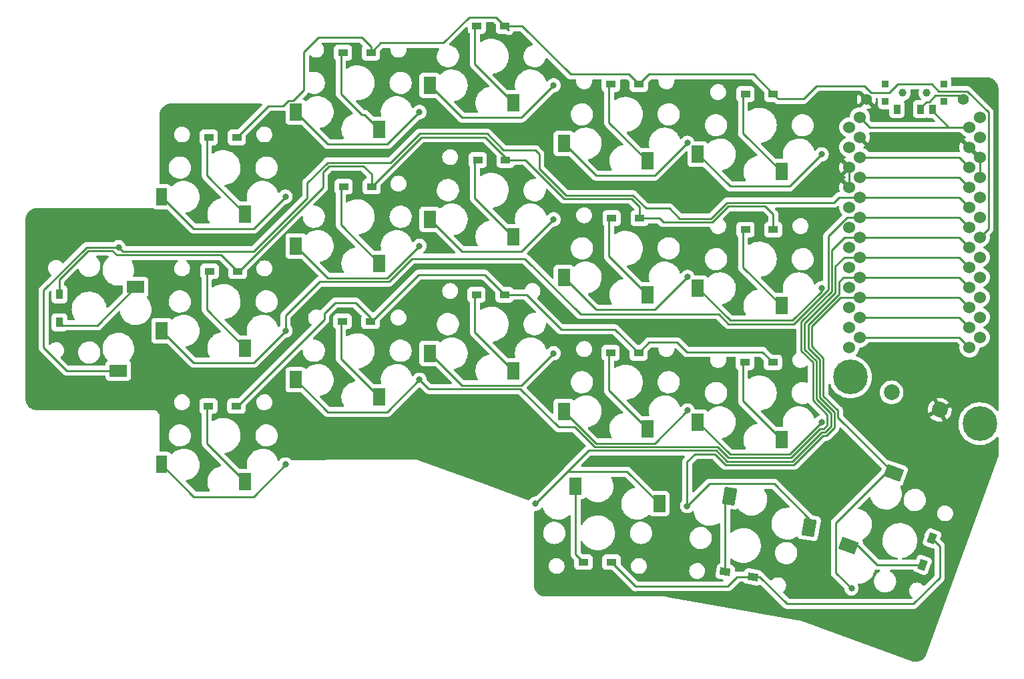
<source format=gbr>
G04 #@! TF.GenerationSoftware,KiCad,Pcbnew,(6.0.10-0)*
G04 #@! TF.CreationDate,2023-10-23T21:39:33+01:00*
G04 #@! TF.ProjectId,raven-split-38key__choc-hotswap-n!n,72617665-6e2d-4737-906c-69742d33386b,0.1*
G04 #@! TF.SameCoordinates,Original*
G04 #@! TF.FileFunction,Copper,L2,Bot*
G04 #@! TF.FilePolarity,Positive*
%FSLAX46Y46*%
G04 Gerber Fmt 4.6, Leading zero omitted, Abs format (unit mm)*
G04 Created by KiCad (PCBNEW (6.0.10-0)) date 2023-10-23 21:39:33*
%MOMM*%
%LPD*%
G01*
G04 APERTURE LIST*
G04 Aperture macros list*
%AMRotRect*
0 Rectangle, with rotation*
0 The origin of the aperture is its center*
0 $1 length*
0 $2 width*
0 $3 Rotation angle, in degrees counterclockwise*
0 Add horizontal line*
21,1,$1,$2,0,0,$3*%
G04 Aperture macros list end*
G04 #@! TA.AperFunction,SMDPad,CuDef*
%ADD10R,2.200000X1.600000*%
G04 #@! TD*
G04 #@! TA.AperFunction,SMDPad,CuDef*
%ADD11R,0.900000X0.900000*%
G04 #@! TD*
G04 #@! TA.AperFunction,SMDPad,CuDef*
%ADD12R,0.900000X1.250000*%
G04 #@! TD*
G04 #@! TA.AperFunction,WasherPad*
%ADD13C,1.000000*%
G04 #@! TD*
G04 #@! TA.AperFunction,ComponentPad*
%ADD14C,1.524000*%
G04 #@! TD*
G04 #@! TA.AperFunction,SMDPad,CuDef*
%ADD15R,1.600000X2.200000*%
G04 #@! TD*
G04 #@! TA.AperFunction,SMDPad,CuDef*
%ADD16R,1.300000X0.950000*%
G04 #@! TD*
G04 #@! TA.AperFunction,SMDPad,CuDef*
%ADD17R,0.950000X1.300000*%
G04 #@! TD*
G04 #@! TA.AperFunction,SMDPad,CuDef*
%ADD18RotRect,1.300000X0.950000X170.000000*%
G04 #@! TD*
G04 #@! TA.AperFunction,SMDPad,CuDef*
%ADD19RotRect,1.300000X0.950000X250.000000*%
G04 #@! TD*
G04 #@! TA.AperFunction,SMDPad,CuDef*
%ADD20R,1.400000X2.200000*%
G04 #@! TD*
G04 #@! TA.AperFunction,SMDPad,CuDef*
%ADD21RotRect,1.600000X2.200000X350.000000*%
G04 #@! TD*
G04 #@! TA.AperFunction,ComponentPad*
%ADD22C,2.000000*%
G04 #@! TD*
G04 #@! TA.AperFunction,SMDPad,CuDef*
%ADD23RotRect,1.600000X2.200000X70.000000*%
G04 #@! TD*
G04 #@! TA.AperFunction,ComponentPad*
%ADD24C,4.400000*%
G04 #@! TD*
G04 #@! TA.AperFunction,ComponentPad*
%ADD25C,1.397000*%
G04 #@! TD*
G04 #@! TA.AperFunction,ViaPad*
%ADD26C,0.800000*%
G04 #@! TD*
G04 #@! TA.AperFunction,Conductor*
%ADD27C,0.250000*%
G04 #@! TD*
G04 APERTURE END LIST*
D10*
X52370700Y-92615700D03*
X54570700Y-82015700D03*
D11*
X157070700Y-58465700D03*
X149670700Y-56265700D03*
X157070700Y-56265700D03*
X149670700Y-58465700D03*
D12*
X151120700Y-59440700D03*
X154120700Y-59440700D03*
X155620700Y-59440700D03*
D13*
X154870700Y-57365700D03*
X151870700Y-57365700D03*
D14*
X146407100Y-60462700D03*
X160320700Y-61732700D03*
X146407100Y-63002700D03*
X160320700Y-64272700D03*
X146407100Y-65542700D03*
X160320700Y-66812700D03*
X146407100Y-68082700D03*
X160320700Y-69352700D03*
X160320700Y-71892700D03*
X146407100Y-70622700D03*
X146407100Y-73162700D03*
X160320700Y-74432700D03*
X146407100Y-75702700D03*
X160320700Y-76972700D03*
X146407100Y-78242700D03*
X160320700Y-79512700D03*
X160320700Y-82052700D03*
X146407100Y-80782700D03*
X146407100Y-83322700D03*
X160320700Y-84592700D03*
X160320700Y-87132700D03*
X146407100Y-85862700D03*
X146407100Y-88402700D03*
X160320700Y-89672700D03*
X161627100Y-88402700D03*
X145080700Y-89672700D03*
X161627100Y-85862700D03*
X145080700Y-87132700D03*
X145080700Y-84592700D03*
X161627100Y-83322700D03*
X145080700Y-82052700D03*
X161627100Y-80782700D03*
X161627100Y-78242700D03*
X145080700Y-79512700D03*
X161627100Y-75702700D03*
X145080700Y-76972700D03*
X145080700Y-74432700D03*
X161627100Y-73162700D03*
X145080700Y-71892700D03*
X161627100Y-70622700D03*
X161627100Y-68082700D03*
X145080700Y-69352700D03*
X161627100Y-65542700D03*
X145080700Y-66812700D03*
X161627100Y-63002700D03*
X145080700Y-64272700D03*
X145080700Y-61732700D03*
X161627100Y-60462700D03*
D15*
X74870700Y-59790700D03*
X85470700Y-61990700D03*
D16*
X67395700Y-63015700D03*
X63845700Y-63015700D03*
X84395700Y-52265700D03*
X80845700Y-52265700D03*
X101395700Y-48890700D03*
X97845700Y-48890700D03*
X118395700Y-56265700D03*
X114845700Y-56265700D03*
X135445700Y-57515700D03*
X131895700Y-57515700D03*
D17*
X44895700Y-82940700D03*
X44895700Y-86490700D03*
D16*
X67495700Y-80015700D03*
X63945700Y-80015700D03*
X84495700Y-69265700D03*
X80945700Y-69265700D03*
X101495700Y-65890700D03*
X97945700Y-65890700D03*
X118495700Y-73265700D03*
X114945700Y-73265700D03*
X135445700Y-74715700D03*
X131895700Y-74715700D03*
X67345700Y-97115700D03*
X63795700Y-97115700D03*
X84345700Y-86365700D03*
X80795700Y-86365700D03*
X101345700Y-82990700D03*
X97795700Y-82990700D03*
X118345700Y-90365700D03*
X114795700Y-90365700D03*
X135395700Y-91565700D03*
X131845700Y-91565700D03*
X114920700Y-116940700D03*
X111370700Y-116940700D03*
D18*
X132839234Y-118794526D03*
X129343166Y-118178074D03*
D19*
X155576886Y-113925746D03*
X154362714Y-117261654D03*
D20*
X57870700Y-70540700D03*
D15*
X68470700Y-72740700D03*
X91870700Y-56415700D03*
X102470700Y-58615700D03*
X108870700Y-63790700D03*
X119470700Y-65990700D03*
X125870700Y-65165700D03*
X136470700Y-67365700D03*
X57870700Y-87540700D03*
X68470700Y-89740700D03*
X74870700Y-76790700D03*
X85470700Y-78990700D03*
X91870700Y-73415700D03*
X102470700Y-75615700D03*
X108870700Y-80790700D03*
X119470700Y-82990700D03*
X125870700Y-82165700D03*
X136470700Y-84365700D03*
D20*
X57870700Y-104540700D03*
D15*
X68470700Y-106740700D03*
X74870700Y-93790700D03*
X85470700Y-95990700D03*
X91870700Y-90415700D03*
X102470700Y-92615700D03*
X108870700Y-97790700D03*
X119470700Y-99990700D03*
X125870700Y-99165700D03*
X136470700Y-101365700D03*
X120970700Y-109515700D03*
X110370700Y-107315700D03*
D21*
X139973099Y-112534467D03*
X129916163Y-108527219D03*
D22*
X150441699Y-95379135D03*
X156549701Y-97602265D03*
D23*
X150690894Y-105604923D03*
X144998157Y-114813220D03*
D24*
X161620700Y-99365700D03*
D25*
X147245700Y-58165700D03*
X159495700Y-58165700D03*
D24*
X145220700Y-93415700D03*
D26*
X107570700Y-73415700D03*
X107570700Y-90415700D03*
X90570700Y-93790700D03*
X101495700Y-65890700D03*
X101345700Y-82990700D03*
X84334300Y-86365700D03*
X67395700Y-63015700D03*
X67495700Y-80015700D03*
X67345700Y-97115700D03*
X44895700Y-86490700D03*
X155576886Y-113925746D03*
X114920700Y-116940700D03*
X132839234Y-118794526D03*
X135395700Y-91565700D03*
X118345700Y-90365700D03*
X118495700Y-73265700D03*
X135440000Y-74710000D03*
X135440000Y-57510000D03*
X118395700Y-56265700D03*
X101402500Y-48897500D03*
X84395700Y-52265700D03*
X84495700Y-69265700D03*
X44895700Y-82940700D03*
X63845700Y-63015700D03*
X63930700Y-80030700D03*
X63795700Y-97115700D03*
X114795700Y-90365700D03*
X114945700Y-73265700D03*
X154362714Y-117261654D03*
X111370700Y-116940700D03*
X129343166Y-118178074D03*
X131845700Y-91565700D03*
X131895700Y-74715700D03*
X131895700Y-57515700D03*
X114845700Y-56265700D03*
X80845700Y-52265700D03*
X80945700Y-69265700D03*
X80795700Y-86365700D03*
X97743200Y-83043200D03*
X97845700Y-48890700D03*
X97945700Y-65890700D03*
X141570700Y-65165700D03*
X141570700Y-99165700D03*
X145355380Y-120264128D03*
X124570700Y-97679300D03*
X105270700Y-109515700D03*
X124511617Y-109808191D03*
X124550000Y-63700000D03*
X73570700Y-70540700D03*
X73570700Y-104540700D03*
X90570700Y-59790700D03*
X107570700Y-56415700D03*
X52400000Y-76950000D03*
X73570700Y-87540700D03*
X141570700Y-82165700D03*
X124570700Y-80729300D03*
X90570700Y-76790700D03*
D27*
X160042200Y-57142200D02*
X156442200Y-57142200D01*
X136070701Y-58140701D02*
X139259299Y-58140701D01*
X139259299Y-58140701D02*
X140900000Y-56500000D01*
X147027448Y-56500000D02*
X147877448Y-57350000D01*
X135445700Y-57515700D02*
X136070701Y-58140701D01*
X140900000Y-56500000D02*
X147027448Y-56500000D01*
X147877448Y-57350000D02*
X150136400Y-57350000D01*
X150136400Y-57350000D02*
X151236400Y-56250000D01*
X151236400Y-56250000D02*
X155550000Y-56250000D01*
X155550000Y-56250000D02*
X156442200Y-57142200D01*
X162714100Y-59814100D02*
X160042200Y-57142200D01*
X162714100Y-74615700D02*
X162714100Y-59814100D01*
X159495700Y-58165700D02*
X159020700Y-57690700D01*
X154845700Y-58490700D02*
X154120700Y-59215700D01*
X159020700Y-57690700D02*
X156009300Y-57690700D01*
X156009300Y-57690700D02*
X155209300Y-58490700D01*
X155209300Y-58490700D02*
X154845700Y-58490700D01*
X154120700Y-59215700D02*
X154120700Y-59440700D01*
X155620700Y-59440700D02*
X155620700Y-59665700D01*
X155620700Y-59665700D02*
X157687700Y-61732700D01*
X157687700Y-61732700D02*
X160320700Y-61732700D01*
X154120700Y-59440700D02*
X154120700Y-59615700D01*
X132839234Y-118794526D02*
X133751125Y-118794526D01*
X156550000Y-114898860D02*
X155576886Y-113925746D01*
X133751125Y-118794526D02*
X137176841Y-122220242D01*
X137176841Y-122220242D02*
X153220242Y-122220242D01*
X153220242Y-122220242D02*
X156550000Y-118890483D01*
X156550000Y-118890483D02*
X156550000Y-114898860D01*
X146407100Y-83322700D02*
X143984589Y-83322700D01*
X143984589Y-83322700D02*
X140324050Y-86983239D01*
X141795701Y-95836513D02*
X143645700Y-97686512D01*
X143645700Y-97686512D02*
X143645700Y-98559729D01*
X140324050Y-86983239D02*
X140324050Y-89552423D01*
X140324050Y-89552423D02*
X141795701Y-91024074D01*
X141795701Y-91024074D02*
X141795701Y-95836513D01*
X143645700Y-98559729D02*
X150690894Y-105604923D01*
X121484299Y-73765701D02*
X127713260Y-73765701D01*
X118495700Y-73265700D02*
X120984298Y-73265700D01*
X120984298Y-73265700D02*
X121484299Y-73765701D01*
X77778961Y-50325000D02*
X83225000Y-50325000D01*
X67395700Y-63015700D02*
X71411400Y-59000000D01*
X71411400Y-59000000D02*
X73300000Y-59000000D01*
X75895699Y-57004301D02*
X75895699Y-52208262D01*
X73300000Y-59000000D02*
X73950000Y-58350000D01*
X73950000Y-58350000D02*
X74550000Y-58350000D01*
X74550000Y-58350000D02*
X75895699Y-57004301D01*
X75895699Y-52208262D02*
X77778961Y-50325000D01*
X67345700Y-97115700D02*
X67520700Y-97115700D01*
X78493200Y-85356800D02*
X79850000Y-84000000D01*
X67520700Y-97115700D02*
X78493200Y-86143200D01*
X78493200Y-86143200D02*
X78493200Y-85356800D01*
X79850000Y-84000000D02*
X82500000Y-84000000D01*
X82500000Y-84000000D02*
X84345700Y-85845700D01*
X84345700Y-85845700D02*
X84345700Y-86365700D01*
X83225000Y-50325000D02*
X84395700Y-51495700D01*
X84395700Y-51495700D02*
X84395700Y-52265700D01*
X127713260Y-73765701D02*
X129728961Y-71750000D01*
X129728961Y-71750000D02*
X134400000Y-71750000D01*
X134400000Y-71750000D02*
X135445700Y-72795700D01*
X135445700Y-72795700D02*
X135445700Y-74715700D01*
X90575004Y-62550000D02*
X99136396Y-62550000D01*
X52940699Y-77490699D02*
X69559305Y-77490699D01*
X86925004Y-66200000D02*
X90575004Y-62550000D01*
X52400000Y-76950000D02*
X52940699Y-77490699D01*
X76325002Y-68778959D02*
X78903961Y-66200000D01*
X76325002Y-70725002D02*
X76325002Y-68778959D01*
X78903961Y-66200000D02*
X86925004Y-66200000D01*
X99136396Y-62550000D02*
X101227095Y-64640699D01*
X69559305Y-77490699D02*
X76325002Y-70725002D01*
X117636396Y-70350000D02*
X119302095Y-72015699D01*
X127526864Y-73315701D02*
X129542565Y-71300000D01*
X143777300Y-70622700D02*
X146407100Y-70622700D01*
X101227095Y-64640699D02*
X105253138Y-64640699D01*
X105253138Y-64640699D02*
X105765701Y-65153262D01*
X105765701Y-65153262D02*
X105765701Y-66991744D01*
X129542565Y-71300000D02*
X143100000Y-71300000D01*
X105765701Y-66991744D02*
X109123957Y-70350000D01*
X109123957Y-70350000D02*
X117636396Y-70350000D01*
X119302095Y-72015699D02*
X122253138Y-72015699D01*
X123553140Y-73315701D02*
X127526864Y-73315701D01*
X122253138Y-72015699D02*
X123553140Y-73315701D01*
X143100000Y-71300000D02*
X143777300Y-70622700D01*
X57870700Y-104540700D02*
X61945701Y-108615701D01*
X61945701Y-108615701D02*
X69495699Y-108615701D01*
X69495699Y-108615701D02*
X73570700Y-104540700D01*
X52370700Y-92615700D02*
X45813261Y-92615700D01*
X45813261Y-92615700D02*
X42900000Y-89702439D01*
X48353839Y-76950000D02*
X52400000Y-76950000D01*
X42900000Y-89702439D02*
X42900000Y-82403839D01*
X42900000Y-82403839D02*
X48353839Y-76950000D01*
X67495700Y-80015700D02*
X65420699Y-77940699D01*
X65420699Y-77940699D02*
X52140699Y-77940699D01*
X52140699Y-77940699D02*
X51600000Y-77400000D01*
X51600000Y-77400000D02*
X48540235Y-77400000D01*
X48540235Y-77400000D02*
X44895700Y-81044535D01*
X44895700Y-81044535D02*
X44895700Y-82940700D01*
X118495700Y-73265700D02*
X118495700Y-71845700D01*
X118495700Y-71845700D02*
X117450000Y-70800000D01*
X108937561Y-70800000D02*
X104028261Y-65890700D01*
X104028261Y-65890700D02*
X101495700Y-65890700D01*
X117450000Y-70800000D02*
X108937561Y-70800000D01*
X101345700Y-82990700D02*
X104128261Y-82990700D01*
X104128261Y-82990700D02*
X108537560Y-87400000D01*
X108537560Y-87400000D02*
X115380000Y-87400000D01*
X115380000Y-87400000D02*
X118345700Y-90365700D01*
X101345700Y-82990700D02*
X98805000Y-80450000D01*
X90436400Y-80450000D02*
X84520700Y-86365700D01*
X98805000Y-80450000D02*
X90436400Y-80450000D01*
X84520700Y-86365700D02*
X84345700Y-86365700D01*
X84495700Y-69265700D02*
X90761400Y-63000000D01*
X90761400Y-63000000D02*
X98950000Y-63000000D01*
X98950000Y-63000000D02*
X101495700Y-65545700D01*
X101495700Y-65545700D02*
X101495700Y-65890700D01*
X67495700Y-80015700D02*
X67670700Y-80015700D01*
X79090357Y-66650000D02*
X83450000Y-66650000D01*
X67670700Y-80015700D02*
X78325701Y-69360699D01*
X78325701Y-69360699D02*
X78325701Y-67414656D01*
X78325701Y-67414656D02*
X79090357Y-66650000D01*
X83450000Y-66650000D02*
X84495700Y-67695700D01*
X84495700Y-67695700D02*
X84495700Y-69265700D01*
X118395700Y-56265700D02*
X117145699Y-55015699D01*
X117145699Y-55015699D02*
X109715699Y-55015699D01*
X109715699Y-55015699D02*
X103597500Y-48897500D01*
X103597500Y-48897500D02*
X101402500Y-48897500D01*
X73570700Y-87540700D02*
X73570700Y-85629300D01*
X144813449Y-73162700D02*
X146407100Y-73162700D01*
X73570700Y-85629300D02*
X77884299Y-81315701D01*
X138071004Y-86690701D02*
X142400000Y-82361705D01*
X86682095Y-81315701D02*
X89597796Y-78400000D01*
X129768604Y-86700000D02*
X133600000Y-86700000D01*
X77884299Y-81315701D02*
X86682095Y-81315701D01*
X103930000Y-78400000D02*
X110980000Y-85450000D01*
X128518604Y-85450000D02*
X129768604Y-86700000D01*
X89597796Y-78400000D02*
X103930000Y-78400000D01*
X133600000Y-86700000D02*
X133609299Y-86690701D01*
X110980000Y-85450000D02*
X128518604Y-85450000D01*
X133609299Y-86690701D02*
X138071004Y-86690701D01*
X142400000Y-82361705D02*
X142400000Y-75576149D01*
X142400000Y-75576149D02*
X144813449Y-73162700D01*
X146407100Y-63002700D02*
X145877525Y-62473125D01*
X145080700Y-69352700D02*
X145080700Y-66812700D01*
X84395700Y-52265700D02*
X85645701Y-51015699D01*
X85645701Y-51015699D02*
X93584301Y-51015699D01*
X93584301Y-51015699D02*
X96850000Y-47750000D01*
X96850000Y-47750000D02*
X100255000Y-47750000D01*
X100255000Y-47750000D02*
X101395700Y-48890700D01*
X125870700Y-82165700D02*
X129945701Y-86240701D01*
X129945701Y-86240701D02*
X137884608Y-86240701D01*
X137884608Y-86240701D02*
X141570700Y-82554609D01*
X141570700Y-82554609D02*
X141570700Y-82165700D01*
X105270700Y-109515700D02*
X112020699Y-102765701D01*
X144457300Y-78242700D02*
X146407100Y-78242700D01*
X128197909Y-102765701D02*
X129572909Y-104140701D01*
X139424050Y-89925215D02*
X139424050Y-86610447D01*
X141986396Y-100450000D02*
X142745700Y-99690696D01*
X140895701Y-96209305D02*
X140895701Y-91396866D01*
X137868491Y-104140701D02*
X141559192Y-100450000D01*
X129572909Y-104140701D02*
X137868491Y-104140701D01*
X141559192Y-100450000D02*
X141986396Y-100450000D01*
X112020699Y-102765701D02*
X128197909Y-102765701D01*
X143300000Y-82734497D02*
X143300000Y-79400000D01*
X142745700Y-98059304D02*
X140895701Y-96209305D01*
X139424050Y-86610447D02*
X143300000Y-82734497D01*
X142745700Y-99690696D02*
X142745700Y-98059304D01*
X140895701Y-91396866D02*
X139424050Y-89925215D01*
X143300000Y-79400000D02*
X144457300Y-78242700D01*
X142850000Y-82548101D02*
X142850000Y-77350000D01*
X144497300Y-75702700D02*
X146407100Y-75702700D01*
X142850000Y-77350000D02*
X144497300Y-75702700D01*
X141745588Y-100900000D02*
X142172792Y-100900000D01*
X142172792Y-100900000D02*
X143195700Y-99877092D01*
X142295700Y-99504300D02*
X141800000Y-100000000D01*
X141800000Y-100000000D02*
X141372796Y-100000000D01*
X103495699Y-77490701D02*
X107570700Y-73415700D01*
X95945701Y-77490701D02*
X103495699Y-77490701D01*
X91870700Y-73415700D02*
X95945701Y-77490701D01*
X91870700Y-90415700D02*
X95945701Y-94490701D01*
X95945701Y-94490701D02*
X103495699Y-94490701D01*
X103495699Y-94490701D02*
X107570700Y-90415700D01*
X86495699Y-97865701D02*
X90570700Y-93790700D01*
X78945701Y-97865701D02*
X86495699Y-97865701D01*
X74870700Y-93790700D02*
X78945701Y-97865701D01*
X83250000Y-60150000D02*
X83630000Y-60150000D01*
X83630000Y-60150000D02*
X85470700Y-61990700D01*
X84334300Y-86365700D02*
X84345700Y-86365700D01*
X135440000Y-74710000D02*
X135445700Y-74715700D01*
X135440000Y-57510000D02*
X135445700Y-57515700D01*
X101402500Y-48897500D02*
X101895701Y-49390701D01*
X160320700Y-61732700D02*
X147677100Y-61732700D01*
X147677100Y-61732700D02*
X146407100Y-60462700D01*
X161627100Y-65542700D02*
X161627100Y-68082700D01*
X160320700Y-64272700D02*
X160357100Y-64272700D01*
X160357100Y-64272700D02*
X161627100Y-65542700D01*
X146407100Y-65542700D02*
X159050700Y-65542700D01*
X159050700Y-65542700D02*
X160320700Y-66812700D01*
X146407100Y-68082700D02*
X159050700Y-68082700D01*
X159050700Y-68082700D02*
X160320700Y-69352700D01*
X146407100Y-70622700D02*
X159050700Y-70622700D01*
X159050700Y-70622700D02*
X160320700Y-71892700D01*
X146407100Y-73162700D02*
X159050700Y-73162700D01*
X159050700Y-73162700D02*
X160320700Y-74432700D01*
X146407100Y-75702700D02*
X159050700Y-75702700D01*
X159050700Y-75702700D02*
X160320700Y-76972700D01*
X146407100Y-78242700D02*
X159050700Y-78242700D01*
X159050700Y-78242700D02*
X160320700Y-79512700D01*
X146407100Y-80782700D02*
X159050700Y-80782700D01*
X159050700Y-80782700D02*
X160320700Y-82052700D01*
X146407100Y-83322700D02*
X159050700Y-83322700D01*
X159050700Y-83322700D02*
X160320700Y-84592700D01*
X146407100Y-85862700D02*
X159050700Y-85862700D01*
X159050700Y-85862700D02*
X160320700Y-87132700D01*
X146407100Y-88402700D02*
X159050700Y-88402700D01*
X159050700Y-88402700D02*
X160320700Y-89672700D01*
X155224701Y-113573561D02*
X155576886Y-113925746D01*
X161627100Y-75702700D02*
X162714100Y-74615700D01*
X146407100Y-80782700D02*
X144317300Y-80782700D01*
X143750000Y-81350000D02*
X143750000Y-82920893D01*
X144317300Y-80782700D02*
X143750000Y-81350000D01*
X143750000Y-82920893D02*
X139874050Y-86796843D01*
X139874050Y-86796843D02*
X139874050Y-89738819D01*
X139874050Y-89738819D02*
X141345701Y-91210470D01*
X141345701Y-91210470D02*
X141345701Y-96022909D01*
X141345701Y-96022909D02*
X143195700Y-97872908D01*
X143195700Y-97872908D02*
X143195700Y-99877092D01*
X129386513Y-104590701D02*
X128011513Y-103215701D01*
X141745588Y-100900000D02*
X138054887Y-104590701D01*
X124511617Y-104204084D02*
X124511617Y-109808191D01*
X138054887Y-104590701D02*
X129386513Y-104590701D01*
X128011513Y-103215701D02*
X125500000Y-103215701D01*
X125500000Y-103215701D02*
X124511617Y-104204084D01*
X138974050Y-86424051D02*
X138974050Y-90111611D01*
X142850000Y-82548101D02*
X138974050Y-86424051D01*
X138974050Y-90111611D02*
X140445701Y-91583262D01*
X140445701Y-91583262D02*
X140445701Y-96395701D01*
X110243604Y-99800000D02*
X108200000Y-99800000D01*
X140445701Y-96395701D02*
X142295700Y-98245700D01*
X142295700Y-98245700D02*
X142295700Y-99504300D01*
X128384305Y-102315701D02*
X112759305Y-102315701D01*
X141372796Y-100000000D02*
X137682095Y-103690701D01*
X137682095Y-103690701D02*
X129759305Y-103690701D01*
X129759305Y-103690701D02*
X128384305Y-102315701D01*
X112759305Y-102315701D02*
X110243604Y-99800000D01*
X108200000Y-99800000D02*
X103340701Y-94940701D01*
X103340701Y-94940701D02*
X91720701Y-94940701D01*
X91720701Y-94940701D02*
X90570700Y-93790700D01*
X57870700Y-70540700D02*
X61945701Y-74615701D01*
X61945701Y-74615701D02*
X69495699Y-74615701D01*
X69495699Y-74615701D02*
X73570700Y-70540700D01*
X74870700Y-59790700D02*
X78945701Y-63865701D01*
X78945701Y-63865701D02*
X86495699Y-63865701D01*
X86495699Y-63865701D02*
X90570700Y-59790700D01*
X91870700Y-56415700D02*
X95945701Y-60490701D01*
X103495699Y-60490701D02*
X107570700Y-56415700D01*
X95945701Y-60490701D02*
X103495699Y-60490701D01*
X125870700Y-65165700D02*
X129945701Y-69240701D01*
X129945701Y-69240701D02*
X137495699Y-69240701D01*
X137495699Y-69240701D02*
X141570700Y-65165700D01*
X108870700Y-63790700D02*
X112945701Y-67865701D01*
X112945701Y-67865701D02*
X120384299Y-67865701D01*
X120384299Y-67865701D02*
X124550000Y-63700000D01*
X145355380Y-120264128D02*
X143365879Y-118274627D01*
X143365879Y-118274627D02*
X143365879Y-111951769D01*
X143365879Y-111951769D02*
X149712725Y-105604923D01*
X149712725Y-105604923D02*
X150690894Y-105604923D01*
X124511617Y-109808191D02*
X127339796Y-106980012D01*
X127339796Y-106980012D02*
X135535613Y-106980012D01*
X139973099Y-111417498D02*
X139973099Y-112534467D01*
X135535613Y-106980012D02*
X139973099Y-111417498D01*
X105270700Y-109515700D02*
X109345701Y-105440699D01*
X109345701Y-105440699D02*
X116895699Y-105440699D01*
X116895699Y-105440699D02*
X120970700Y-109515700D01*
X108870700Y-97790700D02*
X112945701Y-101865701D01*
X120384299Y-101865701D02*
X124570700Y-97679300D01*
X112945701Y-101865701D02*
X120384299Y-101865701D01*
X125870700Y-99165700D02*
X129945701Y-103240701D01*
X129945701Y-103240701D02*
X137495699Y-103240701D01*
X137495699Y-103240701D02*
X141570700Y-99165700D01*
X57870700Y-87540700D02*
X61945701Y-91615701D01*
X61945701Y-91615701D02*
X69495699Y-91615701D01*
X69495699Y-91615701D02*
X73570700Y-87540700D01*
X108870700Y-80790700D02*
X112945701Y-84865701D01*
X112945701Y-84865701D02*
X120434299Y-84865701D01*
X120434299Y-84865701D02*
X124570700Y-80729300D01*
X74870700Y-76790700D02*
X78945701Y-80865701D01*
X78945701Y-80865701D02*
X86495699Y-80865701D01*
X86495699Y-80865701D02*
X90570700Y-76790700D01*
X118345700Y-90365700D02*
X119695701Y-89015699D01*
X119695701Y-89015699D02*
X123215699Y-89015699D01*
X123215699Y-89015699D02*
X124450000Y-90250000D01*
X124450000Y-90250000D02*
X134080000Y-90250000D01*
X134080000Y-90250000D02*
X135395700Y-91565700D01*
X118395700Y-56265700D02*
X119645701Y-55015699D01*
X119645701Y-55015699D02*
X132945699Y-55015699D01*
X132945699Y-55015699D02*
X135440000Y-57510000D01*
X101395700Y-48890700D02*
X101402500Y-48897500D01*
X117980000Y-120000000D02*
X129650000Y-120000000D01*
X114920700Y-116940700D02*
X117980000Y-120000000D01*
X130855474Y-118794526D02*
X132839234Y-118794526D01*
X129650000Y-120000000D02*
X130855474Y-118794526D01*
X144998157Y-114813220D02*
X146168753Y-114813220D01*
X146168753Y-114813220D02*
X148617187Y-117261654D01*
X148617187Y-117261654D02*
X154362714Y-117261654D01*
X129916163Y-108527219D02*
X129343166Y-109100216D01*
X129343166Y-109100216D02*
X129343166Y-118178074D01*
X110370700Y-107315700D02*
X110370700Y-115940700D01*
X110370700Y-115940700D02*
X111370700Y-116940700D01*
X131895700Y-74715700D02*
X131595699Y-75015701D01*
X131595699Y-75015701D02*
X131595699Y-79490699D01*
X131595699Y-79490699D02*
X136470700Y-84365700D01*
X114945700Y-73265700D02*
X114595699Y-73615701D01*
X114595699Y-73615701D02*
X114595699Y-78115699D01*
X114595699Y-78115699D02*
X119470700Y-82990700D01*
X131895700Y-57515700D02*
X131595699Y-57815701D01*
X131595699Y-57815701D02*
X131595699Y-62490699D01*
X131595699Y-62490699D02*
X136470700Y-67365700D01*
X97945700Y-65890700D02*
X97595699Y-66240701D01*
X97595699Y-66240701D02*
X97595699Y-70740699D01*
X97595699Y-70740699D02*
X102470700Y-75615700D01*
X80945700Y-69265700D02*
X80595699Y-69615701D01*
X80595699Y-74115699D02*
X85470700Y-78990700D01*
X80595699Y-69615701D02*
X80595699Y-74115699D01*
X114845700Y-56265700D02*
X114595699Y-56515701D01*
X114595699Y-56515701D02*
X114595699Y-61115699D01*
X114595699Y-61115699D02*
X119470700Y-65990700D01*
X97845700Y-48890700D02*
X97595699Y-49140701D01*
X97595699Y-49140701D02*
X97595699Y-53740699D01*
X97595699Y-53740699D02*
X102470700Y-58615700D01*
X80845700Y-52265700D02*
X80595699Y-52515701D01*
X80595699Y-52515701D02*
X80595699Y-57495699D01*
X80595699Y-57495699D02*
X83250000Y-60150000D01*
X63845700Y-63015700D02*
X63595699Y-63265701D01*
X63595699Y-63265701D02*
X63595699Y-67865699D01*
X63595699Y-67865699D02*
X68470700Y-72740700D01*
X44895700Y-86490700D02*
X45295701Y-86890701D01*
X45295701Y-86890701D02*
X49695699Y-86890701D01*
X49695699Y-86890701D02*
X54570700Y-82015700D01*
X63945700Y-80015700D02*
X63595699Y-80365701D01*
X63595699Y-80365701D02*
X63595699Y-84865699D01*
X63595699Y-84865699D02*
X68470700Y-89740700D01*
X63795700Y-97115700D02*
X63595699Y-97315701D01*
X63595699Y-97315701D02*
X63595699Y-101865699D01*
X63595699Y-101865699D02*
X68470700Y-106740700D01*
X80795700Y-86365700D02*
X80595699Y-86565701D01*
X80595699Y-86565701D02*
X80595699Y-91115699D01*
X80595699Y-91115699D02*
X85470700Y-95990700D01*
X97795700Y-82990700D02*
X97595699Y-83190701D01*
X97595699Y-83190701D02*
X97595699Y-87740699D01*
X97595699Y-87740699D02*
X102470700Y-92615700D01*
X131845700Y-91565700D02*
X131595699Y-91815701D01*
X131595699Y-91815701D02*
X131595699Y-96490699D01*
X131595699Y-96490699D02*
X136470700Y-101365700D01*
X114795700Y-90365700D02*
X114595699Y-90565701D01*
X114595699Y-90565701D02*
X114595699Y-95115699D01*
X114595699Y-95115699D02*
X119470700Y-99990700D01*
G04 #@! TA.AperFunction,Conductor*
G36*
X162476508Y-55375700D02*
G01*
X162491341Y-55378010D01*
X162491345Y-55378010D01*
X162500214Y-55379391D01*
X162515470Y-55377396D01*
X162540792Y-55376653D01*
X162674458Y-55386212D01*
X162709761Y-55388737D01*
X162727555Y-55391295D01*
X162917892Y-55432699D01*
X162935140Y-55437763D01*
X162983321Y-55455734D01*
X163117641Y-55505832D01*
X163133994Y-55513300D01*
X163195540Y-55546906D01*
X163304958Y-55606652D01*
X163320072Y-55616366D01*
X163432311Y-55700386D01*
X163476005Y-55733095D01*
X163489591Y-55744867D01*
X163627323Y-55882598D01*
X163639096Y-55896184D01*
X163755828Y-56052118D01*
X163765548Y-56067243D01*
X163858895Y-56238195D01*
X163866363Y-56254547D01*
X163898808Y-56341535D01*
X163933115Y-56433513D01*
X163934436Y-56437056D01*
X163939499Y-56454302D01*
X163978080Y-56631649D01*
X163980903Y-56644627D01*
X163983461Y-56662419D01*
X163995018Y-56823995D01*
X163995035Y-56824239D01*
X163994274Y-56842533D01*
X163994176Y-56850554D01*
X163992795Y-56859424D01*
X163993959Y-56868326D01*
X163993959Y-56868332D01*
X163996909Y-56890889D01*
X163997973Y-56907263D01*
X163991435Y-78341315D01*
X163985556Y-97615085D01*
X163985552Y-97627302D01*
X163965529Y-97695417D01*
X163911859Y-97741894D01*
X163841582Y-97751976D01*
X163777011Y-97722463D01*
X163760195Y-97704751D01*
X163658426Y-97574258D01*
X163658424Y-97574256D01*
X163656090Y-97571263D01*
X163425770Y-97339734D01*
X163169303Y-97137552D01*
X162890405Y-96967645D01*
X162886961Y-96966079D01*
X162886957Y-96966077D01*
X162751017Y-96904269D01*
X162593114Y-96832475D01*
X162281737Y-96734000D01*
X162064192Y-96693090D01*
X161964509Y-96674345D01*
X161964507Y-96674345D01*
X161960786Y-96673645D01*
X161634908Y-96652286D01*
X161631128Y-96652494D01*
X161631127Y-96652494D01*
X161533597Y-96657862D01*
X161308824Y-96670232D01*
X161305097Y-96670893D01*
X161305093Y-96670893D01*
X161218188Y-96686295D01*
X160987257Y-96727222D01*
X160983641Y-96728324D01*
X160983633Y-96728326D01*
X160713994Y-96810506D01*
X160674867Y-96822431D01*
X160376177Y-96954481D01*
X160275452Y-97014406D01*
X160098774Y-97119517D01*
X160098768Y-97119521D01*
X160095514Y-97121457D01*
X160092512Y-97123773D01*
X159845910Y-97314026D01*
X159836944Y-97320943D01*
X159741369Y-97415029D01*
X159614776Y-97539649D01*
X159604213Y-97550047D01*
X159601849Y-97553014D01*
X159601846Y-97553017D01*
X159439734Y-97756455D01*
X159400691Y-97805451D01*
X159229326Y-98083457D01*
X159224808Y-98093257D01*
X159097117Y-98370243D01*
X159092602Y-98380036D01*
X159091441Y-98383640D01*
X159091441Y-98383641D01*
X159074827Y-98435232D01*
X158992497Y-98690892D01*
X158991779Y-98694603D01*
X158991778Y-98694607D01*
X158931182Y-99007805D01*
X158931181Y-99007814D01*
X158930463Y-99011524D01*
X158930196Y-99015300D01*
X158930195Y-99015305D01*
X158914262Y-99240336D01*
X158907398Y-99337285D01*
X158907587Y-99341077D01*
X158923105Y-99652787D01*
X158923636Y-99663459D01*
X158924277Y-99667190D01*
X158924278Y-99667198D01*
X158978188Y-99980934D01*
X158978941Y-99985319D01*
X158980029Y-99988958D01*
X158980030Y-99988961D01*
X159071179Y-100293739D01*
X159072514Y-100298204D01*
X159074027Y-100301675D01*
X159074029Y-100301681D01*
X159148901Y-100473464D01*
X159202997Y-100597581D01*
X159368502Y-100879114D01*
X159370803Y-100882129D01*
X159564331Y-101135712D01*
X159564336Y-101135717D01*
X159566631Y-101138725D01*
X159598998Y-101171951D01*
X159787519Y-101365472D01*
X159794514Y-101372653D01*
X159865803Y-101430073D01*
X160045896Y-101575131D01*
X160045901Y-101575135D01*
X160048849Y-101577509D01*
X160325953Y-101750327D01*
X160621812Y-101888603D01*
X160625421Y-101889786D01*
X160915985Y-101985038D01*
X160932140Y-101990334D01*
X160935854Y-101991073D01*
X160935855Y-101991073D01*
X160962232Y-101996320D01*
X161252442Y-102054046D01*
X161256214Y-102054333D01*
X161256222Y-102054334D01*
X161574302Y-102078529D01*
X161574307Y-102078529D01*
X161578079Y-102078816D01*
X161904333Y-102064286D01*
X161964125Y-102054334D01*
X162222737Y-102011290D01*
X162222742Y-102011289D01*
X162226478Y-102010667D01*
X162539849Y-101918734D01*
X162543316Y-101917244D01*
X162543320Y-101917243D01*
X162836421Y-101791316D01*
X162836423Y-101791315D01*
X162839905Y-101789819D01*
X163122301Y-101625791D01*
X163382945Y-101429024D01*
X163618063Y-101202370D01*
X163760781Y-101027068D01*
X163819297Y-100986872D01*
X163890260Y-100984692D01*
X163951136Y-101021224D01*
X163982598Y-101084869D01*
X163984490Y-101106659D01*
X163983753Y-103523723D01*
X163983559Y-103530669D01*
X163983344Y-103534542D01*
X163975847Y-103570905D01*
X163949693Y-103642289D01*
X163949663Y-103642735D01*
X163949527Y-103643211D01*
X154864953Y-128565047D01*
X154856940Y-128582683D01*
X154845276Y-128603860D01*
X154843328Y-128612616D01*
X154843326Y-128612620D01*
X154841935Y-128618873D01*
X154833972Y-128642928D01*
X154764836Y-128797582D01*
X154756346Y-128813431D01*
X154652360Y-128978117D01*
X154641701Y-128992596D01*
X154515328Y-129140811D01*
X154502716Y-129153626D01*
X154356529Y-129282349D01*
X154342222Y-129293237D01*
X154179211Y-129399837D01*
X154163503Y-129408578D01*
X153986969Y-129490896D01*
X153970182Y-129497309D01*
X153783720Y-129553664D01*
X153766195Y-129557622D01*
X153573623Y-129586862D01*
X153555700Y-129588286D01*
X153360933Y-129589820D01*
X153342991Y-129588679D01*
X153279687Y-129580085D01*
X153149977Y-129562475D01*
X153132382Y-129558791D01*
X152976205Y-129514259D01*
X152960065Y-129507612D01*
X152951929Y-129504537D01*
X152944069Y-129500206D01*
X152931066Y-129497310D01*
X152919359Y-129494703D01*
X152912882Y-129493260D01*
X152897215Y-129488688D01*
X138786625Y-124357211D01*
X138782923Y-124355598D01*
X138779730Y-124353342D01*
X138748065Y-124342474D01*
X138714161Y-124330837D01*
X138712003Y-124330074D01*
X138689439Y-124321868D01*
X138689438Y-124321868D01*
X138685229Y-124320337D01*
X138681805Y-124319620D01*
X138678725Y-124318653D01*
X138678473Y-124318588D01*
X138673873Y-124317009D01*
X138645684Y-124311991D01*
X138641934Y-124311265D01*
X138633256Y-124309447D01*
X138578768Y-124298029D01*
X138572420Y-124298525D01*
X138564998Y-124297628D01*
X130480165Y-122858462D01*
X121879905Y-121327546D01*
X121875090Y-121326386D01*
X121870900Y-121324419D01*
X121862039Y-121323039D01*
X121862038Y-121323039D01*
X121803883Y-121313984D01*
X121801219Y-121313540D01*
X121773868Y-121308671D01*
X121769703Y-121308530D01*
X121765445Y-121307974D01*
X121765125Y-121307949D01*
X121760314Y-121307200D01*
X121732671Y-121307200D01*
X121728398Y-121307128D01*
X121674125Y-121305286D01*
X121674123Y-121305286D01*
X121665158Y-121304982D01*
X121658318Y-121306733D01*
X121649701Y-121307200D01*
X106620067Y-121307200D01*
X106600682Y-121305700D01*
X106585849Y-121303390D01*
X106585845Y-121303390D01*
X106576976Y-121302009D01*
X106561719Y-121304004D01*
X106536398Y-121304747D01*
X106367415Y-121292661D01*
X106349636Y-121290104D01*
X106159307Y-121248701D01*
X106142059Y-121243637D01*
X105959550Y-121175564D01*
X105943198Y-121168096D01*
X105772242Y-121074748D01*
X105757118Y-121065028D01*
X105601186Y-120948298D01*
X105587600Y-120936525D01*
X105449875Y-120798800D01*
X105438102Y-120785214D01*
X105321372Y-120629282D01*
X105311652Y-120614158D01*
X105218304Y-120443202D01*
X105210836Y-120426850D01*
X105142763Y-120244341D01*
X105137699Y-120227092D01*
X105134614Y-120212910D01*
X105096296Y-120036764D01*
X105093738Y-120018978D01*
X105093713Y-120018616D01*
X105082419Y-119860711D01*
X105083505Y-119837945D01*
X105083034Y-119837903D01*
X105083470Y-119833045D01*
X105084276Y-119828252D01*
X105084429Y-119815700D01*
X105080473Y-119788076D01*
X105079200Y-119770214D01*
X105079200Y-117408625D01*
X106937345Y-117408625D01*
X106955270Y-117605588D01*
X106957008Y-117611494D01*
X106957009Y-117611498D01*
X106971992Y-117662405D01*
X107011110Y-117795319D01*
X107013963Y-117800777D01*
X107013965Y-117800781D01*
X107048226Y-117866315D01*
X107102740Y-117970590D01*
X107226668Y-118124725D01*
X107378174Y-118251854D01*
X107383572Y-118254821D01*
X107383577Y-118254825D01*
X107510112Y-118324387D01*
X107551487Y-118347133D01*
X107557354Y-118348994D01*
X107557356Y-118348995D01*
X107734136Y-118405073D01*
X107740006Y-118406935D01*
X107893927Y-118424200D01*
X108000469Y-118424200D01*
X108003525Y-118423900D01*
X108003532Y-118423900D01*
X108062040Y-118418163D01*
X108147533Y-118409780D01*
X108153434Y-118407998D01*
X108153436Y-118407998D01*
X108239270Y-118382083D01*
X108336869Y-118352616D01*
X108511496Y-118259766D01*
X108597762Y-118189409D01*
X108659987Y-118138660D01*
X108659990Y-118138657D01*
X108664762Y-118134765D01*
X108677044Y-118119919D01*
X108786901Y-117987125D01*
X108786903Y-117987121D01*
X108790830Y-117982375D01*
X108884898Y-117808401D01*
X108943382Y-117619468D01*
X108949346Y-117562722D01*
X108963411Y-117428904D01*
X108963411Y-117428902D01*
X108964055Y-117422775D01*
X108950717Y-117276214D01*
X108946689Y-117231951D01*
X108946688Y-117231948D01*
X108946130Y-117225812D01*
X108943544Y-117217023D01*
X108907413Y-117094262D01*
X108890290Y-117036081D01*
X108880878Y-117018076D01*
X108808970Y-116880531D01*
X108798660Y-116860810D01*
X108674732Y-116706675D01*
X108668427Y-116701384D01*
X108652034Y-116687629D01*
X108523226Y-116579546D01*
X108517828Y-116576579D01*
X108517823Y-116576575D01*
X108355308Y-116487233D01*
X108355309Y-116487233D01*
X108349913Y-116484267D01*
X108344046Y-116482406D01*
X108344044Y-116482405D01*
X108167264Y-116426327D01*
X108167263Y-116426327D01*
X108161394Y-116424465D01*
X108007473Y-116407200D01*
X107900931Y-116407200D01*
X107897875Y-116407500D01*
X107897868Y-116407500D01*
X107852375Y-116411961D01*
X107753867Y-116421620D01*
X107747966Y-116423402D01*
X107747964Y-116423402D01*
X107674647Y-116445538D01*
X107564531Y-116478784D01*
X107389904Y-116571634D01*
X107320604Y-116628154D01*
X107241413Y-116692740D01*
X107241410Y-116692743D01*
X107236638Y-116696635D01*
X107232711Y-116701382D01*
X107232709Y-116701384D01*
X107114499Y-116844275D01*
X107114497Y-116844279D01*
X107110570Y-116849025D01*
X107016502Y-117022999D01*
X106958018Y-117211932D01*
X106957374Y-117218057D01*
X106957374Y-117218058D01*
X106945593Y-117330153D01*
X106937345Y-117408625D01*
X105079200Y-117408625D01*
X105079200Y-113149111D01*
X106258677Y-113149111D01*
X106267645Y-113387974D01*
X106268740Y-113393192D01*
X106314084Y-113609298D01*
X106316730Y-113621911D01*
X106404529Y-113844233D01*
X106528532Y-114048583D01*
X106532029Y-114052613D01*
X106677781Y-114220577D01*
X106685193Y-114229119D01*
X106689319Y-114232502D01*
X106689323Y-114232506D01*
X106769770Y-114298468D01*
X106870033Y-114380678D01*
X106874669Y-114383317D01*
X106874672Y-114383319D01*
X107010059Y-114460386D01*
X107077766Y-114498927D01*
X107302453Y-114580484D01*
X107307702Y-114581433D01*
X107307705Y-114581434D01*
X107533585Y-114622280D01*
X107533593Y-114622281D01*
X107537669Y-114623018D01*
X107556059Y-114623885D01*
X107561244Y-114624130D01*
X107561251Y-114624130D01*
X107562732Y-114624200D01*
X107730712Y-114624200D01*
X107908875Y-114609083D01*
X107914039Y-114607743D01*
X107914043Y-114607742D01*
X108135075Y-114550373D01*
X108135080Y-114550371D01*
X108140240Y-114549032D01*
X108262815Y-114493816D01*
X108353319Y-114453047D01*
X108353322Y-114453046D01*
X108358180Y-114450857D01*
X108556462Y-114317366D01*
X108583294Y-114291770D01*
X108665796Y-114213066D01*
X108729418Y-114152374D01*
X108752260Y-114121674D01*
X108826852Y-114021418D01*
X108872102Y-113960600D01*
X108876251Y-113952441D01*
X108978014Y-113752286D01*
X108978014Y-113752285D01*
X108980433Y-113747528D01*
X109023355Y-113609298D01*
X109049732Y-113524351D01*
X109049733Y-113524345D01*
X109051316Y-113519248D01*
X109073722Y-113350198D01*
X109082023Y-113287573D01*
X109082023Y-113287569D01*
X109082723Y-113282289D01*
X109082455Y-113275135D01*
X109077601Y-113145863D01*
X109073755Y-113043426D01*
X109035132Y-112859349D01*
X109025767Y-112814716D01*
X109025766Y-112814713D01*
X109024670Y-112809489D01*
X108936871Y-112587167D01*
X108812868Y-112382817D01*
X108758460Y-112320117D01*
X108659707Y-112206314D01*
X108659705Y-112206312D01*
X108656207Y-112202281D01*
X108652081Y-112198898D01*
X108652077Y-112198894D01*
X108520838Y-112091286D01*
X108471367Y-112050722D01*
X108466731Y-112048083D01*
X108466728Y-112048081D01*
X108268277Y-111935116D01*
X108263634Y-111932473D01*
X108038947Y-111850916D01*
X108033698Y-111849967D01*
X108033695Y-111849966D01*
X107807815Y-111809120D01*
X107807807Y-111809119D01*
X107803731Y-111808382D01*
X107785341Y-111807515D01*
X107780156Y-111807270D01*
X107780149Y-111807270D01*
X107778668Y-111807200D01*
X107610688Y-111807200D01*
X107432525Y-111822317D01*
X107427361Y-111823657D01*
X107427357Y-111823658D01*
X107206325Y-111881027D01*
X107206320Y-111881029D01*
X107201160Y-111882368D01*
X107196294Y-111884560D01*
X106988081Y-111978353D01*
X106988078Y-111978354D01*
X106983220Y-111980543D01*
X106784938Y-112114034D01*
X106781081Y-112117713D01*
X106781079Y-112117715D01*
X106744494Y-112152616D01*
X106611982Y-112279026D01*
X106608799Y-112283303D01*
X106608799Y-112283304D01*
X106591996Y-112305888D01*
X106469298Y-112470800D01*
X106466882Y-112475551D01*
X106466880Y-112475555D01*
X106376623Y-112653079D01*
X106360967Y-112683872D01*
X106336823Y-112761629D01*
X106291668Y-112907049D01*
X106291667Y-112907055D01*
X106290084Y-112912152D01*
X106286852Y-112936540D01*
X106262015Y-113123930D01*
X106258677Y-113149111D01*
X105079200Y-113149111D01*
X105079200Y-110550200D01*
X105099202Y-110482079D01*
X105152858Y-110435586D01*
X105205200Y-110424200D01*
X105366187Y-110424200D01*
X105372639Y-110422828D01*
X105372644Y-110422828D01*
X105459588Y-110404347D01*
X105552988Y-110384494D01*
X105596721Y-110365023D01*
X105721422Y-110309503D01*
X105721424Y-110309502D01*
X105727452Y-110306818D01*
X105779452Y-110269038D01*
X105793565Y-110258784D01*
X105881953Y-110194566D01*
X105909033Y-110164491D01*
X106005321Y-110057552D01*
X106005322Y-110057551D01*
X106009740Y-110052644D01*
X106013041Y-110046926D01*
X106016924Y-110041582D01*
X106018709Y-110042879D01*
X106062687Y-110000954D01*
X106132402Y-109987525D01*
X106198311Y-110013918D01*
X106240246Y-110074017D01*
X106303903Y-110269935D01*
X106305831Y-110273888D01*
X106305833Y-110273893D01*
X106334745Y-110333170D01*
X106427040Y-110522402D01*
X106429495Y-110526041D01*
X106429498Y-110526047D01*
X106478914Y-110599309D01*
X106584115Y-110755276D01*
X106587060Y-110758547D01*
X106587061Y-110758548D01*
X106627117Y-110803035D01*
X106772071Y-110964022D01*
X106775433Y-110966843D01*
X106775434Y-110966844D01*
X106795228Y-110983453D01*
X106987250Y-111144579D01*
X107225464Y-111293431D01*
X107482075Y-111407682D01*
X107752090Y-111485107D01*
X107756440Y-111485718D01*
X107756443Y-111485719D01*
X107859390Y-111500187D01*
X108030252Y-111524200D01*
X108240846Y-111524200D01*
X108243032Y-111524047D01*
X108243036Y-111524047D01*
X108446527Y-111509818D01*
X108446532Y-111509817D01*
X108450912Y-111509511D01*
X108725670Y-111451109D01*
X108729799Y-111449606D01*
X108729803Y-111449605D01*
X108985481Y-111356546D01*
X108985485Y-111356544D01*
X108989626Y-111355037D01*
X109237642Y-111223164D01*
X109284434Y-111189168D01*
X109461329Y-111060647D01*
X109461332Y-111060644D01*
X109464892Y-111058058D01*
X109501685Y-111022528D01*
X109523673Y-111001294D01*
X109586570Y-110968362D01*
X109657286Y-110974662D01*
X109713371Y-111018194D01*
X109737200Y-111091931D01*
X109737200Y-115861933D01*
X109736673Y-115873116D01*
X109734998Y-115880609D01*
X109735247Y-115888535D01*
X109735247Y-115888536D01*
X109737138Y-115948686D01*
X109737200Y-115952645D01*
X109737200Y-115980556D01*
X109737697Y-115984490D01*
X109737697Y-115984491D01*
X109737705Y-115984556D01*
X109738638Y-115996393D01*
X109740027Y-116040589D01*
X109745678Y-116060039D01*
X109749687Y-116079400D01*
X109752226Y-116099497D01*
X109755145Y-116106868D01*
X109755145Y-116106870D01*
X109768504Y-116140612D01*
X109772349Y-116151842D01*
X109784682Y-116194293D01*
X109788715Y-116201112D01*
X109788717Y-116201117D01*
X109794993Y-116211728D01*
X109803688Y-116229476D01*
X109811148Y-116248317D01*
X109815810Y-116254733D01*
X109815810Y-116254734D01*
X109837136Y-116284087D01*
X109843652Y-116294007D01*
X109866158Y-116332062D01*
X109880479Y-116346383D01*
X109893319Y-116361416D01*
X109905228Y-116377807D01*
X109911334Y-116382858D01*
X109939305Y-116405998D01*
X109948084Y-116413988D01*
X110175295Y-116641199D01*
X110209321Y-116703511D01*
X110212200Y-116730294D01*
X110212200Y-117463834D01*
X110218955Y-117526016D01*
X110270085Y-117662405D01*
X110357439Y-117778961D01*
X110473995Y-117866315D01*
X110610384Y-117917445D01*
X110672566Y-117924200D01*
X112068834Y-117924200D01*
X112131016Y-117917445D01*
X112267405Y-117866315D01*
X112383961Y-117778961D01*
X112471315Y-117662405D01*
X112522445Y-117526016D01*
X112529200Y-117463834D01*
X112529200Y-116417566D01*
X112522445Y-116355384D01*
X112471315Y-116218995D01*
X112383961Y-116102439D01*
X112267405Y-116015085D01*
X112131016Y-115963955D01*
X112068834Y-115957200D01*
X111335295Y-115957200D01*
X111267174Y-115937198D01*
X111246200Y-115920295D01*
X111041105Y-115715200D01*
X111007079Y-115652888D01*
X111004200Y-115626105D01*
X111004200Y-114351215D01*
X111024202Y-114283094D01*
X111077858Y-114236601D01*
X111148132Y-114226497D01*
X111212712Y-114255991D01*
X111241657Y-114292449D01*
X111285451Y-114375513D01*
X111455405Y-114614661D01*
X111655494Y-114829231D01*
X111882204Y-115015452D01*
X112131551Y-115170054D01*
X112135368Y-115171770D01*
X112135371Y-115171771D01*
X112180677Y-115192132D01*
X112399156Y-115290320D01*
X112487106Y-115316539D01*
X112676318Y-115372947D01*
X112676326Y-115372949D01*
X112680315Y-115374138D01*
X112684431Y-115374790D01*
X112684436Y-115374791D01*
X112966622Y-115419484D01*
X112966627Y-115419484D01*
X112970090Y-115420033D01*
X113019186Y-115422263D01*
X113060432Y-115424136D01*
X113060451Y-115424136D01*
X113061851Y-115424200D01*
X113245120Y-115424200D01*
X113463442Y-115409699D01*
X113751041Y-115351709D01*
X113970763Y-115276053D01*
X114024480Y-115257557D01*
X114024481Y-115257556D01*
X114028444Y-115256192D01*
X114032186Y-115254318D01*
X114032191Y-115254316D01*
X114287033Y-115126700D01*
X114287035Y-115126699D01*
X114290777Y-115124825D01*
X114455613Y-115012803D01*
X114529973Y-114962268D01*
X114529976Y-114962266D01*
X114533432Y-114959917D01*
X114660317Y-114846469D01*
X114749028Y-114767152D01*
X114749029Y-114767151D01*
X114752145Y-114764365D01*
X114943073Y-114541605D01*
X115018426Y-114425572D01*
X115100584Y-114299060D01*
X115100587Y-114299055D01*
X115102863Y-114295550D01*
X115112647Y-114274946D01*
X115211982Y-114065746D01*
X115228707Y-114030523D01*
X115231631Y-114021418D01*
X115294377Y-113825983D01*
X115318394Y-113751180D01*
X115370349Y-113462430D01*
X115378289Y-113287573D01*
X115383469Y-113173515D01*
X115383469Y-113173510D01*
X115383658Y-113169345D01*
X115381888Y-113149111D01*
X117258677Y-113149111D01*
X117267645Y-113387974D01*
X117268740Y-113393192D01*
X117314084Y-113609298D01*
X117316730Y-113621911D01*
X117404529Y-113844233D01*
X117528532Y-114048583D01*
X117532029Y-114052613D01*
X117677781Y-114220577D01*
X117685193Y-114229119D01*
X117689319Y-114232502D01*
X117689323Y-114232506D01*
X117769770Y-114298468D01*
X117870033Y-114380678D01*
X117874669Y-114383317D01*
X117874672Y-114383319D01*
X118010059Y-114460386D01*
X118077766Y-114498927D01*
X118302453Y-114580484D01*
X118307702Y-114581433D01*
X118307705Y-114581434D01*
X118533585Y-114622280D01*
X118533593Y-114622281D01*
X118537669Y-114623018D01*
X118556059Y-114623885D01*
X118561244Y-114624130D01*
X118561251Y-114624130D01*
X118562732Y-114624200D01*
X118730712Y-114624200D01*
X118908875Y-114609083D01*
X118914039Y-114607743D01*
X118914043Y-114607742D01*
X119135075Y-114550373D01*
X119135080Y-114550371D01*
X119140240Y-114549032D01*
X119262815Y-114493816D01*
X119353319Y-114453047D01*
X119353322Y-114453046D01*
X119358180Y-114450857D01*
X119556462Y-114317366D01*
X119583294Y-114291770D01*
X119665796Y-114213066D01*
X119729418Y-114152374D01*
X119752260Y-114121674D01*
X119826852Y-114021418D01*
X119872102Y-113960600D01*
X119876251Y-113952441D01*
X119952664Y-113802146D01*
X124820634Y-113802146D01*
X124820834Y-113807475D01*
X124820834Y-113807476D01*
X124822214Y-113844233D01*
X124829602Y-114041009D01*
X124845334Y-114115988D01*
X124877530Y-114269430D01*
X124878687Y-114274946D01*
X124966486Y-114497268D01*
X125090489Y-114701618D01*
X125093986Y-114705648D01*
X125213314Y-114843161D01*
X125247150Y-114882154D01*
X125251276Y-114885537D01*
X125251280Y-114885541D01*
X125320079Y-114941952D01*
X125431990Y-115033713D01*
X125436626Y-115036352D01*
X125436629Y-115036354D01*
X125548945Y-115100288D01*
X125639723Y-115151962D01*
X125864410Y-115233519D01*
X125869659Y-115234468D01*
X125869662Y-115234469D01*
X126095542Y-115275315D01*
X126095550Y-115275316D01*
X126099626Y-115276053D01*
X126118016Y-115276920D01*
X126123201Y-115277165D01*
X126123208Y-115277165D01*
X126124689Y-115277235D01*
X126292669Y-115277235D01*
X126470832Y-115262118D01*
X126475996Y-115260778D01*
X126476000Y-115260777D01*
X126697032Y-115203408D01*
X126697037Y-115203406D01*
X126702197Y-115202067D01*
X126724252Y-115192132D01*
X126915276Y-115106082D01*
X126915279Y-115106081D01*
X126920137Y-115103892D01*
X127118419Y-114970401D01*
X127138732Y-114951024D01*
X127248333Y-114846469D01*
X127291375Y-114805409D01*
X127434059Y-114613635D01*
X127437056Y-114607742D01*
X127539971Y-114405321D01*
X127539971Y-114405320D01*
X127542390Y-114400563D01*
X127596877Y-114225086D01*
X127611689Y-114177386D01*
X127611690Y-114177380D01*
X127613273Y-114172283D01*
X127632062Y-114030523D01*
X127643980Y-113940608D01*
X127643980Y-113940604D01*
X127644680Y-113935324D01*
X127642945Y-113889098D01*
X127639680Y-113802146D01*
X127635712Y-113696461D01*
X127610238Y-113575053D01*
X127587724Y-113467751D01*
X127587723Y-113467748D01*
X127586627Y-113462524D01*
X127498828Y-113240202D01*
X127374825Y-113035852D01*
X127283216Y-112930282D01*
X127221664Y-112859349D01*
X127221662Y-112859347D01*
X127218164Y-112855316D01*
X127214038Y-112851933D01*
X127214034Y-112851929D01*
X127037452Y-112707142D01*
X127033324Y-112703757D01*
X127028688Y-112701118D01*
X127028685Y-112701116D01*
X126830234Y-112588151D01*
X126825591Y-112585508D01*
X126600904Y-112503951D01*
X126595655Y-112503002D01*
X126595652Y-112503001D01*
X126369772Y-112462155D01*
X126369764Y-112462154D01*
X126365688Y-112461417D01*
X126347298Y-112460550D01*
X126342113Y-112460305D01*
X126342106Y-112460305D01*
X126340625Y-112460235D01*
X126172645Y-112460235D01*
X125994482Y-112475352D01*
X125989318Y-112476692D01*
X125989314Y-112476693D01*
X125768282Y-112534062D01*
X125768277Y-112534064D01*
X125763117Y-112535403D01*
X125758251Y-112537595D01*
X125550038Y-112631388D01*
X125550035Y-112631389D01*
X125545177Y-112633578D01*
X125540753Y-112636557D01*
X125540752Y-112636557D01*
X125511175Y-112656469D01*
X125346895Y-112767069D01*
X125343038Y-112770748D01*
X125343036Y-112770750D01*
X125312393Y-112799982D01*
X125173939Y-112932061D01*
X125170756Y-112936338D01*
X125170756Y-112936339D01*
X125112330Y-113014866D01*
X125031255Y-113123835D01*
X125028839Y-113128586D01*
X125028837Y-113128590D01*
X124947877Y-113287828D01*
X124922924Y-113336907D01*
X124887483Y-113451047D01*
X124853625Y-113560084D01*
X124853624Y-113560090D01*
X124852041Y-113565187D01*
X124839403Y-113660540D01*
X124823563Y-113780050D01*
X124820634Y-113802146D01*
X119952664Y-113802146D01*
X119978014Y-113752286D01*
X119978014Y-113752285D01*
X119980433Y-113747528D01*
X120023355Y-113609298D01*
X120049732Y-113524351D01*
X120049733Y-113524345D01*
X120051316Y-113519248D01*
X120073722Y-113350198D01*
X120082023Y-113287573D01*
X120082023Y-113287569D01*
X120082723Y-113282289D01*
X120082455Y-113275135D01*
X120077601Y-113145863D01*
X120073755Y-113043426D01*
X120035132Y-112859349D01*
X120025767Y-112814716D01*
X120025766Y-112814713D01*
X120024670Y-112809489D01*
X119936871Y-112587167D01*
X119812868Y-112382817D01*
X119758460Y-112320117D01*
X119659707Y-112206314D01*
X119659705Y-112206312D01*
X119656207Y-112202281D01*
X119652081Y-112198898D01*
X119652077Y-112198894D01*
X119520838Y-112091286D01*
X119471367Y-112050722D01*
X119466731Y-112048083D01*
X119466728Y-112048081D01*
X119268277Y-111935116D01*
X119263634Y-111932473D01*
X119038947Y-111850916D01*
X119033698Y-111849967D01*
X119033695Y-111849966D01*
X118807815Y-111809120D01*
X118807807Y-111809119D01*
X118803731Y-111808382D01*
X118785341Y-111807515D01*
X118780156Y-111807270D01*
X118780149Y-111807270D01*
X118778668Y-111807200D01*
X118610688Y-111807200D01*
X118432525Y-111822317D01*
X118427361Y-111823657D01*
X118427357Y-111823658D01*
X118206325Y-111881027D01*
X118206320Y-111881029D01*
X118201160Y-111882368D01*
X118196294Y-111884560D01*
X117988081Y-111978353D01*
X117988078Y-111978354D01*
X117983220Y-111980543D01*
X117784938Y-112114034D01*
X117781081Y-112117713D01*
X117781079Y-112117715D01*
X117744494Y-112152616D01*
X117611982Y-112279026D01*
X117608799Y-112283303D01*
X117608799Y-112283304D01*
X117591996Y-112305888D01*
X117469298Y-112470800D01*
X117466882Y-112475551D01*
X117466880Y-112475555D01*
X117376623Y-112653079D01*
X117360967Y-112683872D01*
X117336823Y-112761629D01*
X117291668Y-112907049D01*
X117291667Y-112907055D01*
X117290084Y-112912152D01*
X117286852Y-112936540D01*
X117262015Y-113123930D01*
X117258677Y-113149111D01*
X115381888Y-113149111D01*
X115381426Y-113143827D01*
X115363270Y-112936316D01*
X115358087Y-112877075D01*
X115354125Y-112859349D01*
X115294999Y-112594831D01*
X115294997Y-112594824D01*
X115294087Y-112590753D01*
X115192781Y-112315412D01*
X115175853Y-112283304D01*
X115057902Y-112059591D01*
X115057901Y-112059590D01*
X115055949Y-112055887D01*
X114885995Y-111816739D01*
X114685906Y-111602169D01*
X114459196Y-111415948D01*
X114209849Y-111261346D01*
X114206032Y-111259630D01*
X114206029Y-111259629D01*
X114124890Y-111223164D01*
X113942244Y-111141080D01*
X113821201Y-111104995D01*
X113665082Y-111058453D01*
X113665074Y-111058451D01*
X113661085Y-111057262D01*
X113656969Y-111056610D01*
X113656964Y-111056609D01*
X113374778Y-111011916D01*
X113374773Y-111011916D01*
X113371310Y-111011367D01*
X113322214Y-111009137D01*
X113280968Y-111007264D01*
X113280949Y-111007264D01*
X113279549Y-111007200D01*
X113096280Y-111007200D01*
X112877958Y-111021701D01*
X112590359Y-111079691D01*
X112461705Y-111123990D01*
X112328915Y-111169713D01*
X112312956Y-111175208D01*
X112309214Y-111177082D01*
X112309209Y-111177084D01*
X112058333Y-111302714D01*
X112050623Y-111306575D01*
X112033117Y-111318472D01*
X111825205Y-111459769D01*
X111807968Y-111471483D01*
X111804852Y-111474269D01*
X111626202Y-111634001D01*
X111589255Y-111667035D01*
X111398327Y-111889795D01*
X111238537Y-112135850D01*
X111238067Y-112135545D01*
X111189490Y-112183172D01*
X111119970Y-112197577D01*
X111053698Y-112172110D01*
X111011715Y-112114857D01*
X111004200Y-112071993D01*
X111004200Y-109050200D01*
X111024202Y-108982079D01*
X111077858Y-108935586D01*
X111130200Y-108924200D01*
X111218834Y-108924200D01*
X111281016Y-108917445D01*
X111417405Y-108866315D01*
X111533961Y-108778961D01*
X111556322Y-108749125D01*
X111613182Y-108706610D01*
X111684000Y-108701584D01*
X111750782Y-108740378D01*
X111772071Y-108764022D01*
X111987250Y-108944579D01*
X112225464Y-109093431D01*
X112388627Y-109166076D01*
X112473727Y-109203965D01*
X112482075Y-109207682D01*
X112752090Y-109285107D01*
X112756440Y-109285718D01*
X112756443Y-109285719D01*
X112859390Y-109300187D01*
X113030252Y-109324200D01*
X113240846Y-109324200D01*
X113243032Y-109324047D01*
X113243036Y-109324047D01*
X113446527Y-109309818D01*
X113446532Y-109309817D01*
X113450912Y-109309511D01*
X113725670Y-109251109D01*
X113729799Y-109249606D01*
X113729803Y-109249605D01*
X113985481Y-109156546D01*
X113985485Y-109156544D01*
X113989626Y-109155037D01*
X114237642Y-109023164D01*
X114282880Y-108990297D01*
X114461329Y-108860647D01*
X114461332Y-108860644D01*
X114464892Y-108858058D01*
X114469133Y-108853963D01*
X114593943Y-108733435D01*
X114666952Y-108662931D01*
X114839888Y-108441582D01*
X114842084Y-108437778D01*
X114842089Y-108437771D01*
X114978135Y-108202131D01*
X114980336Y-108198319D01*
X115085562Y-107937876D01*
X115086628Y-107933601D01*
X115152453Y-107669593D01*
X115152454Y-107669588D01*
X115153517Y-107665324D01*
X115156216Y-107639649D01*
X115182419Y-107390336D01*
X115182419Y-107390333D01*
X115182878Y-107385967D01*
X115182171Y-107365718D01*
X115173229Y-107109639D01*
X115173228Y-107109633D01*
X115173075Y-107105242D01*
X115157018Y-107014174D01*
X115125060Y-106832936D01*
X115124298Y-106828613D01*
X115037497Y-106561465D01*
X115035513Y-106557396D01*
X114962459Y-106407616D01*
X114914360Y-106308998D01*
X114888499Y-106270657D01*
X114866989Y-106202997D01*
X114885474Y-106134449D01*
X114938084Y-106086776D01*
X114992958Y-106074199D01*
X116581105Y-106074199D01*
X116649226Y-106094201D01*
X116670200Y-106111104D01*
X117883498Y-107324402D01*
X117917524Y-107386714D01*
X117912459Y-107457529D01*
X117869912Y-107514365D01*
X117820600Y-107536744D01*
X117694792Y-107563486D01*
X117615730Y-107580291D01*
X117611601Y-107581794D01*
X117611597Y-107581795D01*
X117355919Y-107674854D01*
X117355915Y-107674856D01*
X117351774Y-107676363D01*
X117103758Y-107808236D01*
X117100199Y-107810822D01*
X117100197Y-107810823D01*
X116880460Y-107970471D01*
X116876508Y-107973342D01*
X116873344Y-107976398D01*
X116873341Y-107976400D01*
X116826873Y-108021274D01*
X116674448Y-108168469D01*
X116501512Y-108389818D01*
X116499316Y-108393622D01*
X116499311Y-108393629D01*
X116390952Y-108581313D01*
X116361064Y-108633081D01*
X116255838Y-108893524D01*
X116254773Y-108897797D01*
X116254772Y-108897799D01*
X116190886Y-109154033D01*
X116187883Y-109166076D01*
X116187424Y-109170444D01*
X116187423Y-109170449D01*
X116158981Y-109441064D01*
X116158522Y-109445433D01*
X116158675Y-109449821D01*
X116158675Y-109449827D01*
X116167095Y-109690926D01*
X116168325Y-109726158D01*
X116169087Y-109730481D01*
X116169088Y-109730488D01*
X116183947Y-109814756D01*
X116217102Y-110002787D01*
X116303903Y-110269935D01*
X116305831Y-110273888D01*
X116305833Y-110273893D01*
X116334745Y-110333170D01*
X116427040Y-110522402D01*
X116429495Y-110526041D01*
X116429498Y-110526047D01*
X116478914Y-110599309D01*
X116584115Y-110755276D01*
X116587060Y-110758547D01*
X116587061Y-110758548D01*
X116627117Y-110803035D01*
X116772071Y-110964022D01*
X116775433Y-110966843D01*
X116775434Y-110966844D01*
X116795228Y-110983453D01*
X116987250Y-111144579D01*
X117225464Y-111293431D01*
X117482075Y-111407682D01*
X117752090Y-111485107D01*
X117756440Y-111485718D01*
X117756443Y-111485719D01*
X117859390Y-111500187D01*
X118030252Y-111524200D01*
X118240846Y-111524200D01*
X118243032Y-111524047D01*
X118243036Y-111524047D01*
X118446527Y-111509818D01*
X118446532Y-111509817D01*
X118450912Y-111509511D01*
X118725670Y-111451109D01*
X118729799Y-111449606D01*
X118729803Y-111449605D01*
X118985481Y-111356546D01*
X118985485Y-111356544D01*
X118989626Y-111355037D01*
X119237642Y-111223164D01*
X119284434Y-111189168D01*
X119461329Y-111060647D01*
X119461332Y-111060644D01*
X119464892Y-111058058D01*
X119501685Y-111022528D01*
X119595288Y-110932136D01*
X119658185Y-110899204D01*
X119728901Y-110905504D01*
X119783640Y-110947206D01*
X119807439Y-110978961D01*
X119923995Y-111066315D01*
X120060384Y-111117445D01*
X120122566Y-111124200D01*
X121818834Y-111124200D01*
X121881016Y-111117445D01*
X122017405Y-111066315D01*
X122133961Y-110978961D01*
X122221315Y-110862405D01*
X122272445Y-110726016D01*
X122279200Y-110663834D01*
X122279200Y-108367566D01*
X122272445Y-108305384D01*
X122221315Y-108168995D01*
X122133961Y-108052439D01*
X122017405Y-107965085D01*
X121881016Y-107913955D01*
X121818834Y-107907200D01*
X120310294Y-107907200D01*
X120242173Y-107887198D01*
X120221199Y-107870295D01*
X118825510Y-106474605D01*
X117399351Y-105048446D01*
X117391811Y-105040160D01*
X117387699Y-105033681D01*
X117381423Y-105027787D01*
X117338048Y-104987056D01*
X117335206Y-104984301D01*
X117315469Y-104964564D01*
X117312272Y-104962084D01*
X117303250Y-104954379D01*
X117276799Y-104929540D01*
X117271020Y-104924113D01*
X117264074Y-104920294D01*
X117264071Y-104920292D01*
X117253265Y-104914351D01*
X117236746Y-104903500D01*
X117229460Y-104897849D01*
X117220740Y-104891085D01*
X117213471Y-104887940D01*
X117213467Y-104887937D01*
X117180162Y-104873525D01*
X117169512Y-104868308D01*
X117130759Y-104847004D01*
X117111136Y-104841966D01*
X117092433Y-104835562D01*
X117081119Y-104830666D01*
X117081118Y-104830666D01*
X117073844Y-104827518D01*
X117066021Y-104826279D01*
X117066011Y-104826276D01*
X117030175Y-104820600D01*
X117018555Y-104818194D01*
X116983410Y-104809171D01*
X116983409Y-104809171D01*
X116975729Y-104807199D01*
X116955475Y-104807199D01*
X116935764Y-104805648D01*
X116923585Y-104803719D01*
X116915756Y-104802479D01*
X116886009Y-104805291D01*
X116871738Y-104806640D01*
X116859880Y-104807199D01*
X111179296Y-104807199D01*
X111111175Y-104787197D01*
X111064682Y-104733541D01*
X111054578Y-104663267D01*
X111084072Y-104598687D01*
X111090201Y-104592104D01*
X112246199Y-103436106D01*
X112308511Y-103402080D01*
X112335294Y-103399201D01*
X124116405Y-103399201D01*
X124184526Y-103419203D01*
X124231019Y-103472859D01*
X124241123Y-103543133D01*
X124211629Y-103607713D01*
X124205500Y-103614296D01*
X124119364Y-103700432D01*
X124111078Y-103707972D01*
X124104599Y-103712084D01*
X124099174Y-103717861D01*
X124057974Y-103761735D01*
X124055219Y-103764577D01*
X124035482Y-103784314D01*
X124033002Y-103787511D01*
X124025299Y-103796531D01*
X123995031Y-103828763D01*
X123991212Y-103835709D01*
X123991210Y-103835712D01*
X123985269Y-103846518D01*
X123974418Y-103863037D01*
X123962003Y-103879043D01*
X123958858Y-103886312D01*
X123958855Y-103886316D01*
X123944443Y-103919621D01*
X123939226Y-103930271D01*
X123917922Y-103969024D01*
X123915951Y-103976699D01*
X123915951Y-103976700D01*
X123912884Y-103988646D01*
X123906480Y-104007350D01*
X123898436Y-104025939D01*
X123897197Y-104033762D01*
X123897194Y-104033772D01*
X123891518Y-104069608D01*
X123889112Y-104081228D01*
X123878117Y-104124054D01*
X123878117Y-104144308D01*
X123876566Y-104164018D01*
X123873397Y-104184027D01*
X123874143Y-104191919D01*
X123877558Y-104228045D01*
X123878117Y-104239903D01*
X123878117Y-109105667D01*
X123858115Y-109173788D01*
X123845759Y-109189970D01*
X123772577Y-109271247D01*
X123677090Y-109436635D01*
X123618075Y-109618263D01*
X123617385Y-109624824D01*
X123617385Y-109624826D01*
X123599565Y-109794373D01*
X123598113Y-109808191D01*
X123598803Y-109814756D01*
X123616962Y-109987525D01*
X123618075Y-109998119D01*
X123677090Y-110179747D01*
X123680393Y-110185469D01*
X123680394Y-110185470D01*
X123691241Y-110204257D01*
X123772577Y-110345135D01*
X123776995Y-110350042D01*
X123776996Y-110350043D01*
X123842246Y-110422510D01*
X123900364Y-110487057D01*
X124054865Y-110599309D01*
X124060893Y-110601993D01*
X124060895Y-110601994D01*
X124192116Y-110660417D01*
X124229329Y-110676985D01*
X124322729Y-110696838D01*
X124409673Y-110715319D01*
X124409678Y-110715319D01*
X124416130Y-110716691D01*
X124607104Y-110716691D01*
X124613556Y-110715319D01*
X124613561Y-110715319D01*
X124700505Y-110696838D01*
X124793905Y-110676985D01*
X124831118Y-110660417D01*
X124962339Y-110601994D01*
X124962341Y-110601993D01*
X124968369Y-110599309D01*
X125122870Y-110487057D01*
X125147459Y-110459748D01*
X125207902Y-110422510D01*
X125278886Y-110423861D01*
X125337871Y-110463375D01*
X125362882Y-110522634D01*
X125365184Y-110522228D01*
X125413961Y-110798857D01*
X125500762Y-111066005D01*
X125502690Y-111069958D01*
X125502692Y-111069963D01*
X125539085Y-111144579D01*
X125623899Y-111318472D01*
X125626354Y-111322111D01*
X125626357Y-111322117D01*
X125696479Y-111426076D01*
X125780974Y-111551346D01*
X125783919Y-111554617D01*
X125783920Y-111554618D01*
X125805197Y-111578248D01*
X125968930Y-111760092D01*
X126184109Y-111940649D01*
X126422323Y-112089501D01*
X126556043Y-112149037D01*
X126668023Y-112198894D01*
X126678934Y-112203752D01*
X126683162Y-112204964D01*
X126683161Y-112204964D01*
X126941448Y-112279026D01*
X126948949Y-112281177D01*
X126953299Y-112281788D01*
X126953302Y-112281789D01*
X127056249Y-112296257D01*
X127227111Y-112320270D01*
X127437705Y-112320270D01*
X127439891Y-112320117D01*
X127439895Y-112320117D01*
X127643386Y-112305888D01*
X127643391Y-112305887D01*
X127647771Y-112305581D01*
X127922529Y-112247179D01*
X127926658Y-112245676D01*
X127926662Y-112245675D01*
X128182340Y-112152616D01*
X128182344Y-112152614D01*
X128186485Y-112151107D01*
X128434501Y-112019234D01*
X128451577Y-112006828D01*
X128509605Y-111964668D01*
X128576473Y-111940809D01*
X128645625Y-111956890D01*
X128695105Y-112007804D01*
X128709666Y-112066604D01*
X128709666Y-116991706D01*
X128689664Y-117059827D01*
X128636008Y-117106320D01*
X128628105Y-117109452D01*
X128620815Y-117110810D01*
X128612809Y-117114863D01*
X128612806Y-117114864D01*
X128498870Y-117172542D01*
X128498867Y-117172544D01*
X128490861Y-117176597D01*
X128447737Y-117217023D01*
X128391141Y-117270077D01*
X128391139Y-117270079D01*
X128384595Y-117276214D01*
X128310558Y-117401652D01*
X128293107Y-117461716D01*
X128183191Y-118085082D01*
X128114520Y-118474539D01*
X128111425Y-118492089D01*
X128111199Y-118495493D01*
X128107969Y-118544130D01*
X128107280Y-118554499D01*
X128133949Y-118697695D01*
X128138003Y-118705703D01*
X128195681Y-118819640D01*
X128195683Y-118819643D01*
X128199736Y-118827649D01*
X128205876Y-118834199D01*
X128293216Y-118927370D01*
X128293219Y-118927372D01*
X128299353Y-118933916D01*
X128338680Y-118957128D01*
X128417986Y-119003937D01*
X128417989Y-119003938D01*
X128424791Y-119007953D01*
X128432375Y-119010156D01*
X128432379Y-119010158D01*
X128460729Y-119018394D01*
X128484855Y-119025403D01*
X128941497Y-119105921D01*
X129001006Y-119116414D01*
X129064618Y-119147941D01*
X129101088Y-119208855D01*
X129098835Y-119279816D01*
X129058576Y-119338294D01*
X128993092Y-119365724D01*
X128979126Y-119366500D01*
X118294594Y-119366500D01*
X118226473Y-119346498D01*
X118205499Y-119329595D01*
X116284530Y-117408625D01*
X117377345Y-117408625D01*
X117395270Y-117605588D01*
X117397008Y-117611494D01*
X117397009Y-117611498D01*
X117411992Y-117662405D01*
X117451110Y-117795319D01*
X117453963Y-117800777D01*
X117453965Y-117800781D01*
X117488226Y-117866315D01*
X117542740Y-117970590D01*
X117666668Y-118124725D01*
X117818174Y-118251854D01*
X117823572Y-118254821D01*
X117823577Y-118254825D01*
X117950112Y-118324387D01*
X117991487Y-118347133D01*
X117997354Y-118348994D01*
X117997356Y-118348995D01*
X118174136Y-118405073D01*
X118180006Y-118406935D01*
X118333927Y-118424200D01*
X118440469Y-118424200D01*
X118443525Y-118423900D01*
X118443532Y-118423900D01*
X118502040Y-118418163D01*
X118587533Y-118409780D01*
X118593434Y-118407998D01*
X118593436Y-118407998D01*
X118679270Y-118382083D01*
X118776869Y-118352616D01*
X118951496Y-118259766D01*
X119037762Y-118189409D01*
X119099987Y-118138660D01*
X119099990Y-118138657D01*
X119104762Y-118134765D01*
X119117044Y-118119919D01*
X119177803Y-118046474D01*
X124765726Y-118046474D01*
X124768738Y-118079573D01*
X124781491Y-118219698D01*
X124783651Y-118243437D01*
X124785389Y-118249343D01*
X124785390Y-118249347D01*
X124809223Y-118330326D01*
X124839491Y-118433168D01*
X124842344Y-118438626D01*
X124842346Y-118438630D01*
X124866990Y-118485769D01*
X124931121Y-118608439D01*
X125055049Y-118762574D01*
X125059773Y-118766538D01*
X125067014Y-118772614D01*
X125206555Y-118889703D01*
X125211953Y-118892670D01*
X125211958Y-118892674D01*
X125329201Y-118957128D01*
X125379868Y-118984982D01*
X125385735Y-118986843D01*
X125385737Y-118986844D01*
X125562517Y-119042922D01*
X125568387Y-119044784D01*
X125722308Y-119062049D01*
X125828850Y-119062049D01*
X125831906Y-119061749D01*
X125831913Y-119061749D01*
X125890421Y-119056012D01*
X125975914Y-119047629D01*
X125981815Y-119045847D01*
X125981817Y-119045847D01*
X126070426Y-119019094D01*
X126165250Y-118990465D01*
X126339877Y-118897615D01*
X126435484Y-118819640D01*
X126488368Y-118776509D01*
X126488371Y-118776506D01*
X126493143Y-118772614D01*
X126501646Y-118762336D01*
X126615282Y-118624974D01*
X126615284Y-118624970D01*
X126619211Y-118620224D01*
X126713279Y-118446250D01*
X126771763Y-118257317D01*
X126772407Y-118251191D01*
X126791792Y-118066753D01*
X126791792Y-118066751D01*
X126792436Y-118060624D01*
X126783261Y-117959809D01*
X126775070Y-117869800D01*
X126775069Y-117869797D01*
X126774511Y-117863661D01*
X126761737Y-117820256D01*
X126727672Y-117704513D01*
X126718671Y-117673930D01*
X126715193Y-117667276D01*
X126662830Y-117567116D01*
X126627041Y-117498659D01*
X126503113Y-117344524D01*
X126496808Y-117339233D01*
X126430914Y-117283942D01*
X126351607Y-117217395D01*
X126346209Y-117214428D01*
X126346204Y-117214424D01*
X126183689Y-117125082D01*
X126183690Y-117125082D01*
X126178294Y-117122116D01*
X126172427Y-117120255D01*
X126172425Y-117120254D01*
X125995645Y-117064176D01*
X125995644Y-117064176D01*
X125989775Y-117062314D01*
X125835854Y-117045049D01*
X125729312Y-117045049D01*
X125726256Y-117045349D01*
X125726249Y-117045349D01*
X125667741Y-117051086D01*
X125582248Y-117059469D01*
X125576347Y-117061251D01*
X125576345Y-117061251D01*
X125503028Y-117083387D01*
X125392912Y-117116633D01*
X125218285Y-117209483D01*
X125143990Y-117270077D01*
X125069794Y-117330589D01*
X125069791Y-117330592D01*
X125065019Y-117334484D01*
X125061092Y-117339231D01*
X125061090Y-117339233D01*
X124942880Y-117482124D01*
X124942878Y-117482128D01*
X124938951Y-117486874D01*
X124844883Y-117660848D01*
X124786399Y-117849781D01*
X124785755Y-117855906D01*
X124785755Y-117855907D01*
X124766503Y-118039086D01*
X124765726Y-118046474D01*
X119177803Y-118046474D01*
X119226901Y-117987125D01*
X119226903Y-117987121D01*
X119230830Y-117982375D01*
X119324898Y-117808401D01*
X119383382Y-117619468D01*
X119389346Y-117562722D01*
X119403411Y-117428904D01*
X119403411Y-117428902D01*
X119404055Y-117422775D01*
X119390717Y-117276214D01*
X119386689Y-117231951D01*
X119386688Y-117231948D01*
X119386130Y-117225812D01*
X119383544Y-117217023D01*
X119347413Y-117094262D01*
X119330290Y-117036081D01*
X119320878Y-117018076D01*
X119248970Y-116880531D01*
X119238660Y-116860810D01*
X119114732Y-116706675D01*
X119108427Y-116701384D01*
X119092034Y-116687629D01*
X118963226Y-116579546D01*
X118957828Y-116576579D01*
X118957823Y-116576575D01*
X118795308Y-116487233D01*
X118795309Y-116487233D01*
X118789913Y-116484267D01*
X118784046Y-116482406D01*
X118784044Y-116482405D01*
X118607264Y-116426327D01*
X118607263Y-116426327D01*
X118601394Y-116424465D01*
X118447473Y-116407200D01*
X118340931Y-116407200D01*
X118337875Y-116407500D01*
X118337868Y-116407500D01*
X118292375Y-116411961D01*
X118193867Y-116421620D01*
X118187966Y-116423402D01*
X118187964Y-116423402D01*
X118114647Y-116445538D01*
X118004531Y-116478784D01*
X117829904Y-116571634D01*
X117760604Y-116628154D01*
X117681413Y-116692740D01*
X117681410Y-116692743D01*
X117676638Y-116696635D01*
X117672711Y-116701382D01*
X117672709Y-116701384D01*
X117554499Y-116844275D01*
X117554497Y-116844279D01*
X117550570Y-116849025D01*
X117456502Y-117022999D01*
X117398018Y-117211932D01*
X117397374Y-117218057D01*
X117397374Y-117218058D01*
X117385593Y-117330153D01*
X117377345Y-117408625D01*
X116284530Y-117408625D01*
X116116105Y-117240200D01*
X116082079Y-117177888D01*
X116079200Y-117151105D01*
X116079200Y-116417566D01*
X116072445Y-116355384D01*
X116021315Y-116218995D01*
X115933961Y-116102439D01*
X115817405Y-116015085D01*
X115681016Y-115963955D01*
X115618834Y-115957200D01*
X114222566Y-115957200D01*
X114160384Y-115963955D01*
X114023995Y-116015085D01*
X113907439Y-116102439D01*
X113820085Y-116218995D01*
X113768955Y-116355384D01*
X113762200Y-116417566D01*
X113762200Y-117463834D01*
X113768955Y-117526016D01*
X113820085Y-117662405D01*
X113907439Y-117778961D01*
X114023995Y-117866315D01*
X114160384Y-117917445D01*
X114222566Y-117924200D01*
X114956106Y-117924200D01*
X115024227Y-117944202D01*
X115045201Y-117961105D01*
X117476343Y-120392247D01*
X117483887Y-120400537D01*
X117488000Y-120407018D01*
X117493777Y-120412443D01*
X117537667Y-120453658D01*
X117540509Y-120456413D01*
X117560231Y-120476135D01*
X117563355Y-120478558D01*
X117563359Y-120478562D01*
X117563424Y-120478612D01*
X117572445Y-120486317D01*
X117604679Y-120516586D01*
X117611627Y-120520405D01*
X117611629Y-120520407D01*
X117622432Y-120526346D01*
X117638959Y-120537202D01*
X117648698Y-120544757D01*
X117648700Y-120544758D01*
X117654960Y-120549614D01*
X117695540Y-120567174D01*
X117706188Y-120572391D01*
X117730976Y-120586018D01*
X117744940Y-120593695D01*
X117752616Y-120595666D01*
X117752619Y-120595667D01*
X117764562Y-120598733D01*
X117783266Y-120605137D01*
X117784466Y-120605656D01*
X117801855Y-120613181D01*
X117809678Y-120614420D01*
X117809688Y-120614423D01*
X117845524Y-120620099D01*
X117857144Y-120622505D01*
X117888959Y-120630673D01*
X117899970Y-120633500D01*
X117920224Y-120633500D01*
X117939934Y-120635051D01*
X117959943Y-120638220D01*
X117967835Y-120637474D01*
X117986771Y-120635684D01*
X118003962Y-120634059D01*
X118015819Y-120633500D01*
X129571233Y-120633500D01*
X129582416Y-120634027D01*
X129589909Y-120635702D01*
X129597835Y-120635453D01*
X129597836Y-120635453D01*
X129657986Y-120633562D01*
X129661945Y-120633500D01*
X129689856Y-120633500D01*
X129693791Y-120633003D01*
X129693856Y-120632995D01*
X129705693Y-120632062D01*
X129737951Y-120631048D01*
X129741970Y-120630922D01*
X129749889Y-120630673D01*
X129769343Y-120625021D01*
X129788700Y-120621013D01*
X129800930Y-120619468D01*
X129800931Y-120619468D01*
X129808797Y-120618474D01*
X129816168Y-120615555D01*
X129816170Y-120615555D01*
X129849912Y-120602196D01*
X129861142Y-120598351D01*
X129895983Y-120588229D01*
X129895984Y-120588229D01*
X129903593Y-120586018D01*
X129910412Y-120581985D01*
X129910417Y-120581983D01*
X129921028Y-120575707D01*
X129938776Y-120567012D01*
X129957617Y-120559552D01*
X129993387Y-120533564D01*
X130003307Y-120527048D01*
X130034535Y-120508580D01*
X130034538Y-120508578D01*
X130041362Y-120504542D01*
X130055683Y-120490221D01*
X130070717Y-120477380D01*
X130072431Y-120476135D01*
X130087107Y-120465472D01*
X130115298Y-120431395D01*
X130123288Y-120422616D01*
X131080973Y-119464931D01*
X131143285Y-119430905D01*
X131170068Y-119428026D01*
X131626145Y-119428026D01*
X131694266Y-119448028D01*
X131718068Y-119467852D01*
X131795421Y-119550368D01*
X131843007Y-119578454D01*
X131914054Y-119620389D01*
X131914057Y-119620390D01*
X131920859Y-119624405D01*
X131928443Y-119626608D01*
X131928447Y-119626610D01*
X131956797Y-119634846D01*
X131980923Y-119641855D01*
X133355979Y-119884314D01*
X133378209Y-119885791D01*
X133410511Y-119887937D01*
X133410514Y-119887937D01*
X133418389Y-119888460D01*
X133561585Y-119861790D01*
X133691539Y-119796003D01*
X133698088Y-119789864D01*
X133701161Y-119787712D01*
X133768435Y-119765025D01*
X133837296Y-119782311D01*
X133862526Y-119801831D01*
X135303989Y-121243295D01*
X136673189Y-122612495D01*
X136680729Y-122620781D01*
X136684841Y-122627260D01*
X136690618Y-122632685D01*
X136734492Y-122673885D01*
X136737334Y-122676640D01*
X136757071Y-122696377D01*
X136760268Y-122698857D01*
X136769288Y-122706560D01*
X136801520Y-122736828D01*
X136808466Y-122740647D01*
X136808469Y-122740649D01*
X136819275Y-122746590D01*
X136835794Y-122757441D01*
X136851800Y-122769856D01*
X136859069Y-122773001D01*
X136859073Y-122773004D01*
X136892378Y-122787416D01*
X136903028Y-122792633D01*
X136941781Y-122813937D01*
X136959931Y-122818597D01*
X136961403Y-122818975D01*
X136980108Y-122825379D01*
X136998696Y-122833423D01*
X137006519Y-122834662D01*
X137006529Y-122834665D01*
X137042365Y-122840341D01*
X137053985Y-122842747D01*
X137085800Y-122850915D01*
X137096811Y-122853742D01*
X137117065Y-122853742D01*
X137136775Y-122855293D01*
X137156784Y-122858462D01*
X137164676Y-122857716D01*
X137183421Y-122855944D01*
X137200803Y-122854301D01*
X137212660Y-122853742D01*
X153141475Y-122853742D01*
X153152658Y-122854269D01*
X153160151Y-122855944D01*
X153168077Y-122855695D01*
X153168078Y-122855695D01*
X153228228Y-122853804D01*
X153232187Y-122853742D01*
X153260098Y-122853742D01*
X153264033Y-122853245D01*
X153264098Y-122853237D01*
X153275935Y-122852304D01*
X153307752Y-122851304D01*
X153312213Y-122851164D01*
X153320132Y-122850915D01*
X153339584Y-122845264D01*
X153358936Y-122841256D01*
X153366177Y-122840341D01*
X153379039Y-122838716D01*
X153386408Y-122835799D01*
X153386410Y-122835798D01*
X153420145Y-122822442D01*
X153431372Y-122818597D01*
X153440627Y-122815908D01*
X153473835Y-122806260D01*
X153480658Y-122802225D01*
X153480660Y-122802224D01*
X153491270Y-122795949D01*
X153509018Y-122787254D01*
X153527859Y-122779794D01*
X153563629Y-122753806D01*
X153573549Y-122747290D01*
X153604777Y-122728822D01*
X153604780Y-122728820D01*
X153611604Y-122724784D01*
X153625925Y-122710463D01*
X153640959Y-122697622D01*
X153650936Y-122690373D01*
X153657349Y-122685714D01*
X153685540Y-122651637D01*
X153693530Y-122642858D01*
X156942249Y-119394139D01*
X156950539Y-119386596D01*
X156957018Y-119382483D01*
X157003659Y-119332815D01*
X157006413Y-119329974D01*
X157026135Y-119310252D01*
X157028612Y-119307059D01*
X157036317Y-119298038D01*
X157053428Y-119279816D01*
X157066586Y-119265804D01*
X157070407Y-119258854D01*
X157076346Y-119248051D01*
X157087202Y-119231524D01*
X157094757Y-119221785D01*
X157094758Y-119221783D01*
X157099614Y-119215523D01*
X157117174Y-119174943D01*
X157122391Y-119164295D01*
X157139875Y-119132492D01*
X157139876Y-119132490D01*
X157143695Y-119125543D01*
X157148733Y-119105920D01*
X157155137Y-119087217D01*
X157160033Y-119075903D01*
X157160033Y-119075902D01*
X157163181Y-119068628D01*
X157164420Y-119060805D01*
X157164423Y-119060795D01*
X157170099Y-119024959D01*
X157172505Y-119013339D01*
X157181528Y-118978194D01*
X157181528Y-118978193D01*
X157183500Y-118970513D01*
X157183500Y-118950259D01*
X157185051Y-118930548D01*
X157186980Y-118918369D01*
X157188220Y-118910540D01*
X157184059Y-118866521D01*
X157183500Y-118854664D01*
X157183500Y-114977627D01*
X157184027Y-114966444D01*
X157185702Y-114958951D01*
X157183562Y-114890874D01*
X157183500Y-114886915D01*
X157183500Y-114859004D01*
X157182995Y-114855004D01*
X157182062Y-114843161D01*
X157181708Y-114831880D01*
X157180673Y-114798971D01*
X157175021Y-114779517D01*
X157171013Y-114760160D01*
X157169468Y-114747930D01*
X157169468Y-114747929D01*
X157168474Y-114740063D01*
X157165033Y-114731371D01*
X157152196Y-114698948D01*
X157148351Y-114687718D01*
X157138229Y-114652877D01*
X157138229Y-114652876D01*
X157136018Y-114645267D01*
X157131985Y-114638448D01*
X157131983Y-114638443D01*
X157125707Y-114627832D01*
X157117012Y-114610084D01*
X157109552Y-114591243D01*
X157102426Y-114581434D01*
X157083564Y-114555473D01*
X157077048Y-114545553D01*
X157058580Y-114514325D01*
X157058578Y-114514322D01*
X157054542Y-114507498D01*
X157040221Y-114493177D01*
X157027380Y-114478143D01*
X157020131Y-114468166D01*
X157015472Y-114461753D01*
X156981395Y-114433562D01*
X156972616Y-114425572D01*
X156640047Y-114093003D01*
X156606021Y-114030691D01*
X156610741Y-113960813D01*
X156611312Y-113959246D01*
X156713145Y-113679463D01*
X156738683Y-113609298D01*
X156738684Y-113609294D01*
X156739850Y-113606091D01*
X156754769Y-113545349D01*
X156753371Y-113399698D01*
X156750181Y-113389163D01*
X156713751Y-113268885D01*
X156711149Y-113260294D01*
X156656736Y-113176984D01*
X156636410Y-113145863D01*
X156631499Y-113138344D01*
X156549881Y-113068512D01*
X156526825Y-113048785D01*
X156526824Y-113048784D01*
X156520823Y-113043650D01*
X156480987Y-113024048D01*
X156467762Y-113017540D01*
X156467759Y-113017539D01*
X156464701Y-113016034D01*
X156023131Y-112855316D01*
X155484747Y-112659360D01*
X155484738Y-112659357D01*
X155481531Y-112658190D01*
X155478218Y-112657376D01*
X155478214Y-112657375D01*
X155428461Y-112645154D01*
X155428457Y-112645154D01*
X155420789Y-112643270D01*
X155275138Y-112644669D01*
X155266548Y-112647271D01*
X155266546Y-112647271D01*
X155157757Y-112680220D01*
X155135734Y-112686890D01*
X155128218Y-112691799D01*
X155128216Y-112691800D01*
X155040363Y-112749180D01*
X155013784Y-112766540D01*
X155007947Y-112773362D01*
X155007946Y-112773363D01*
X154937827Y-112855316D01*
X154919089Y-112877216D01*
X154891474Y-112933338D01*
X154890309Y-112936540D01*
X154856678Y-113028939D01*
X154813971Y-113083798D01*
X154814934Y-113084890D01*
X154809156Y-113089984D01*
X154809100Y-113090056D01*
X154802430Y-113094589D01*
X154797186Y-113100537D01*
X154797185Y-113100538D01*
X154710171Y-113199236D01*
X154696581Y-113214651D01*
X154692984Y-113221710D01*
X154692983Y-113221712D01*
X154665763Y-113275135D01*
X154623916Y-113357265D01*
X154622186Y-113365004D01*
X154622185Y-113365007D01*
X154592145Y-113499396D01*
X154588999Y-113513470D01*
X154594028Y-113673450D01*
X154596240Y-113681065D01*
X154597480Y-113688891D01*
X154594963Y-113689290D01*
X154594792Y-113747789D01*
X154592401Y-113755034D01*
X154415089Y-114242194D01*
X154413922Y-114245401D01*
X154399003Y-114306143D01*
X154400401Y-114451794D01*
X154403003Y-114460384D01*
X154403003Y-114460386D01*
X154427935Y-114542702D01*
X154442623Y-114591198D01*
X154522273Y-114713148D01*
X154578421Y-114761188D01*
X154622581Y-114798971D01*
X154632949Y-114807842D01*
X154659423Y-114820869D01*
X154681800Y-114831880D01*
X154689071Y-114835458D01*
X155068012Y-114973381D01*
X155669025Y-115192132D01*
X155669034Y-115192135D01*
X155672241Y-115193302D01*
X155675554Y-115194116D01*
X155675558Y-115194117D01*
X155725311Y-115206338D01*
X155725315Y-115206338D01*
X155732983Y-115208222D01*
X155789290Y-115207681D01*
X155857599Y-115227027D01*
X155904605Y-115280234D01*
X155916500Y-115333675D01*
X155916500Y-118575889D01*
X155896498Y-118644010D01*
X155879595Y-118664984D01*
X154630222Y-119914357D01*
X154567910Y-119948383D01*
X154497095Y-119943318D01*
X154442932Y-119904216D01*
X154385396Y-119832655D01*
X154379091Y-119827364D01*
X154348661Y-119801831D01*
X154233890Y-119705526D01*
X154228492Y-119702559D01*
X154228487Y-119702555D01*
X154065972Y-119613213D01*
X154065973Y-119613213D01*
X154060577Y-119610247D01*
X154054710Y-119608386D01*
X154054708Y-119608385D01*
X153877928Y-119552307D01*
X153877927Y-119552307D01*
X153872058Y-119550445D01*
X153718137Y-119533180D01*
X153611595Y-119533180D01*
X153608539Y-119533480D01*
X153608532Y-119533480D01*
X153550024Y-119539217D01*
X153464531Y-119547600D01*
X153458630Y-119549382D01*
X153458628Y-119549382D01*
X153440256Y-119554929D01*
X153275195Y-119604764D01*
X153100568Y-119697614D01*
X153064312Y-119727184D01*
X152952077Y-119818720D01*
X152952074Y-119818723D01*
X152947302Y-119822615D01*
X152943375Y-119827362D01*
X152943373Y-119827364D01*
X152825163Y-119970255D01*
X152825161Y-119970259D01*
X152821234Y-119975005D01*
X152727166Y-120148979D01*
X152668682Y-120337912D01*
X152668038Y-120344037D01*
X152668038Y-120344038D01*
X152653512Y-120482251D01*
X152648009Y-120534605D01*
X152651188Y-120569531D01*
X152663685Y-120706852D01*
X152665934Y-120731568D01*
X152667672Y-120737474D01*
X152667673Y-120737478D01*
X152683845Y-120792425D01*
X152721774Y-120921299D01*
X152724627Y-120926757D01*
X152724629Y-120926761D01*
X152772084Y-121017533D01*
X152813404Y-121096570D01*
X152937332Y-121250705D01*
X153012496Y-121313775D01*
X153025866Y-121324994D01*
X153065192Y-121384104D01*
X153066318Y-121455091D01*
X153033969Y-121510610D01*
X152994742Y-121549837D01*
X152932430Y-121583863D01*
X152905647Y-121586742D01*
X137491435Y-121586742D01*
X137423314Y-121566740D01*
X137402340Y-121549837D01*
X136687782Y-120835279D01*
X136653756Y-120772967D01*
X136658821Y-120702152D01*
X136697242Y-120648541D01*
X136769756Y-120589400D01*
X136769759Y-120589397D01*
X136774536Y-120585501D01*
X136778465Y-120580752D01*
X136896675Y-120437861D01*
X136896677Y-120437857D01*
X136900604Y-120433111D01*
X136994672Y-120259137D01*
X137053156Y-120070204D01*
X137069536Y-119914357D01*
X137073185Y-119879640D01*
X137073185Y-119879638D01*
X137073829Y-119873511D01*
X137064428Y-119770214D01*
X137056463Y-119682687D01*
X137056462Y-119682684D01*
X137055904Y-119676548D01*
X137045694Y-119641855D01*
X137018768Y-119550368D01*
X137000064Y-119486817D01*
X136993278Y-119473835D01*
X136936758Y-119365724D01*
X136908434Y-119311546D01*
X136784506Y-119157411D01*
X136778201Y-119152120D01*
X136700852Y-119087217D01*
X136633000Y-119030282D01*
X136627602Y-119027315D01*
X136627597Y-119027311D01*
X136465082Y-118937969D01*
X136465083Y-118937969D01*
X136459687Y-118935003D01*
X136453820Y-118933142D01*
X136453818Y-118933141D01*
X136277038Y-118877063D01*
X136277037Y-118877063D01*
X136271168Y-118875201D01*
X136117247Y-118857936D01*
X136010705Y-118857936D01*
X136007649Y-118858236D01*
X136007642Y-118858236D01*
X135949134Y-118863973D01*
X135863641Y-118872356D01*
X135857740Y-118874138D01*
X135857738Y-118874138D01*
X135819324Y-118885736D01*
X135674305Y-118929520D01*
X135499678Y-119022370D01*
X135441213Y-119070053D01*
X135351187Y-119143476D01*
X135351184Y-119143479D01*
X135346412Y-119147371D01*
X135277786Y-119230325D01*
X135218955Y-119270062D01*
X135147977Y-119271685D01*
X135091608Y-119239104D01*
X134254777Y-118402273D01*
X134247237Y-118393987D01*
X134243125Y-118387508D01*
X134193473Y-118340882D01*
X134190632Y-118338128D01*
X134170895Y-118318391D01*
X134167698Y-118315911D01*
X134158676Y-118308206D01*
X134132225Y-118283367D01*
X134126446Y-118277940D01*
X134119500Y-118274121D01*
X134119497Y-118274119D01*
X134108691Y-118268178D01*
X134092172Y-118257327D01*
X134091708Y-118256967D01*
X134076166Y-118244912D01*
X134068898Y-118241767D01*
X134068895Y-118241765D01*
X134063038Y-118239231D01*
X134008462Y-118193821D01*
X134000666Y-118180511D01*
X133982664Y-118144951D01*
X133974399Y-118136134D01*
X133889184Y-118045230D01*
X133889181Y-118045228D01*
X133883047Y-118038684D01*
X133834352Y-118009943D01*
X133764414Y-117968663D01*
X133764411Y-117968662D01*
X133757609Y-117964647D01*
X133750025Y-117962444D01*
X133750021Y-117962442D01*
X133714948Y-117952253D01*
X133697545Y-117947197D01*
X132322489Y-117704738D01*
X132300259Y-117703261D01*
X132267957Y-117701115D01*
X132267954Y-117701115D01*
X132260079Y-117700592D01*
X132116883Y-117727262D01*
X132051906Y-117760155D01*
X131994938Y-117788994D01*
X131994935Y-117788996D01*
X131986929Y-117793049D01*
X131946248Y-117831185D01*
X131887209Y-117886529D01*
X131887207Y-117886531D01*
X131880663Y-117892666D01*
X131806626Y-118018104D01*
X131796056Y-118054484D01*
X131791496Y-118070180D01*
X131753282Y-118130015D01*
X131688786Y-118159692D01*
X131670499Y-118161026D01*
X130934242Y-118161026D01*
X130923059Y-118160499D01*
X130915566Y-118158824D01*
X130907640Y-118159073D01*
X130907639Y-118159073D01*
X130847476Y-118160964D01*
X130843518Y-118161026D01*
X130815618Y-118161026D01*
X130811628Y-118161530D01*
X130799794Y-118162462D01*
X130755585Y-118163852D01*
X130747969Y-118166065D01*
X130747967Y-118166065D01*
X130736126Y-118169505D01*
X130716767Y-118173514D01*
X130715992Y-118173612D01*
X130696678Y-118176052D01*
X130696660Y-118175910D01*
X130629732Y-118173612D01*
X130571358Y-118133201D01*
X130544099Y-118067646D01*
X130545272Y-118032130D01*
X130574907Y-117864059D01*
X130579052Y-117801649D01*
X130552383Y-117658453D01*
X130522513Y-117599449D01*
X130490651Y-117536508D01*
X130490649Y-117536505D01*
X130486596Y-117528499D01*
X130463740Y-117504117D01*
X130393116Y-117428778D01*
X130393113Y-117428776D01*
X130386979Y-117422232D01*
X130339393Y-117394146D01*
X130268346Y-117352211D01*
X130268343Y-117352210D01*
X130261541Y-117348195D01*
X130253957Y-117345992D01*
X130253953Y-117345990D01*
X130225603Y-117337754D01*
X130201477Y-117330745D01*
X130080786Y-117309464D01*
X130017174Y-117277937D01*
X129980704Y-117217023D01*
X129976666Y-117185378D01*
X129976666Y-116574738D01*
X129996668Y-116506617D01*
X130050324Y-116460124D01*
X130120598Y-116450020D01*
X130182642Y-116477373D01*
X130360604Y-116623552D01*
X130609951Y-116778154D01*
X130613768Y-116779870D01*
X130613771Y-116779871D01*
X130648928Y-116795671D01*
X130877556Y-116898420D01*
X130965506Y-116924639D01*
X131154718Y-116981047D01*
X131154726Y-116981049D01*
X131158715Y-116982238D01*
X131162831Y-116982890D01*
X131162836Y-116982891D01*
X131445022Y-117027584D01*
X131445027Y-117027584D01*
X131448490Y-117028133D01*
X131497586Y-117030363D01*
X131538832Y-117032236D01*
X131538851Y-117032236D01*
X131540251Y-117032300D01*
X131723520Y-117032300D01*
X131941842Y-117017799D01*
X132229441Y-116959809D01*
X132480526Y-116873354D01*
X132502880Y-116865657D01*
X132502881Y-116865656D01*
X132506844Y-116864292D01*
X132510586Y-116862418D01*
X132510591Y-116862416D01*
X132765433Y-116734800D01*
X132765435Y-116734799D01*
X132769177Y-116732925D01*
X132957718Y-116604793D01*
X133008373Y-116570368D01*
X133008376Y-116570366D01*
X133011832Y-116568017D01*
X133132504Y-116460124D01*
X133227428Y-116375252D01*
X133227429Y-116375251D01*
X133230545Y-116372465D01*
X133421473Y-116149705D01*
X133492334Y-116040589D01*
X133578984Y-115907160D01*
X133578987Y-115907155D01*
X133581263Y-115903650D01*
X133606388Y-115850738D01*
X133669603Y-115717606D01*
X133672134Y-115712276D01*
X135653520Y-115712276D01*
X135662488Y-115951139D01*
X135669211Y-115983179D01*
X135703417Y-116146203D01*
X135711573Y-116185076D01*
X135799372Y-116407398D01*
X135923375Y-116611748D01*
X135926872Y-116615778D01*
X136069265Y-116779871D01*
X136080036Y-116792284D01*
X136084162Y-116795667D01*
X136084166Y-116795671D01*
X136165568Y-116862416D01*
X136264876Y-116943843D01*
X136269512Y-116946482D01*
X136269515Y-116946484D01*
X136395284Y-117018076D01*
X136472609Y-117062092D01*
X136697296Y-117143649D01*
X136702545Y-117144598D01*
X136702548Y-117144599D01*
X136928428Y-117185445D01*
X136928436Y-117185446D01*
X136932512Y-117186183D01*
X136950902Y-117187050D01*
X136956087Y-117187295D01*
X136956094Y-117187295D01*
X136957575Y-117187365D01*
X137125555Y-117187365D01*
X137303718Y-117172248D01*
X137308882Y-117170908D01*
X137308886Y-117170907D01*
X137529918Y-117113538D01*
X137529923Y-117113536D01*
X137535083Y-117112197D01*
X137574897Y-117094262D01*
X137748162Y-117016212D01*
X137748165Y-117016211D01*
X137753023Y-117014022D01*
X137951305Y-116880531D01*
X137958829Y-116873354D01*
X138056824Y-116779871D01*
X138124261Y-116715539D01*
X138266945Y-116523765D01*
X138275415Y-116507107D01*
X138372857Y-116315451D01*
X138372857Y-116315450D01*
X138375276Y-116310693D01*
X138415904Y-116179849D01*
X138444575Y-116087516D01*
X138444576Y-116087510D01*
X138446159Y-116082413D01*
X138465406Y-115937198D01*
X138476866Y-115850738D01*
X138476866Y-115850734D01*
X138477566Y-115845454D01*
X138476368Y-115813531D01*
X138472566Y-115712276D01*
X138468598Y-115606591D01*
X138439983Y-115470214D01*
X138420610Y-115377881D01*
X138420609Y-115377878D01*
X138419513Y-115372654D01*
X138331714Y-115150332D01*
X138207711Y-114945982D01*
X138135675Y-114862968D01*
X138054550Y-114769479D01*
X138054548Y-114769477D01*
X138051050Y-114765446D01*
X138046924Y-114762063D01*
X138046920Y-114762059D01*
X137883217Y-114627832D01*
X137866210Y-114613887D01*
X137861574Y-114611248D01*
X137861571Y-114611246D01*
X137669455Y-114501887D01*
X137658477Y-114495638D01*
X137433790Y-114414081D01*
X137428541Y-114413132D01*
X137428538Y-114413131D01*
X137202658Y-114372285D01*
X137202650Y-114372284D01*
X137198574Y-114371547D01*
X137180184Y-114370680D01*
X137174999Y-114370435D01*
X137174992Y-114370435D01*
X137173511Y-114370365D01*
X137005531Y-114370365D01*
X136827368Y-114385482D01*
X136822204Y-114386822D01*
X136822200Y-114386823D01*
X136601168Y-114444192D01*
X136601163Y-114444194D01*
X136596003Y-114445533D01*
X136591137Y-114447725D01*
X136382924Y-114541518D01*
X136382921Y-114541519D01*
X136378063Y-114543708D01*
X136179781Y-114677199D01*
X136175924Y-114680878D01*
X136175922Y-114680880D01*
X136118687Y-114735480D01*
X136006825Y-114842191D01*
X136003642Y-114846468D01*
X136003642Y-114846469D01*
X135997292Y-114855004D01*
X135864141Y-115033965D01*
X135861725Y-115038716D01*
X135861723Y-115038720D01*
X135763609Y-115231698D01*
X135755810Y-115247037D01*
X135728908Y-115333675D01*
X135686511Y-115470214D01*
X135686510Y-115470220D01*
X135684927Y-115475317D01*
X135653520Y-115712276D01*
X133672134Y-115712276D01*
X133707107Y-115638623D01*
X133717392Y-115606591D01*
X133761177Y-115470214D01*
X133796794Y-115359280D01*
X133848749Y-115070530D01*
X133857486Y-114878121D01*
X133861869Y-114781615D01*
X133861869Y-114781610D01*
X133862058Y-114777445D01*
X133861158Y-114767152D01*
X133841869Y-114546687D01*
X133836487Y-114485175D01*
X133828811Y-114450835D01*
X133773399Y-114202931D01*
X133773397Y-114202924D01*
X133772487Y-114198853D01*
X133769100Y-114189646D01*
X133727977Y-114077880D01*
X133671181Y-113923512D01*
X133654766Y-113892377D01*
X133536302Y-113667691D01*
X133536301Y-113667690D01*
X133534349Y-113663987D01*
X133364395Y-113424839D01*
X133164306Y-113210269D01*
X132937596Y-113024048D01*
X132688249Y-112869446D01*
X132684432Y-112867730D01*
X132684429Y-112867729D01*
X132610391Y-112834455D01*
X132420644Y-112749180D01*
X132279632Y-112707142D01*
X132143482Y-112666553D01*
X132143474Y-112666551D01*
X132139485Y-112665362D01*
X132135369Y-112664710D01*
X132135364Y-112664709D01*
X131853178Y-112620016D01*
X131853173Y-112620016D01*
X131849710Y-112619467D01*
X131800614Y-112617237D01*
X131759368Y-112615364D01*
X131759349Y-112615364D01*
X131757949Y-112615300D01*
X131574680Y-112615300D01*
X131356358Y-112629801D01*
X131068759Y-112687791D01*
X130893939Y-112747986D01*
X130820239Y-112773363D01*
X130791356Y-112783308D01*
X130787614Y-112785182D01*
X130787609Y-112785184D01*
X130534061Y-112912152D01*
X130529023Y-112914675D01*
X130496850Y-112936540D01*
X130308268Y-113064700D01*
X130286368Y-113079583D01*
X130283252Y-113082369D01*
X130186649Y-113168742D01*
X130122535Y-113199236D01*
X130052112Y-113190226D01*
X129997740Y-113144573D01*
X129976666Y-113074812D01*
X129976666Y-110321362D01*
X129996668Y-110253241D01*
X130050324Y-110206748D01*
X130124545Y-110197276D01*
X130472099Y-110258559D01*
X130494329Y-110260036D01*
X130526631Y-110262182D01*
X130526634Y-110262182D01*
X130534509Y-110262705D01*
X130677705Y-110236035D01*
X130750251Y-110199310D01*
X130799650Y-110174303D01*
X130799653Y-110174301D01*
X130807659Y-110170248D01*
X130836701Y-110143024D01*
X130900078Y-110111028D01*
X130970693Y-110118376D01*
X131027332Y-110164491D01*
X131039046Y-110181857D01*
X131087039Y-110253010D01*
X131089984Y-110256281D01*
X131089985Y-110256282D01*
X131159215Y-110333170D01*
X131274995Y-110461756D01*
X131278357Y-110464577D01*
X131278358Y-110464578D01*
X131331241Y-110508952D01*
X131490174Y-110642313D01*
X131728388Y-110791165D01*
X131904535Y-110869591D01*
X131971047Y-110899204D01*
X131984999Y-110905416D01*
X131989227Y-110906628D01*
X131989226Y-110906628D01*
X132185039Y-110962776D01*
X132255014Y-110982841D01*
X132259364Y-110983452D01*
X132259367Y-110983453D01*
X132362314Y-110997921D01*
X132533176Y-111021934D01*
X132743770Y-111021934D01*
X132745956Y-111021781D01*
X132745960Y-111021781D01*
X132949451Y-111007552D01*
X132949456Y-111007551D01*
X132953836Y-111007245D01*
X133228594Y-110948843D01*
X133232723Y-110947340D01*
X133232727Y-110947339D01*
X133488405Y-110854280D01*
X133488409Y-110854278D01*
X133492550Y-110852771D01*
X133740566Y-110720898D01*
X133744438Y-110718085D01*
X133964253Y-110558381D01*
X133964256Y-110558378D01*
X133967816Y-110555792D01*
X133976362Y-110547540D01*
X134088748Y-110439009D01*
X134169876Y-110360665D01*
X134323143Y-110164491D01*
X134340105Y-110142781D01*
X134340106Y-110142780D01*
X134342812Y-110139316D01*
X134345008Y-110135512D01*
X134345013Y-110135505D01*
X134481059Y-109899865D01*
X134483260Y-109896053D01*
X134588486Y-109635610D01*
X134592811Y-109618263D01*
X134655377Y-109367327D01*
X134655378Y-109367322D01*
X134656441Y-109363058D01*
X134658829Y-109340342D01*
X134685343Y-109088070D01*
X134685343Y-109088067D01*
X134685802Y-109083701D01*
X134685649Y-109079307D01*
X134676153Y-108807373D01*
X134676152Y-108807367D01*
X134675999Y-108802976D01*
X134672714Y-108784342D01*
X134641720Y-108608572D01*
X134627222Y-108526347D01*
X134540421Y-108259199D01*
X134513191Y-108203368D01*
X134462430Y-108099295D01*
X134417284Y-108006732D01*
X134325256Y-107870295D01*
X134284567Y-107809970D01*
X134263057Y-107742310D01*
X134281541Y-107673762D01*
X134334151Y-107626089D01*
X134389026Y-107613512D01*
X135221019Y-107613512D01*
X135289140Y-107633514D01*
X135310114Y-107650417D01*
X137489319Y-109829622D01*
X137523345Y-109891934D01*
X137518280Y-109962749D01*
X137475733Y-110019585D01*
X137409213Y-110044396D01*
X137382690Y-110043491D01*
X137356085Y-110039752D01*
X137145491Y-110039752D01*
X137143305Y-110039905D01*
X137143301Y-110039905D01*
X136939810Y-110054134D01*
X136939805Y-110054135D01*
X136935425Y-110054441D01*
X136660667Y-110112843D01*
X136656538Y-110114346D01*
X136656534Y-110114347D01*
X136400856Y-110207406D01*
X136400852Y-110207408D01*
X136396711Y-110208915D01*
X136148695Y-110340788D01*
X136145136Y-110343374D01*
X136145134Y-110343375D01*
X135942028Y-110490940D01*
X135921445Y-110505894D01*
X135918281Y-110508950D01*
X135918278Y-110508952D01*
X135867093Y-110558381D01*
X135719385Y-110701021D01*
X135546449Y-110922370D01*
X135544253Y-110926174D01*
X135544248Y-110926181D01*
X135436431Y-111112926D01*
X135406001Y-111165633D01*
X135300775Y-111426076D01*
X135299710Y-111430349D01*
X135299709Y-111430351D01*
X135234768Y-111690816D01*
X135232820Y-111698628D01*
X135232361Y-111702996D01*
X135232360Y-111703001D01*
X135203918Y-111973616D01*
X135203459Y-111977985D01*
X135203612Y-111982373D01*
X135203612Y-111982379D01*
X135213040Y-112252348D01*
X135213262Y-112258710D01*
X135214024Y-112263033D01*
X135214025Y-112263040D01*
X135234435Y-112378787D01*
X135262039Y-112535339D01*
X135348840Y-112802487D01*
X135350768Y-112806440D01*
X135350770Y-112806445D01*
X135403558Y-112914675D01*
X135471977Y-113054954D01*
X135474432Y-113058593D01*
X135474435Y-113058599D01*
X135533296Y-113145863D01*
X135629052Y-113287828D01*
X135631997Y-113291099D01*
X135631998Y-113291100D01*
X135668959Y-113332149D01*
X135817008Y-113496574D01*
X135820370Y-113499395D01*
X135820371Y-113499396D01*
X135865717Y-113537446D01*
X136032187Y-113677131D01*
X136270401Y-113825983D01*
X136419524Y-113892377D01*
X136504013Y-113929994D01*
X136527012Y-113940234D01*
X136797027Y-114017659D01*
X136801377Y-114018270D01*
X136801380Y-114018271D01*
X136860197Y-114026537D01*
X137075189Y-114056752D01*
X137285783Y-114056752D01*
X137287969Y-114056599D01*
X137287973Y-114056599D01*
X137491464Y-114042370D01*
X137491469Y-114042369D01*
X137495849Y-114042063D01*
X137770607Y-113983661D01*
X137774736Y-113982158D01*
X137774740Y-113982157D01*
X138030418Y-113889098D01*
X138030422Y-113889096D01*
X138034563Y-113887589D01*
X138282579Y-113755716D01*
X138288823Y-113751180D01*
X138368961Y-113692956D01*
X138435829Y-113669097D01*
X138504981Y-113685178D01*
X138555438Y-113737983D01*
X138564070Y-113755034D01*
X138573418Y-113773500D01*
X138579558Y-113780050D01*
X138666897Y-113873220D01*
X138666900Y-113873222D01*
X138673034Y-113879766D01*
X138680759Y-113884326D01*
X138680761Y-113884327D01*
X138791668Y-113949787D01*
X138791671Y-113949788D01*
X138798473Y-113953803D01*
X138806057Y-113956006D01*
X138806061Y-113956008D01*
X138834411Y-113964244D01*
X138858537Y-113971253D01*
X140529035Y-114265807D01*
X140551265Y-114267284D01*
X140583567Y-114269430D01*
X140583570Y-114269430D01*
X140591445Y-114269953D01*
X140734641Y-114243283D01*
X140799618Y-114210390D01*
X140856586Y-114181551D01*
X140856589Y-114181549D01*
X140864595Y-114177496D01*
X140885590Y-114157815D01*
X140964315Y-114084017D01*
X140964317Y-114084014D01*
X140970861Y-114077880D01*
X140983693Y-114056140D01*
X141033445Y-113971845D01*
X141044898Y-113952441D01*
X141062349Y-113892377D01*
X141461091Y-111630994D01*
X141465237Y-111568584D01*
X141438567Y-111425388D01*
X141382442Y-111314520D01*
X141376835Y-111303443D01*
X141376833Y-111303440D01*
X141372780Y-111295434D01*
X141339216Y-111259629D01*
X141279301Y-111195714D01*
X141279298Y-111195712D01*
X141273164Y-111189168D01*
X141265439Y-111184608D01*
X141265437Y-111184607D01*
X141154530Y-111119147D01*
X141154527Y-111119146D01*
X141147725Y-111115131D01*
X141140141Y-111112928D01*
X141140137Y-111112926D01*
X141111787Y-111104690D01*
X141087661Y-111097681D01*
X140475715Y-110989778D01*
X140417278Y-110962776D01*
X140404492Y-110952198D01*
X140395715Y-110944210D01*
X136039265Y-106587759D01*
X136031725Y-106579473D01*
X136027613Y-106572994D01*
X135977961Y-106526368D01*
X135975120Y-106523614D01*
X135955383Y-106503877D01*
X135952186Y-106501397D01*
X135943164Y-106493692D01*
X135924440Y-106476109D01*
X135910934Y-106463426D01*
X135903988Y-106459607D01*
X135903985Y-106459605D01*
X135893179Y-106453664D01*
X135876660Y-106442813D01*
X135876196Y-106442453D01*
X135860654Y-106430398D01*
X135853385Y-106427253D01*
X135853381Y-106427250D01*
X135820076Y-106412838D01*
X135809426Y-106407621D01*
X135770673Y-106386317D01*
X135751050Y-106381279D01*
X135732347Y-106374875D01*
X135721033Y-106369979D01*
X135721032Y-106369979D01*
X135713758Y-106366831D01*
X135705935Y-106365592D01*
X135705925Y-106365589D01*
X135670089Y-106359913D01*
X135658469Y-106357507D01*
X135623324Y-106348484D01*
X135623323Y-106348484D01*
X135615643Y-106346512D01*
X135595389Y-106346512D01*
X135575678Y-106344961D01*
X135563499Y-106343032D01*
X135555670Y-106341792D01*
X135526399Y-106344559D01*
X135511652Y-106345953D01*
X135499794Y-106346512D01*
X127418563Y-106346512D01*
X127407380Y-106345985D01*
X127399887Y-106344310D01*
X127391961Y-106344559D01*
X127391960Y-106344559D01*
X127331810Y-106346450D01*
X127327851Y-106346512D01*
X127299940Y-106346512D01*
X127296006Y-106347009D01*
X127296005Y-106347009D01*
X127295940Y-106347017D01*
X127284103Y-106347950D01*
X127252286Y-106348950D01*
X127247825Y-106349090D01*
X127239906Y-106349339D01*
X127222250Y-106354468D01*
X127220454Y-106354990D01*
X127201102Y-106358998D01*
X127194031Y-106359892D01*
X127180999Y-106361538D01*
X127173630Y-106364455D01*
X127173628Y-106364456D01*
X127139893Y-106377812D01*
X127128665Y-106381657D01*
X127086203Y-106393994D01*
X127079380Y-106398029D01*
X127079378Y-106398030D01*
X127068768Y-106404305D01*
X127051020Y-106413000D01*
X127032179Y-106420460D01*
X127025763Y-106425122D01*
X127025762Y-106425122D01*
X126996409Y-106446448D01*
X126986489Y-106452964D01*
X126955261Y-106471432D01*
X126955258Y-106471434D01*
X126948434Y-106475470D01*
X126934113Y-106489791D01*
X126919080Y-106502631D01*
X126902689Y-106514540D01*
X126894013Y-106525028D01*
X126874498Y-106548617D01*
X126866508Y-106557396D01*
X125360212Y-108063691D01*
X125297900Y-108097717D01*
X125227084Y-108092652D01*
X125170249Y-108050105D01*
X125145438Y-107983585D01*
X125145117Y-107974596D01*
X125145117Y-104518678D01*
X125165119Y-104450557D01*
X125182022Y-104429583D01*
X125725499Y-103886106D01*
X125787811Y-103852080D01*
X125814594Y-103849201D01*
X127696919Y-103849201D01*
X127765040Y-103869203D01*
X127786014Y-103886106D01*
X128882856Y-104982948D01*
X128890400Y-104991238D01*
X128894513Y-104997719D01*
X128900290Y-105003144D01*
X128944180Y-105044359D01*
X128947022Y-105047114D01*
X128966744Y-105066836D01*
X128969868Y-105069259D01*
X128969872Y-105069263D01*
X128969937Y-105069313D01*
X128978958Y-105077018D01*
X129011192Y-105107287D01*
X129018140Y-105111106D01*
X129018142Y-105111108D01*
X129028945Y-105117047D01*
X129045472Y-105127903D01*
X129055211Y-105135458D01*
X129055213Y-105135459D01*
X129061473Y-105140315D01*
X129102053Y-105157875D01*
X129112701Y-105163092D01*
X129137489Y-105176719D01*
X129151453Y-105184396D01*
X129159129Y-105186367D01*
X129159132Y-105186368D01*
X129171075Y-105189434D01*
X129189779Y-105195838D01*
X129195566Y-105198342D01*
X129208368Y-105203882D01*
X129216191Y-105205121D01*
X129216201Y-105205124D01*
X129252037Y-105210800D01*
X129263657Y-105213206D01*
X129295472Y-105221374D01*
X129306483Y-105224201D01*
X129326737Y-105224201D01*
X129346447Y-105225752D01*
X129366456Y-105228921D01*
X129374348Y-105228175D01*
X129393093Y-105226403D01*
X129410475Y-105224760D01*
X129422332Y-105224201D01*
X137976120Y-105224201D01*
X137987303Y-105224728D01*
X137994796Y-105226403D01*
X138002722Y-105226154D01*
X138002723Y-105226154D01*
X138062873Y-105224263D01*
X138066832Y-105224201D01*
X138094743Y-105224201D01*
X138098678Y-105223704D01*
X138098743Y-105223696D01*
X138110580Y-105222763D01*
X138142838Y-105221749D01*
X138146857Y-105221623D01*
X138154776Y-105221374D01*
X138174230Y-105215722D01*
X138193587Y-105211714D01*
X138205817Y-105210169D01*
X138205818Y-105210169D01*
X138213684Y-105209175D01*
X138221055Y-105206256D01*
X138221057Y-105206256D01*
X138254799Y-105192897D01*
X138266029Y-105189052D01*
X138300870Y-105178930D01*
X138300871Y-105178930D01*
X138308480Y-105176719D01*
X138315299Y-105172686D01*
X138315304Y-105172684D01*
X138325915Y-105166408D01*
X138343663Y-105157713D01*
X138362504Y-105150253D01*
X138372361Y-105143092D01*
X138398274Y-105124265D01*
X138408194Y-105117749D01*
X138439422Y-105099281D01*
X138439425Y-105099279D01*
X138446249Y-105095243D01*
X138460570Y-105080922D01*
X138475604Y-105068081D01*
X138477318Y-105066836D01*
X138491994Y-105056173D01*
X138520185Y-105022096D01*
X138528175Y-105013317D01*
X141971087Y-101570405D01*
X142033399Y-101536379D01*
X142060182Y-101533500D01*
X142094025Y-101533500D01*
X142105208Y-101534027D01*
X142112701Y-101535702D01*
X142120627Y-101535453D01*
X142120628Y-101535453D01*
X142180778Y-101533562D01*
X142184737Y-101533500D01*
X142212648Y-101533500D01*
X142216583Y-101533003D01*
X142216648Y-101532995D01*
X142228485Y-101532062D01*
X142260743Y-101531048D01*
X142264762Y-101530922D01*
X142272681Y-101530673D01*
X142292135Y-101525021D01*
X142311492Y-101521013D01*
X142323722Y-101519468D01*
X142323723Y-101519468D01*
X142331589Y-101518474D01*
X142338960Y-101515555D01*
X142338962Y-101515555D01*
X142372704Y-101502196D01*
X142383934Y-101498351D01*
X142418775Y-101488229D01*
X142418776Y-101488229D01*
X142426385Y-101486018D01*
X142433204Y-101481985D01*
X142433209Y-101481983D01*
X142443820Y-101475707D01*
X142461568Y-101467012D01*
X142480409Y-101459552D01*
X142516179Y-101433564D01*
X142526099Y-101427048D01*
X142557327Y-101408580D01*
X142557330Y-101408578D01*
X142564154Y-101404542D01*
X142578475Y-101390221D01*
X142593509Y-101377380D01*
X142609899Y-101365472D01*
X142638090Y-101331395D01*
X142646080Y-101322616D01*
X143587947Y-100380749D01*
X143596237Y-100373205D01*
X143602718Y-100369092D01*
X143649359Y-100319424D01*
X143652113Y-100316583D01*
X143671834Y-100296862D01*
X143674312Y-100293667D01*
X143682018Y-100284645D01*
X143692642Y-100273332D01*
X143712286Y-100252413D01*
X143722046Y-100234660D01*
X143732899Y-100218137D01*
X143740453Y-100208398D01*
X143745313Y-100202133D01*
X143762876Y-100161549D01*
X143768083Y-100150919D01*
X143789395Y-100112152D01*
X143791366Y-100104475D01*
X143791368Y-100104470D01*
X143794432Y-100092534D01*
X143800838Y-100073822D01*
X143805734Y-100062509D01*
X143808881Y-100055237D01*
X143814156Y-100021936D01*
X143815797Y-100011573D01*
X143818204Y-99999952D01*
X143827228Y-99964803D01*
X143827228Y-99964802D01*
X143829200Y-99957122D01*
X143829200Y-99943323D01*
X143849202Y-99875202D01*
X143902858Y-99828709D01*
X143973132Y-99818605D01*
X144037712Y-99848099D01*
X144044294Y-99854227D01*
X146600809Y-102410743D01*
X149140104Y-104950038D01*
X149174130Y-105012350D01*
X149169410Y-105082227D01*
X149129130Y-105192897D01*
X149081619Y-105323431D01*
X149052313Y-105369431D01*
X146003167Y-108418576D01*
X142973626Y-111448117D01*
X142965340Y-111455657D01*
X142958861Y-111459769D01*
X142953436Y-111465546D01*
X142912236Y-111509420D01*
X142909481Y-111512262D01*
X142889744Y-111531999D01*
X142887264Y-111535196D01*
X142879561Y-111544216D01*
X142849293Y-111576448D01*
X142845474Y-111583394D01*
X142845472Y-111583397D01*
X142839531Y-111594203D01*
X142828680Y-111610722D01*
X142816265Y-111626728D01*
X142813120Y-111633997D01*
X142813117Y-111634001D01*
X142798705Y-111667306D01*
X142793488Y-111677956D01*
X142772184Y-111716709D01*
X142770213Y-111724384D01*
X142770213Y-111724385D01*
X142767146Y-111736331D01*
X142760742Y-111755035D01*
X142757333Y-111762914D01*
X142752698Y-111773624D01*
X142751459Y-111781447D01*
X142751456Y-111781457D01*
X142745780Y-111817293D01*
X142743374Y-111828913D01*
X142734351Y-111864058D01*
X142732379Y-111871739D01*
X142732379Y-111891993D01*
X142730828Y-111911703D01*
X142727659Y-111931712D01*
X142728405Y-111939604D01*
X142731820Y-111975730D01*
X142732379Y-111987588D01*
X142732379Y-118195860D01*
X142731852Y-118207043D01*
X142730177Y-118214536D01*
X142730426Y-118222462D01*
X142730426Y-118222463D01*
X142732317Y-118282613D01*
X142732379Y-118286572D01*
X142732379Y-118314483D01*
X142732876Y-118318417D01*
X142732876Y-118318418D01*
X142732884Y-118318483D01*
X142733817Y-118330320D01*
X142735206Y-118374516D01*
X142740720Y-118393494D01*
X142740857Y-118393966D01*
X142744866Y-118413327D01*
X142747405Y-118433424D01*
X142750324Y-118440795D01*
X142750324Y-118440797D01*
X142763683Y-118474539D01*
X142767528Y-118485769D01*
X142776197Y-118515608D01*
X142779861Y-118528220D01*
X142783894Y-118535039D01*
X142783896Y-118535044D01*
X142790172Y-118545655D01*
X142798867Y-118563403D01*
X142806327Y-118582244D01*
X142810989Y-118588660D01*
X142810989Y-118588661D01*
X142832315Y-118618014D01*
X142838831Y-118627934D01*
X142861337Y-118665989D01*
X142875658Y-118680310D01*
X142888498Y-118695343D01*
X142900407Y-118711734D01*
X142906513Y-118716785D01*
X142934484Y-118739925D01*
X142943263Y-118747915D01*
X144408258Y-120212910D01*
X144442284Y-120275222D01*
X144444472Y-120288831D01*
X144446170Y-120304983D01*
X144459637Y-120433111D01*
X144461838Y-120454056D01*
X144520853Y-120635684D01*
X144616340Y-120801072D01*
X144744127Y-120942994D01*
X144898628Y-121055246D01*
X144904656Y-121057930D01*
X144904658Y-121057931D01*
X145067061Y-121130237D01*
X145073092Y-121132922D01*
X145166492Y-121152775D01*
X145253436Y-121171256D01*
X145253441Y-121171256D01*
X145259893Y-121172628D01*
X145450867Y-121172628D01*
X145457319Y-121171256D01*
X145457324Y-121171256D01*
X145544268Y-121152775D01*
X145637668Y-121132922D01*
X145643699Y-121130237D01*
X145806102Y-121057931D01*
X145806104Y-121057930D01*
X145812132Y-121055246D01*
X145966633Y-120942994D01*
X146094420Y-120801072D01*
X146189907Y-120635684D01*
X146248922Y-120454056D01*
X146251124Y-120433111D01*
X146268194Y-120270693D01*
X146268884Y-120264128D01*
X146257400Y-120154866D01*
X146249612Y-120080763D01*
X146249612Y-120080761D01*
X146248922Y-120074200D01*
X146189907Y-119892572D01*
X146154063Y-119830488D01*
X146137325Y-119761494D01*
X146160545Y-119694402D01*
X146216352Y-119650515D01*
X146263182Y-119641489D01*
X146383183Y-119641489D01*
X146385369Y-119641336D01*
X146385373Y-119641336D01*
X146588864Y-119627107D01*
X146588869Y-119627106D01*
X146593249Y-119626800D01*
X146868007Y-119568398D01*
X146872136Y-119566895D01*
X146872140Y-119566894D01*
X147127818Y-119473835D01*
X147127822Y-119473833D01*
X147131963Y-119472326D01*
X147379979Y-119340453D01*
X147383540Y-119337866D01*
X147603666Y-119177936D01*
X147603669Y-119177933D01*
X147607229Y-119175347D01*
X147625803Y-119157411D01*
X147721744Y-119064761D01*
X147809289Y-118980220D01*
X147982225Y-118758871D01*
X147984421Y-118755067D01*
X147984426Y-118755060D01*
X148106964Y-118542817D01*
X148122673Y-118515608D01*
X148227899Y-118255165D01*
X148242686Y-118195860D01*
X148277832Y-118054895D01*
X148295854Y-117982613D01*
X148296314Y-117978238D01*
X148296429Y-117977585D01*
X148327960Y-117913974D01*
X148388876Y-117877508D01*
X148440228Y-117875023D01*
X148482712Y-117881753D01*
X148494331Y-117884159D01*
X148529476Y-117893182D01*
X148537157Y-117895154D01*
X148557411Y-117895154D01*
X148577121Y-117896705D01*
X148597130Y-117899874D01*
X148605022Y-117899128D01*
X148641148Y-117895713D01*
X148653006Y-117895154D01*
X148874477Y-117895154D01*
X148942598Y-117915156D01*
X148989091Y-117968812D01*
X148999195Y-118039086D01*
X148969701Y-118103666D01*
X148935908Y-118131125D01*
X148931409Y-118133152D01*
X148733127Y-118266643D01*
X148729270Y-118270322D01*
X148729268Y-118270324D01*
X148678881Y-118318391D01*
X148560171Y-118431635D01*
X148556988Y-118435912D01*
X148556988Y-118435913D01*
X148506991Y-118503112D01*
X148417487Y-118623409D01*
X148415071Y-118628160D01*
X148415069Y-118628164D01*
X148339647Y-118776509D01*
X148309156Y-118836481D01*
X148289275Y-118900508D01*
X148239857Y-119059658D01*
X148239856Y-119059664D01*
X148238273Y-119064761D01*
X148225993Y-119157411D01*
X148212548Y-119258854D01*
X148206866Y-119301720D01*
X148207066Y-119307049D01*
X148207066Y-119307050D01*
X148207927Y-119329974D01*
X148215834Y-119540583D01*
X148216929Y-119545801D01*
X148262927Y-119765025D01*
X148264919Y-119774520D01*
X148352718Y-119996842D01*
X148476721Y-120201192D01*
X148480218Y-120205222D01*
X148590254Y-120332027D01*
X148633382Y-120381728D01*
X148637508Y-120385111D01*
X148637512Y-120385115D01*
X148744642Y-120472955D01*
X148818222Y-120533287D01*
X148822858Y-120535926D01*
X148822861Y-120535928D01*
X148990806Y-120631528D01*
X149025955Y-120651536D01*
X149250642Y-120733093D01*
X149255891Y-120734042D01*
X149255894Y-120734043D01*
X149481774Y-120774889D01*
X149481782Y-120774890D01*
X149485858Y-120775627D01*
X149504248Y-120776494D01*
X149509433Y-120776739D01*
X149509440Y-120776739D01*
X149510921Y-120776809D01*
X149678901Y-120776809D01*
X149857064Y-120761692D01*
X149862228Y-120760352D01*
X149862232Y-120760351D01*
X150083264Y-120702982D01*
X150083269Y-120702980D01*
X150088429Y-120701641D01*
X150205525Y-120648893D01*
X150301508Y-120605656D01*
X150301511Y-120605655D01*
X150306369Y-120603466D01*
X150311503Y-120600010D01*
X150347601Y-120575707D01*
X150504651Y-120469975D01*
X150509372Y-120465472D01*
X150636667Y-120344038D01*
X150677607Y-120304983D01*
X150689622Y-120288835D01*
X150817105Y-120117491D01*
X150820291Y-120113209D01*
X150836788Y-120080763D01*
X150926203Y-119904895D01*
X150926203Y-119904894D01*
X150928622Y-119900137D01*
X150969250Y-119769293D01*
X150997921Y-119676960D01*
X150997922Y-119676954D01*
X150999505Y-119671857D01*
X151026544Y-119467853D01*
X151030212Y-119440182D01*
X151030212Y-119440178D01*
X151030912Y-119434898D01*
X151021944Y-119196035D01*
X150987998Y-119034249D01*
X150973956Y-118967325D01*
X150973955Y-118967322D01*
X150972859Y-118962098D01*
X150885060Y-118739776D01*
X150761057Y-118535426D01*
X150733016Y-118503112D01*
X150607896Y-118358923D01*
X150607894Y-118358921D01*
X150604396Y-118354890D01*
X150600270Y-118351507D01*
X150600266Y-118351503D01*
X150460982Y-118237298D01*
X150419556Y-118203331D01*
X150414920Y-118200692D01*
X150414917Y-118200690D01*
X150291885Y-118130656D01*
X150242578Y-118079573D01*
X150228717Y-118009943D01*
X150254701Y-117943872D01*
X150312280Y-117902338D01*
X150354217Y-117895154D01*
X153139383Y-117895154D01*
X153207504Y-117915156D01*
X153244875Y-117952253D01*
X153261421Y-117977585D01*
X153308101Y-118049056D01*
X153371480Y-118103283D01*
X153409876Y-118136134D01*
X153418777Y-118143750D01*
X153474899Y-118171366D01*
X153836822Y-118303095D01*
X154454853Y-118528040D01*
X154454862Y-118528043D01*
X154458069Y-118529210D01*
X154461382Y-118530024D01*
X154461386Y-118530025D01*
X154511139Y-118542246D01*
X154511143Y-118542246D01*
X154518811Y-118544130D01*
X154664462Y-118542731D01*
X154673052Y-118540129D01*
X154673054Y-118540129D01*
X154795275Y-118503112D01*
X154803866Y-118500510D01*
X154811548Y-118495493D01*
X154918297Y-118425771D01*
X154925816Y-118420860D01*
X154937144Y-118407621D01*
X155015375Y-118316187D01*
X155015376Y-118316186D01*
X155020511Y-118310184D01*
X155048126Y-118254062D01*
X155384243Y-117330589D01*
X155524511Y-116945206D01*
X155524512Y-116945202D01*
X155525678Y-116941999D01*
X155540597Y-116881257D01*
X155539199Y-116735606D01*
X155534236Y-116719218D01*
X155499579Y-116604793D01*
X155496977Y-116596202D01*
X155459861Y-116539375D01*
X155422238Y-116481771D01*
X155417327Y-116474252D01*
X155351074Y-116417566D01*
X155312653Y-116384693D01*
X155312652Y-116384692D01*
X155306651Y-116379558D01*
X155269784Y-116361417D01*
X155253590Y-116353448D01*
X155253587Y-116353447D01*
X155250529Y-116351942D01*
X154708896Y-116154804D01*
X154270575Y-115995268D01*
X154270566Y-115995265D01*
X154267359Y-115994098D01*
X154264046Y-115993284D01*
X154264042Y-115993283D01*
X154214289Y-115981062D01*
X154214285Y-115981062D01*
X154206617Y-115979178D01*
X154060966Y-115980577D01*
X154052376Y-115983179D01*
X154052374Y-115983179D01*
X153930153Y-116020196D01*
X153921562Y-116022798D01*
X153914046Y-116027707D01*
X153914044Y-116027708D01*
X153882674Y-116048197D01*
X153799612Y-116102448D01*
X153793775Y-116109270D01*
X153793774Y-116109271D01*
X153721029Y-116194293D01*
X153704917Y-116213124D01*
X153677302Y-116269246D01*
X153586395Y-116519010D01*
X153576845Y-116545249D01*
X153534751Y-116602420D01*
X153468429Y-116627758D01*
X153458444Y-116628154D01*
X151893819Y-116628154D01*
X151825698Y-116608152D01*
X151779205Y-116554496D01*
X151769101Y-116484222D01*
X151798595Y-116419642D01*
X151858321Y-116381258D01*
X151868914Y-116378640D01*
X152080341Y-116336009D01*
X152316382Y-116254734D01*
X152353780Y-116241857D01*
X152353781Y-116241856D01*
X152357744Y-116240492D01*
X152361486Y-116238618D01*
X152361491Y-116238616D01*
X152616333Y-116111000D01*
X152616335Y-116110999D01*
X152620077Y-116109125D01*
X152739879Y-116027708D01*
X152859273Y-115946568D01*
X152859276Y-115946566D01*
X152862732Y-115944217D01*
X153081445Y-115748665D01*
X153272373Y-115525905D01*
X153371705Y-115372947D01*
X153429884Y-115283360D01*
X153429887Y-115283355D01*
X153432163Y-115279850D01*
X153442749Y-115257557D01*
X153491303Y-115155301D01*
X153558007Y-115014823D01*
X153575636Y-114959917D01*
X153612059Y-114846469D01*
X153647694Y-114735480D01*
X153699649Y-114446730D01*
X153707892Y-114265217D01*
X153712769Y-114157815D01*
X153712769Y-114157810D01*
X153712958Y-114153645D01*
X153709664Y-114115988D01*
X153693857Y-113935324D01*
X153687387Y-113861375D01*
X153686476Y-113857298D01*
X153624299Y-113579131D01*
X153624297Y-113579124D01*
X153623387Y-113575053D01*
X153617880Y-113560084D01*
X153556475Y-113393192D01*
X153522081Y-113299712D01*
X153517541Y-113291100D01*
X153387202Y-113043891D01*
X153387201Y-113043890D01*
X153385249Y-113040187D01*
X153215295Y-112801039D01*
X153015206Y-112586469D01*
X152788496Y-112400248D01*
X152539149Y-112245646D01*
X152535332Y-112243930D01*
X152535329Y-112243929D01*
X152432190Y-112197577D01*
X152271544Y-112125380D01*
X152143386Y-112087174D01*
X151994382Y-112042753D01*
X151994374Y-112042751D01*
X151990385Y-112041562D01*
X151986269Y-112040910D01*
X151986264Y-112040909D01*
X151704078Y-111996216D01*
X151704073Y-111996216D01*
X151700610Y-111995667D01*
X151651514Y-111993437D01*
X151610268Y-111991564D01*
X151610249Y-111991564D01*
X151608849Y-111991500D01*
X151425580Y-111991500D01*
X151207258Y-112006001D01*
X150919659Y-112063991D01*
X150642256Y-112159508D01*
X150638514Y-112161382D01*
X150638509Y-112161384D01*
X150399289Y-112281177D01*
X150379923Y-112290875D01*
X150137268Y-112455783D01*
X150134152Y-112458569D01*
X149926011Y-112644669D01*
X149918555Y-112651335D01*
X149727627Y-112874095D01*
X149689154Y-112933338D01*
X149584437Y-113094589D01*
X149567837Y-113120150D01*
X149566043Y-113123929D01*
X149566042Y-113123930D01*
X149542497Y-113173515D01*
X149441993Y-113385177D01*
X149440714Y-113389160D01*
X149440713Y-113389163D01*
X149430240Y-113421783D01*
X149352306Y-113664520D01*
X149300351Y-113953270D01*
X149294414Y-114084017D01*
X149287366Y-114239228D01*
X149287042Y-114246355D01*
X149287405Y-114250503D01*
X149287405Y-114250507D01*
X149301876Y-114415902D01*
X149312613Y-114538625D01*
X149313523Y-114542697D01*
X149313524Y-114542702D01*
X149373569Y-114811328D01*
X149376613Y-114824947D01*
X149378057Y-114828870D01*
X149378057Y-114828872D01*
X149390602Y-114862968D01*
X149477919Y-115100288D01*
X149479866Y-115103981D01*
X149479867Y-115103983D01*
X149612798Y-115356109D01*
X149614751Y-115359813D01*
X149784705Y-115598961D01*
X149984794Y-115813531D01*
X150211504Y-115999752D01*
X150460851Y-116154354D01*
X150464668Y-116156070D01*
X150464671Y-116156071D01*
X150517177Y-116179668D01*
X150728456Y-116274620D01*
X150793488Y-116294007D01*
X151005618Y-116357247D01*
X151005626Y-116357249D01*
X151009615Y-116358438D01*
X151013731Y-116359090D01*
X151013736Y-116359091D01*
X151131264Y-116377705D01*
X151195418Y-116408117D01*
X151232945Y-116468385D01*
X151231931Y-116539375D01*
X151192699Y-116598547D01*
X151127703Y-116627115D01*
X151111554Y-116628154D01*
X148931781Y-116628154D01*
X148863660Y-116608152D01*
X148842686Y-116591249D01*
X146850864Y-114599427D01*
X146816838Y-114537115D01*
X146815285Y-114505626D01*
X146814651Y-114505632D01*
X146814455Y-114485175D01*
X146813253Y-114359981D01*
X146799341Y-114314046D01*
X146773633Y-114229168D01*
X146771031Y-114220577D01*
X146750827Y-114189644D01*
X146730324Y-114121674D01*
X146749824Y-114053408D01*
X146797167Y-114009494D01*
X146965823Y-113919817D01*
X147022756Y-113889545D01*
X147026317Y-113886958D01*
X147246443Y-113727028D01*
X147246446Y-113727025D01*
X147250006Y-113724439D01*
X147284382Y-113691243D01*
X147414916Y-113565187D01*
X147452066Y-113529312D01*
X147625002Y-113307963D01*
X147627198Y-113304159D01*
X147627203Y-113304152D01*
X147763249Y-113068512D01*
X147765450Y-113064700D01*
X147870676Y-112804257D01*
X147872240Y-112797983D01*
X147937567Y-112535974D01*
X147937568Y-112535969D01*
X147938631Y-112531705D01*
X147944533Y-112475555D01*
X147967533Y-112256717D01*
X147967533Y-112256714D01*
X147967992Y-112252348D01*
X147967835Y-112247853D01*
X147958343Y-111976020D01*
X147958342Y-111976014D01*
X147958189Y-111971623D01*
X147955592Y-111956890D01*
X147924658Y-111781457D01*
X147909412Y-111694994D01*
X147822611Y-111427846D01*
X147819757Y-111421993D01*
X147765501Y-111310753D01*
X147699474Y-111175379D01*
X147697019Y-111171740D01*
X147697016Y-111171734D01*
X147595630Y-111021424D01*
X147542399Y-110942505D01*
X147521150Y-110918905D01*
X147357380Y-110737021D01*
X147354443Y-110733759D01*
X147343068Y-110724214D01*
X156218699Y-110724214D01*
X156224580Y-110788838D01*
X156235198Y-110905504D01*
X156236624Y-110921177D01*
X156238362Y-110927083D01*
X156238363Y-110927087D01*
X156265177Y-111018194D01*
X156292464Y-111110908D01*
X156295317Y-111116366D01*
X156295319Y-111116370D01*
X156336800Y-111195714D01*
X156384094Y-111286179D01*
X156508022Y-111440314D01*
X156512746Y-111444278D01*
X156519987Y-111450354D01*
X156659528Y-111567443D01*
X156664926Y-111570410D01*
X156664931Y-111570414D01*
X156780597Y-111634001D01*
X156832841Y-111662722D01*
X156838708Y-111664583D01*
X156838710Y-111664584D01*
X156959816Y-111703001D01*
X157021360Y-111722524D01*
X157175281Y-111739789D01*
X157281823Y-111739789D01*
X157284879Y-111739489D01*
X157284886Y-111739489D01*
X157343394Y-111733752D01*
X157428887Y-111725369D01*
X157434788Y-111723587D01*
X157434790Y-111723587D01*
X157517457Y-111698628D01*
X157618223Y-111668205D01*
X157792850Y-111575355D01*
X157879116Y-111504998D01*
X157941341Y-111454249D01*
X157941344Y-111454246D01*
X157946116Y-111450354D01*
X157962664Y-111430351D01*
X158068255Y-111302714D01*
X158068257Y-111302710D01*
X158072184Y-111297964D01*
X158166252Y-111123990D01*
X158224736Y-110935057D01*
X158225669Y-110926181D01*
X158244765Y-110744493D01*
X158244765Y-110744491D01*
X158245409Y-110738364D01*
X158236410Y-110639485D01*
X158228043Y-110547540D01*
X158228042Y-110547537D01*
X158227484Y-110541401D01*
X158221893Y-110522402D01*
X158180514Y-110381809D01*
X158171644Y-110351670D01*
X158167308Y-110343375D01*
X158095531Y-110206081D01*
X158080014Y-110176399D01*
X157956086Y-110022264D01*
X157949781Y-110016973D01*
X157904855Y-109979276D01*
X157804580Y-109895135D01*
X157799182Y-109892168D01*
X157799177Y-109892164D01*
X157636662Y-109802822D01*
X157636663Y-109802822D01*
X157631267Y-109799856D01*
X157625400Y-109797995D01*
X157625398Y-109797994D01*
X157448618Y-109741916D01*
X157448617Y-109741916D01*
X157442748Y-109740054D01*
X157288827Y-109722789D01*
X157182285Y-109722789D01*
X157179229Y-109723089D01*
X157179222Y-109723089D01*
X157120714Y-109728826D01*
X157035221Y-109737209D01*
X157029320Y-109738991D01*
X157029318Y-109738991D01*
X156956001Y-109761127D01*
X156845885Y-109794373D01*
X156671258Y-109887223D01*
X156648531Y-109905759D01*
X156522767Y-110008329D01*
X156522764Y-110008332D01*
X156517992Y-110012224D01*
X156514065Y-110016971D01*
X156514063Y-110016973D01*
X156395853Y-110159864D01*
X156395851Y-110159868D01*
X156391924Y-110164614D01*
X156297856Y-110338588D01*
X156239372Y-110527521D01*
X156238728Y-110533646D01*
X156238728Y-110533647D01*
X156221137Y-110701021D01*
X156218699Y-110724214D01*
X147343068Y-110724214D01*
X147335764Y-110718085D01*
X147142634Y-110556030D01*
X147139264Y-110553202D01*
X146901050Y-110404350D01*
X146714657Y-110321362D01*
X146648453Y-110291886D01*
X146648451Y-110291885D01*
X146644439Y-110290099D01*
X146502361Y-110249359D01*
X146378651Y-110213886D01*
X146378650Y-110213886D01*
X146374424Y-110212674D01*
X146370077Y-110212063D01*
X146370072Y-110212062D01*
X146314534Y-110204257D01*
X146297164Y-110201816D01*
X146232490Y-110172528D01*
X146193917Y-110112924D01*
X146193692Y-110041928D01*
X146225605Y-109987947D01*
X147565134Y-108648418D01*
X147627446Y-108614392D01*
X147698261Y-108619457D01*
X147755097Y-108662004D01*
X147778315Y-108715635D01*
X147779640Y-108723149D01*
X147781001Y-108727337D01*
X147781001Y-108727338D01*
X147795441Y-108771780D01*
X147866441Y-108990297D01*
X147868369Y-108994250D01*
X147868371Y-108994255D01*
X147909854Y-109079307D01*
X147989578Y-109242764D01*
X147992033Y-109246403D01*
X147992036Y-109246409D01*
X148018551Y-109285719D01*
X148146653Y-109475638D01*
X148149598Y-109478909D01*
X148149599Y-109478910D01*
X148230066Y-109568277D01*
X148334609Y-109684384D01*
X148337971Y-109687205D01*
X148337972Y-109687206D01*
X148379153Y-109721761D01*
X148549788Y-109864941D01*
X148788002Y-110013793D01*
X148886286Y-110057552D01*
X149006395Y-110111028D01*
X149044613Y-110128044D01*
X149096855Y-110143024D01*
X149283939Y-110196669D01*
X149314628Y-110205469D01*
X149318978Y-110206080D01*
X149318981Y-110206081D01*
X149365894Y-110212674D01*
X149592790Y-110244562D01*
X149803384Y-110244562D01*
X149805570Y-110244409D01*
X149805574Y-110244409D01*
X150009065Y-110230180D01*
X150009070Y-110230179D01*
X150013450Y-110229873D01*
X150288208Y-110171471D01*
X150292337Y-110169968D01*
X150292341Y-110169967D01*
X150548019Y-110076908D01*
X150548023Y-110076906D01*
X150552164Y-110075399D01*
X150800180Y-109943526D01*
X150852162Y-109905759D01*
X151023867Y-109781009D01*
X151023870Y-109781006D01*
X151027430Y-109778420D01*
X151229490Y-109583293D01*
X151402426Y-109361944D01*
X151404622Y-109358140D01*
X151404627Y-109358133D01*
X151521884Y-109155037D01*
X151542874Y-109118681D01*
X151604924Y-108965102D01*
X151969088Y-108965102D01*
X151969288Y-108970431D01*
X151969288Y-108970432D01*
X151970953Y-109014779D01*
X151978056Y-109203965D01*
X151979151Y-109209183D01*
X152010520Y-109358685D01*
X152027141Y-109437902D01*
X152114940Y-109660224D01*
X152238943Y-109864574D01*
X152242440Y-109868604D01*
X152391486Y-110040364D01*
X152395604Y-110045110D01*
X152399730Y-110048493D01*
X152399734Y-110048497D01*
X152498228Y-110129256D01*
X152580444Y-110196669D01*
X152585080Y-110199308D01*
X152585083Y-110199310D01*
X152688132Y-110257969D01*
X152788177Y-110314918D01*
X153012864Y-110396475D01*
X153018113Y-110397424D01*
X153018116Y-110397425D01*
X153243996Y-110438271D01*
X153244004Y-110438272D01*
X153248080Y-110439009D01*
X153266470Y-110439876D01*
X153271655Y-110440121D01*
X153271662Y-110440121D01*
X153273143Y-110440191D01*
X153441123Y-110440191D01*
X153619286Y-110425074D01*
X153624450Y-110423734D01*
X153624454Y-110423733D01*
X153845486Y-110366364D01*
X153845491Y-110366362D01*
X153850651Y-110365023D01*
X153909037Y-110338722D01*
X154063730Y-110269038D01*
X154063733Y-110269037D01*
X154068591Y-110266848D01*
X154081780Y-110257969D01*
X154124868Y-110228960D01*
X154266873Y-110133357D01*
X154272443Y-110128044D01*
X154383328Y-110022264D01*
X154439829Y-109968365D01*
X154582513Y-109776591D01*
X154601090Y-109740054D01*
X154688425Y-109568277D01*
X154688425Y-109568276D01*
X154690844Y-109563519D01*
X154732020Y-109430912D01*
X154760143Y-109340342D01*
X154760144Y-109340336D01*
X154761727Y-109335239D01*
X154785611Y-109155037D01*
X154792434Y-109103564D01*
X154792434Y-109103560D01*
X154793134Y-109098280D01*
X154784166Y-108859417D01*
X154759551Y-108742105D01*
X154736178Y-108630707D01*
X154736177Y-108630704D01*
X154735081Y-108625480D01*
X154647282Y-108403158D01*
X154523279Y-108198808D01*
X154431162Y-108092652D01*
X154370118Y-108022305D01*
X154370116Y-108022303D01*
X154366618Y-108018272D01*
X154362492Y-108014889D01*
X154362488Y-108014885D01*
X154194436Y-107877092D01*
X154181778Y-107866713D01*
X154177142Y-107864074D01*
X154177139Y-107864072D01*
X153978688Y-107751107D01*
X153974045Y-107748464D01*
X153749358Y-107666907D01*
X153744109Y-107665958D01*
X153744106Y-107665957D01*
X153518226Y-107625111D01*
X153518218Y-107625110D01*
X153514142Y-107624373D01*
X153495752Y-107623506D01*
X153490567Y-107623261D01*
X153490560Y-107623261D01*
X153489079Y-107623191D01*
X153321099Y-107623191D01*
X153142936Y-107638308D01*
X153137772Y-107639648D01*
X153137768Y-107639649D01*
X152916736Y-107697018D01*
X152916731Y-107697020D01*
X152911571Y-107698359D01*
X152906705Y-107700551D01*
X152698492Y-107794344D01*
X152698489Y-107794345D01*
X152693631Y-107796534D01*
X152495349Y-107930025D01*
X152491492Y-107933704D01*
X152491490Y-107933706D01*
X152439204Y-107983585D01*
X152322393Y-108095017D01*
X152179709Y-108286791D01*
X152177293Y-108291542D01*
X152177291Y-108291546D01*
X152104247Y-108435214D01*
X152071378Y-108499863D01*
X152049508Y-108570295D01*
X152002079Y-108723040D01*
X152002078Y-108723046D01*
X152000495Y-108728143D01*
X151988000Y-108822416D01*
X151970393Y-108955259D01*
X151969088Y-108965102D01*
X151604924Y-108965102D01*
X151648100Y-108858238D01*
X151656247Y-108825564D01*
X151714991Y-108589955D01*
X151714992Y-108589950D01*
X151716055Y-108585686D01*
X151717955Y-108567615D01*
X151744957Y-108310698D01*
X151744957Y-108310695D01*
X151745416Y-108306329D01*
X151745125Y-108297985D01*
X151735767Y-108030001D01*
X151735766Y-108029995D01*
X151735613Y-108025604D01*
X151734321Y-108018272D01*
X151693319Y-107785743D01*
X151686836Y-107748975D01*
X151600035Y-107481827D01*
X151596548Y-107474676D01*
X151553229Y-107385860D01*
X151541345Y-107315865D01*
X151569189Y-107250556D01*
X151629955Y-107210034D01*
X151659459Y-107201099D01*
X151659464Y-107201097D01*
X151668051Y-107198496D01*
X151769701Y-107132105D01*
X151782482Y-107123757D01*
X151790001Y-107118846D01*
X151884696Y-107008169D01*
X151898989Y-106979123D01*
X151910809Y-106955101D01*
X151910811Y-106955097D01*
X151912311Y-106952048D01*
X151949896Y-106848785D01*
X152491298Y-105361293D01*
X152491301Y-105361284D01*
X152492468Y-105358077D01*
X152507388Y-105297335D01*
X152505990Y-105151684D01*
X152498788Y-105127903D01*
X152466370Y-105020871D01*
X152463768Y-105012280D01*
X152422610Y-104949264D01*
X152389029Y-104897849D01*
X152384118Y-104890330D01*
X152289263Y-104809171D01*
X152279445Y-104800771D01*
X152279444Y-104800770D01*
X152273442Y-104795635D01*
X152217320Y-104768020D01*
X150059534Y-103982650D01*
X150056241Y-103981841D01*
X150056234Y-103981839D01*
X150034200Y-103976427D01*
X149998792Y-103967730D01*
X149990891Y-103967806D01*
X149987819Y-103967449D01*
X149922460Y-103939721D01*
X149913260Y-103931385D01*
X144445613Y-98463737D01*
X155313093Y-98463737D01*
X155316693Y-98476311D01*
X155323341Y-98487160D01*
X155329148Y-98495153D01*
X155476879Y-98668123D01*
X155483843Y-98675087D01*
X155656818Y-98822822D01*
X155664802Y-98828622D01*
X155858743Y-98947470D01*
X155867538Y-98951952D01*
X156077689Y-99038999D01*
X156087074Y-99042048D01*
X156308255Y-99095150D01*
X156318002Y-99096693D01*
X156544771Y-99114540D01*
X156554631Y-99114540D01*
X156781400Y-99096693D01*
X156791152Y-99095148D01*
X156930407Y-99061715D01*
X156942637Y-99054693D01*
X156941619Y-99043749D01*
X156434500Y-97956230D01*
X156424004Y-97944310D01*
X156422233Y-97943805D01*
X156414568Y-97945536D01*
X155324138Y-98454012D01*
X155313093Y-98463737D01*
X144445613Y-98463737D01*
X144316105Y-98334229D01*
X144282079Y-98271917D01*
X144279200Y-98245134D01*
X144279200Y-97765280D01*
X144279727Y-97754097D01*
X144281402Y-97746604D01*
X144280580Y-97720433D01*
X144279262Y-97678514D01*
X144279200Y-97674556D01*
X144279200Y-97646656D01*
X144278696Y-97642662D01*
X144277763Y-97630823D01*
X144277740Y-97630073D01*
X144277021Y-97607195D01*
X155037426Y-97607195D01*
X155055273Y-97833964D01*
X155056818Y-97843716D01*
X155090251Y-97982971D01*
X155097273Y-97995201D01*
X155108217Y-97994183D01*
X155675331Y-97729733D01*
X156891241Y-97729733D01*
X156892972Y-97737398D01*
X157401448Y-98827828D01*
X157411173Y-98838873D01*
X157423747Y-98835273D01*
X157434596Y-98828625D01*
X157442589Y-98822818D01*
X157615559Y-98675087D01*
X157622523Y-98668123D01*
X157770258Y-98495148D01*
X157776058Y-98487164D01*
X157894906Y-98293223D01*
X157899388Y-98284428D01*
X157986435Y-98074277D01*
X157989484Y-98064892D01*
X158042586Y-97843711D01*
X158044129Y-97833964D01*
X158061976Y-97607195D01*
X158061976Y-97597335D01*
X158044129Y-97370566D01*
X158042584Y-97360814D01*
X158009151Y-97221559D01*
X158002129Y-97209329D01*
X157991185Y-97210347D01*
X156903666Y-97717466D01*
X156891746Y-97727962D01*
X156891241Y-97729733D01*
X155675331Y-97729733D01*
X156195736Y-97487064D01*
X156207656Y-97476568D01*
X156208161Y-97474797D01*
X156206430Y-97467132D01*
X155697954Y-96376702D01*
X155688229Y-96365657D01*
X155675655Y-96369257D01*
X155664806Y-96375905D01*
X155656813Y-96381712D01*
X155483843Y-96529443D01*
X155476879Y-96536407D01*
X155329144Y-96709382D01*
X155323344Y-96717366D01*
X155204496Y-96911307D01*
X155200014Y-96920102D01*
X155112967Y-97130253D01*
X155109918Y-97139638D01*
X155056816Y-97360819D01*
X155055273Y-97370566D01*
X155037426Y-97597335D01*
X155037426Y-97607195D01*
X144277021Y-97607195D01*
X144276374Y-97586623D01*
X144272782Y-97574258D01*
X144270721Y-97567164D01*
X144266712Y-97547805D01*
X144266546Y-97546495D01*
X144264174Y-97527715D01*
X144261258Y-97520349D01*
X144261256Y-97520343D01*
X144247900Y-97486610D01*
X144244055Y-97475380D01*
X144233930Y-97440529D01*
X144233930Y-97440528D01*
X144231719Y-97432919D01*
X144221405Y-97415478D01*
X144212708Y-97397725D01*
X144208172Y-97386270D01*
X144205252Y-97378895D01*
X144179263Y-97343124D01*
X144172747Y-97333204D01*
X144150242Y-97295150D01*
X144135921Y-97280829D01*
X144123080Y-97265795D01*
X144111172Y-97249405D01*
X144077087Y-97221207D01*
X144068316Y-97213224D01*
X142466106Y-95611013D01*
X142432080Y-95548701D01*
X142429201Y-95521918D01*
X142429201Y-94393609D01*
X142449203Y-94325488D01*
X142502859Y-94278995D01*
X142573133Y-94268891D01*
X142637713Y-94298385D01*
X142672177Y-94348351D01*
X142672514Y-94348204D01*
X142673267Y-94349933D01*
X142673269Y-94349935D01*
X142674026Y-94351672D01*
X142674027Y-94351676D01*
X142736030Y-94493933D01*
X142802997Y-94647581D01*
X142804920Y-94650852D01*
X142804922Y-94650856D01*
X142861289Y-94746739D01*
X142968502Y-94929114D01*
X142970803Y-94932129D01*
X143164331Y-95185712D01*
X143164336Y-95185717D01*
X143166631Y-95188725D01*
X143228556Y-95252293D01*
X143391209Y-95419260D01*
X143394514Y-95422653D01*
X143506275Y-95512672D01*
X143645896Y-95625131D01*
X143645901Y-95625135D01*
X143648849Y-95627509D01*
X143925953Y-95800327D01*
X144221812Y-95938603D01*
X144225421Y-95939786D01*
X144448664Y-96012969D01*
X144532140Y-96040334D01*
X144852442Y-96104046D01*
X144856214Y-96104333D01*
X144856222Y-96104334D01*
X145174302Y-96128529D01*
X145174307Y-96128529D01*
X145178079Y-96128816D01*
X145504333Y-96114286D01*
X145510544Y-96113252D01*
X145822737Y-96061290D01*
X145822742Y-96061289D01*
X145826478Y-96060667D01*
X146139849Y-95968734D01*
X146143316Y-95967244D01*
X146143320Y-95967243D01*
X146436421Y-95841316D01*
X146436423Y-95841315D01*
X146439905Y-95839819D01*
X146722301Y-95675791D01*
X146982945Y-95479024D01*
X147086564Y-95379135D01*
X148928534Y-95379135D01*
X148947164Y-95615846D01*
X148948318Y-95620653D01*
X148948319Y-95620659D01*
X148963210Y-95682682D01*
X149002594Y-95846729D01*
X149004487Y-95851300D01*
X149004488Y-95851302D01*
X149090768Y-96059601D01*
X149093459Y-96066098D01*
X149096045Y-96070318D01*
X149214940Y-96264337D01*
X149214944Y-96264343D01*
X149217523Y-96268551D01*
X149371730Y-96449104D01*
X149552283Y-96603311D01*
X149556491Y-96605890D01*
X149556497Y-96605894D01*
X149715479Y-96703318D01*
X149754736Y-96727375D01*
X149759306Y-96729268D01*
X149759310Y-96729270D01*
X149969532Y-96816346D01*
X149974105Y-96818240D01*
X150050155Y-96836498D01*
X150200175Y-96872515D01*
X150200181Y-96872516D01*
X150204988Y-96873670D01*
X150441699Y-96892300D01*
X150678410Y-96873670D01*
X150683217Y-96872516D01*
X150683223Y-96872515D01*
X150833243Y-96836498D01*
X150909293Y-96818240D01*
X150913866Y-96816346D01*
X151124088Y-96729270D01*
X151124092Y-96729268D01*
X151128662Y-96727375D01*
X151167919Y-96703318D01*
X151326901Y-96605894D01*
X151326907Y-96605890D01*
X151331115Y-96603311D01*
X151511668Y-96449104D01*
X151665875Y-96268551D01*
X151668454Y-96264343D01*
X151668458Y-96264337D01*
X151738624Y-96149837D01*
X156156765Y-96149837D01*
X156157783Y-96160781D01*
X156664902Y-97248300D01*
X156675398Y-97260220D01*
X156677169Y-97260725D01*
X156684834Y-97258994D01*
X157775264Y-96750518D01*
X157786309Y-96740793D01*
X157782709Y-96728219D01*
X157776061Y-96717370D01*
X157770254Y-96709377D01*
X157622523Y-96536407D01*
X157615559Y-96529443D01*
X157442584Y-96381708D01*
X157434600Y-96375908D01*
X157240659Y-96257060D01*
X157231864Y-96252578D01*
X157021713Y-96165531D01*
X157012328Y-96162482D01*
X156791147Y-96109380D01*
X156781400Y-96107837D01*
X156554631Y-96089990D01*
X156544771Y-96089990D01*
X156318002Y-96107837D01*
X156308250Y-96109382D01*
X156168995Y-96142815D01*
X156156765Y-96149837D01*
X151738624Y-96149837D01*
X151787353Y-96070318D01*
X151789939Y-96066098D01*
X151792631Y-96059601D01*
X151878910Y-95851302D01*
X151878911Y-95851300D01*
X151880804Y-95846729D01*
X151920188Y-95682682D01*
X151935079Y-95620659D01*
X151935080Y-95620653D01*
X151936234Y-95615846D01*
X151954864Y-95379135D01*
X151936234Y-95142424D01*
X151935030Y-95137405D01*
X151885023Y-94929114D01*
X151880804Y-94911541D01*
X151868690Y-94882295D01*
X151791834Y-94696746D01*
X151791832Y-94696742D01*
X151789939Y-94692172D01*
X151775886Y-94669239D01*
X151668458Y-94493933D01*
X151668454Y-94493927D01*
X151665875Y-94489719D01*
X151511668Y-94309166D01*
X151331115Y-94154959D01*
X151326907Y-94152380D01*
X151326901Y-94152376D01*
X151132882Y-94033481D01*
X151128662Y-94030895D01*
X151124092Y-94029002D01*
X151124088Y-94029000D01*
X150913866Y-93941924D01*
X150913864Y-93941923D01*
X150909293Y-93940030D01*
X150803665Y-93914671D01*
X150683223Y-93885755D01*
X150683217Y-93885754D01*
X150678410Y-93884600D01*
X150441699Y-93865970D01*
X150204988Y-93884600D01*
X150200181Y-93885754D01*
X150200175Y-93885755D01*
X150079733Y-93914671D01*
X149974105Y-93940030D01*
X149969534Y-93941923D01*
X149969532Y-93941924D01*
X149759310Y-94029000D01*
X149759306Y-94029002D01*
X149754736Y-94030895D01*
X149750516Y-94033481D01*
X149556497Y-94152376D01*
X149556491Y-94152380D01*
X149552283Y-94154959D01*
X149371730Y-94309166D01*
X149217523Y-94489719D01*
X149214944Y-94493927D01*
X149214940Y-94493933D01*
X149107512Y-94669239D01*
X149093459Y-94692172D01*
X149091566Y-94696742D01*
X149091564Y-94696746D01*
X149014708Y-94882295D01*
X149002594Y-94911541D01*
X148998375Y-94929114D01*
X148948369Y-95137405D01*
X148947164Y-95142424D01*
X148928534Y-95379135D01*
X147086564Y-95379135D01*
X147146735Y-95321130D01*
X147215332Y-95255003D01*
X147215335Y-95255000D01*
X147218063Y-95252370D01*
X147311231Y-95137931D01*
X147421855Y-95002051D01*
X147421858Y-95002047D01*
X147424249Y-94999110D01*
X147524165Y-94840753D01*
X147596488Y-94726128D01*
X147596490Y-94726125D01*
X147598515Y-94722915D01*
X147600260Y-94719233D01*
X147726732Y-94452281D01*
X147738338Y-94427784D01*
X147739540Y-94424182D01*
X147840490Y-94121597D01*
X147840492Y-94121591D01*
X147841692Y-94117993D01*
X147907081Y-93798029D01*
X147907536Y-93792444D01*
X147926920Y-93554114D01*
X147933556Y-93472526D01*
X147934049Y-93425429D01*
X147934128Y-93417921D01*
X147934128Y-93417914D01*
X147934151Y-93415700D01*
X147931710Y-93375200D01*
X147914726Y-93093493D01*
X147914726Y-93093489D01*
X147914498Y-93089715D01*
X147913202Y-93082614D01*
X147856505Y-92772173D01*
X147856504Y-92772169D01*
X147855825Y-92768451D01*
X147853065Y-92759560D01*
X147785220Y-92541064D01*
X147758982Y-92456563D01*
X147625370Y-92158569D01*
X147456926Y-91878784D01*
X147454599Y-91875800D01*
X147454594Y-91875793D01*
X147258426Y-91624258D01*
X147258424Y-91624256D01*
X147256090Y-91621263D01*
X147025770Y-91389734D01*
X146769303Y-91187552D01*
X146490405Y-91017645D01*
X146486961Y-91016079D01*
X146486957Y-91016077D01*
X146336292Y-90947574D01*
X146193114Y-90882475D01*
X146189494Y-90881330D01*
X146189491Y-90881329D01*
X146101189Y-90853403D01*
X145991709Y-90818779D01*
X145932791Y-90779169D01*
X145904641Y-90713991D01*
X145916197Y-90643941D01*
X145940608Y-90609550D01*
X146057677Y-90492481D01*
X146062239Y-90485967D01*
X146182031Y-90314885D01*
X146182032Y-90314883D01*
X146185188Y-90310376D01*
X146187511Y-90305394D01*
X146187514Y-90305389D01*
X146276817Y-90113878D01*
X146276818Y-90113877D01*
X146279140Y-90108896D01*
X146284648Y-90088342D01*
X146315428Y-89973467D01*
X146336678Y-89894163D01*
X146345919Y-89788534D01*
X146345973Y-89787919D01*
X146371836Y-89721801D01*
X146429340Y-89680162D01*
X146460512Y-89673380D01*
X146628563Y-89658678D01*
X146785972Y-89616500D01*
X146837986Y-89602563D01*
X146837988Y-89602562D01*
X146843296Y-89601140D01*
X146853251Y-89596498D01*
X147039790Y-89509514D01*
X147039795Y-89509511D01*
X147044777Y-89507188D01*
X147151182Y-89432682D01*
X147222370Y-89382836D01*
X147222373Y-89382834D01*
X147226881Y-89379677D01*
X147384077Y-89222481D01*
X147387415Y-89217715D01*
X147476891Y-89089929D01*
X147532348Y-89045601D01*
X147580104Y-89036200D01*
X158736106Y-89036200D01*
X158804227Y-89056202D01*
X158825201Y-89073105D01*
X159042574Y-89290478D01*
X159076600Y-89352790D01*
X159075186Y-89412184D01*
X159064722Y-89451237D01*
X159045347Y-89672700D01*
X159064722Y-89894163D01*
X159085972Y-89973467D01*
X159116753Y-90088342D01*
X159122260Y-90108896D01*
X159124582Y-90113877D01*
X159124583Y-90113878D01*
X159213886Y-90305389D01*
X159213889Y-90305394D01*
X159216212Y-90310376D01*
X159219368Y-90314883D01*
X159219369Y-90314885D01*
X159339162Y-90485967D01*
X159343723Y-90492481D01*
X159500919Y-90649677D01*
X159505427Y-90652834D01*
X159505430Y-90652836D01*
X159546788Y-90681795D01*
X159683023Y-90777188D01*
X159688005Y-90779511D01*
X159688010Y-90779514D01*
X159879522Y-90868817D01*
X159884504Y-90871140D01*
X159889812Y-90872562D01*
X159889814Y-90872563D01*
X159932718Y-90884059D01*
X160099237Y-90928678D01*
X160320700Y-90948053D01*
X160542163Y-90928678D01*
X160708682Y-90884059D01*
X160751586Y-90872563D01*
X160751588Y-90872562D01*
X160756896Y-90871140D01*
X160761878Y-90868817D01*
X160953390Y-90779514D01*
X160953395Y-90779511D01*
X160958377Y-90777188D01*
X161094612Y-90681795D01*
X161135970Y-90652836D01*
X161135973Y-90652834D01*
X161140481Y-90649677D01*
X161297677Y-90492481D01*
X161302239Y-90485967D01*
X161422031Y-90314885D01*
X161422032Y-90314883D01*
X161425188Y-90310376D01*
X161427511Y-90305394D01*
X161427514Y-90305389D01*
X161516817Y-90113878D01*
X161516818Y-90113877D01*
X161519140Y-90108896D01*
X161524648Y-90088342D01*
X161555428Y-89973467D01*
X161576678Y-89894163D01*
X161586127Y-89786157D01*
X161611990Y-89720038D01*
X161669494Y-89678399D01*
X161700667Y-89671617D01*
X161730300Y-89669024D01*
X161848563Y-89658678D01*
X162005972Y-89616500D01*
X162057986Y-89602563D01*
X162057988Y-89602562D01*
X162063296Y-89601140D01*
X162073251Y-89596498D01*
X162259790Y-89509514D01*
X162259795Y-89509511D01*
X162264777Y-89507188D01*
X162371182Y-89432682D01*
X162442370Y-89382836D01*
X162442373Y-89382834D01*
X162446881Y-89379677D01*
X162604077Y-89222481D01*
X162607415Y-89217715D01*
X162728431Y-89044885D01*
X162728432Y-89044883D01*
X162731588Y-89040376D01*
X162733911Y-89035394D01*
X162733914Y-89035389D01*
X162823217Y-88843878D01*
X162823218Y-88843877D01*
X162825540Y-88838896D01*
X162883078Y-88624163D01*
X162902453Y-88402700D01*
X162883078Y-88181237D01*
X162830314Y-87984320D01*
X162826963Y-87971814D01*
X162826962Y-87971812D01*
X162825540Y-87966504D01*
X162820667Y-87956053D01*
X162733914Y-87770011D01*
X162733911Y-87770006D01*
X162731588Y-87765024D01*
X162724910Y-87755487D01*
X162607236Y-87587430D01*
X162607234Y-87587427D01*
X162604077Y-87582919D01*
X162446881Y-87425723D01*
X162442373Y-87422566D01*
X162442370Y-87422564D01*
X162349213Y-87357335D01*
X162264777Y-87298212D01*
X162259795Y-87295889D01*
X162259790Y-87295886D01*
X162160558Y-87249614D01*
X162154727Y-87246895D01*
X162101442Y-87199978D01*
X162081981Y-87131701D01*
X162102523Y-87063741D01*
X162154727Y-87018505D01*
X162164483Y-87013956D01*
X162186357Y-87003756D01*
X162259790Y-86969514D01*
X162259795Y-86969511D01*
X162264777Y-86967188D01*
X162381609Y-86885381D01*
X162442370Y-86842836D01*
X162442373Y-86842834D01*
X162446881Y-86839677D01*
X162604077Y-86682481D01*
X162616183Y-86665193D01*
X162728431Y-86504885D01*
X162728432Y-86504883D01*
X162731588Y-86500376D01*
X162733911Y-86495394D01*
X162733914Y-86495389D01*
X162823217Y-86303878D01*
X162823218Y-86303877D01*
X162825540Y-86298896D01*
X162832798Y-86271811D01*
X162852860Y-86196936D01*
X162883078Y-86084163D01*
X162902453Y-85862700D01*
X162883078Y-85641237D01*
X162832145Y-85451155D01*
X162826963Y-85431814D01*
X162826962Y-85431812D01*
X162825540Y-85426504D01*
X162819001Y-85412481D01*
X162733914Y-85230011D01*
X162733911Y-85230006D01*
X162731588Y-85225024D01*
X162704600Y-85186481D01*
X162607236Y-85047430D01*
X162607234Y-85047427D01*
X162604077Y-85042919D01*
X162446881Y-84885723D01*
X162442373Y-84882566D01*
X162442370Y-84882564D01*
X162343786Y-84813535D01*
X162264777Y-84758212D01*
X162259795Y-84755889D01*
X162259790Y-84755886D01*
X162154727Y-84706895D01*
X162101442Y-84659978D01*
X162081981Y-84591701D01*
X162102523Y-84523741D01*
X162154727Y-84478505D01*
X162259790Y-84429514D01*
X162259795Y-84429511D01*
X162264777Y-84427188D01*
X162366605Y-84355887D01*
X162442370Y-84302836D01*
X162442373Y-84302834D01*
X162446881Y-84299677D01*
X162604077Y-84142481D01*
X162609241Y-84135107D01*
X162728431Y-83964885D01*
X162728432Y-83964883D01*
X162731588Y-83960376D01*
X162733911Y-83955394D01*
X162733914Y-83955389D01*
X162823217Y-83763878D01*
X162823218Y-83763877D01*
X162825540Y-83758896D01*
X162828514Y-83747799D01*
X162854056Y-83652475D01*
X162883078Y-83544163D01*
X162902453Y-83322700D01*
X162883078Y-83101237D01*
X162825540Y-82886504D01*
X162813809Y-82861346D01*
X162733914Y-82690011D01*
X162733911Y-82690006D01*
X162731588Y-82685024D01*
X162728431Y-82680515D01*
X162607236Y-82507430D01*
X162607234Y-82507427D01*
X162604077Y-82502919D01*
X162446881Y-82345723D01*
X162442373Y-82342566D01*
X162442370Y-82342564D01*
X162296373Y-82240336D01*
X162264777Y-82218212D01*
X162259795Y-82215889D01*
X162259790Y-82215886D01*
X162154727Y-82166895D01*
X162101442Y-82119978D01*
X162081981Y-82051701D01*
X162102523Y-81983741D01*
X162154727Y-81938505D01*
X162259790Y-81889514D01*
X162259795Y-81889511D01*
X162264777Y-81887188D01*
X162372897Y-81811481D01*
X162442370Y-81762836D01*
X162442373Y-81762834D01*
X162446881Y-81759677D01*
X162604077Y-81602481D01*
X162612044Y-81591104D01*
X162728431Y-81424885D01*
X162728432Y-81424883D01*
X162731588Y-81420376D01*
X162733911Y-81415394D01*
X162733914Y-81415389D01*
X162823217Y-81223878D01*
X162823218Y-81223877D01*
X162825540Y-81218896D01*
X162883078Y-81004163D01*
X162902453Y-80782700D01*
X162883078Y-80561237D01*
X162825540Y-80346504D01*
X162817433Y-80329119D01*
X162733914Y-80150011D01*
X162733911Y-80150006D01*
X162731588Y-80145024D01*
X162720507Y-80129198D01*
X162607236Y-79967430D01*
X162607234Y-79967427D01*
X162604077Y-79962919D01*
X162446881Y-79805723D01*
X162442373Y-79802566D01*
X162442370Y-79802564D01*
X162354539Y-79741064D01*
X162264777Y-79678212D01*
X162259795Y-79675889D01*
X162259790Y-79675886D01*
X162154727Y-79626895D01*
X162101442Y-79579978D01*
X162081981Y-79511701D01*
X162102523Y-79443741D01*
X162154727Y-79398505D01*
X162259790Y-79349514D01*
X162259795Y-79349511D01*
X162264777Y-79347188D01*
X162398026Y-79253886D01*
X162442370Y-79222836D01*
X162442373Y-79222834D01*
X162446881Y-79219677D01*
X162604077Y-79062481D01*
X162610365Y-79053502D01*
X162728431Y-78884885D01*
X162728432Y-78884883D01*
X162731588Y-78880376D01*
X162733911Y-78875394D01*
X162733914Y-78875389D01*
X162823217Y-78683878D01*
X162823218Y-78683877D01*
X162825540Y-78678896D01*
X162827451Y-78671766D01*
X162848234Y-78594201D01*
X162883078Y-78464163D01*
X162902453Y-78242700D01*
X162883078Y-78021237D01*
X162842253Y-77868879D01*
X162826963Y-77811814D01*
X162826962Y-77811812D01*
X162825540Y-77806504D01*
X162815554Y-77785088D01*
X162733914Y-77610011D01*
X162733911Y-77610006D01*
X162731588Y-77605024D01*
X162715339Y-77581818D01*
X162607236Y-77427430D01*
X162607234Y-77427427D01*
X162604077Y-77422919D01*
X162446881Y-77265723D01*
X162442373Y-77262566D01*
X162442370Y-77262564D01*
X162336858Y-77188684D01*
X162264777Y-77138212D01*
X162259795Y-77135889D01*
X162259790Y-77135886D01*
X162154727Y-77086895D01*
X162101442Y-77039978D01*
X162081981Y-76971701D01*
X162102523Y-76903741D01*
X162154727Y-76858505D01*
X162157524Y-76857201D01*
X162184495Y-76844624D01*
X162259790Y-76809514D01*
X162259795Y-76809511D01*
X162264777Y-76807188D01*
X162394915Y-76716064D01*
X162442370Y-76682836D01*
X162442373Y-76682834D01*
X162446881Y-76679677D01*
X162604077Y-76522481D01*
X162610329Y-76513553D01*
X162728431Y-76344885D01*
X162728432Y-76344883D01*
X162731588Y-76340376D01*
X162733911Y-76335394D01*
X162733914Y-76335389D01*
X162823217Y-76143878D01*
X162823218Y-76143877D01*
X162825540Y-76138896D01*
X162831476Y-76116745D01*
X162851864Y-76040654D01*
X162883078Y-75924163D01*
X162902453Y-75702700D01*
X162883078Y-75481237D01*
X162878743Y-75465058D01*
X162872614Y-75442184D01*
X162874304Y-75371207D01*
X162905226Y-75320478D01*
X163106347Y-75119357D01*
X163114637Y-75111813D01*
X163121118Y-75107700D01*
X163167759Y-75058032D01*
X163170513Y-75055191D01*
X163190234Y-75035470D01*
X163192712Y-75032275D01*
X163200418Y-75023253D01*
X163225258Y-74996801D01*
X163230686Y-74991021D01*
X163236832Y-74979842D01*
X163240446Y-74973268D01*
X163251299Y-74956745D01*
X163252456Y-74955253D01*
X163263713Y-74940741D01*
X163281276Y-74900157D01*
X163286483Y-74889527D01*
X163307795Y-74850760D01*
X163309766Y-74843083D01*
X163309768Y-74843078D01*
X163312832Y-74831142D01*
X163319238Y-74812430D01*
X163324133Y-74801119D01*
X163327281Y-74793845D01*
X163328521Y-74786017D01*
X163328523Y-74786010D01*
X163334199Y-74750176D01*
X163336605Y-74738556D01*
X163345628Y-74703411D01*
X163345628Y-74703410D01*
X163347600Y-74695730D01*
X163347600Y-74675476D01*
X163349151Y-74655765D01*
X163351080Y-74643586D01*
X163352320Y-74635757D01*
X163348159Y-74591738D01*
X163347600Y-74579881D01*
X163347600Y-59892867D01*
X163348127Y-59881684D01*
X163349802Y-59874191D01*
X163349208Y-59855276D01*
X163347662Y-59806114D01*
X163347600Y-59802155D01*
X163347600Y-59774244D01*
X163347095Y-59770244D01*
X163346162Y-59758401D01*
X163346142Y-59757747D01*
X163344773Y-59714210D01*
X163339122Y-59694758D01*
X163335114Y-59675406D01*
X163333567Y-59663163D01*
X163332574Y-59655303D01*
X163329457Y-59647430D01*
X163316300Y-59614197D01*
X163312455Y-59602970D01*
X163305917Y-59580467D01*
X163300118Y-59560507D01*
X163296084Y-59553685D01*
X163296081Y-59553679D01*
X163289806Y-59543068D01*
X163281110Y-59525318D01*
X163276572Y-59513856D01*
X163276569Y-59513851D01*
X163273652Y-59506483D01*
X163247673Y-59470725D01*
X163241157Y-59460807D01*
X163222675Y-59429557D01*
X163218642Y-59422737D01*
X163204318Y-59408413D01*
X163191476Y-59393378D01*
X163179572Y-59376993D01*
X163145506Y-59348811D01*
X163136727Y-59340822D01*
X160545852Y-56749947D01*
X160538312Y-56741661D01*
X160534200Y-56735182D01*
X160514059Y-56716268D01*
X160484549Y-56688557D01*
X160481707Y-56685802D01*
X160461970Y-56666065D01*
X160458773Y-56663585D01*
X160449751Y-56655880D01*
X160417521Y-56625614D01*
X160410575Y-56621795D01*
X160410572Y-56621793D01*
X160399766Y-56615852D01*
X160383247Y-56605001D01*
X160375594Y-56599065D01*
X160367241Y-56592586D01*
X160359972Y-56589441D01*
X160359968Y-56589438D01*
X160326663Y-56575026D01*
X160316013Y-56569809D01*
X160277260Y-56548505D01*
X160257637Y-56543467D01*
X160238934Y-56537063D01*
X160227620Y-56532167D01*
X160227619Y-56532167D01*
X160220345Y-56529019D01*
X160212522Y-56527780D01*
X160212512Y-56527777D01*
X160176676Y-56522101D01*
X160165056Y-56519695D01*
X160129911Y-56510672D01*
X160129910Y-56510672D01*
X160122230Y-56508700D01*
X160101976Y-56508700D01*
X160082265Y-56507149D01*
X160070086Y-56505220D01*
X160062257Y-56503980D01*
X160054365Y-56504726D01*
X160018239Y-56508141D01*
X160006381Y-56508700D01*
X158155200Y-56508700D01*
X158087079Y-56488698D01*
X158040586Y-56435042D01*
X158029200Y-56382700D01*
X158029200Y-55767566D01*
X158022445Y-55705384D01*
X157971315Y-55568995D01*
X157965934Y-55561816D01*
X157965328Y-55560708D01*
X157950159Y-55491351D01*
X157974896Y-55424803D01*
X158031684Y-55382193D01*
X158075848Y-55374200D01*
X162457123Y-55374200D01*
X162476508Y-55375700D01*
G37*
G04 #@! TD.AperFunction*
G04 #@! TA.AperFunction,Conductor*
G36*
X100008527Y-48403502D02*
G01*
X100029501Y-48420405D01*
X100200295Y-48591199D01*
X100234321Y-48653511D01*
X100237200Y-48680294D01*
X100237200Y-49413834D01*
X100243955Y-49476016D01*
X100295085Y-49612405D01*
X100382439Y-49728961D01*
X100498995Y-49816315D01*
X100635384Y-49867445D01*
X100697566Y-49874200D01*
X101442286Y-49874200D01*
X101510407Y-49894202D01*
X101519512Y-49900640D01*
X101564396Y-49935456D01*
X101564399Y-49935458D01*
X101570661Y-49940315D01*
X101577934Y-49943463D01*
X101577937Y-49943464D01*
X101621523Y-49962325D01*
X101717556Y-50003882D01*
X101875644Y-50028921D01*
X101883536Y-50028175D01*
X102027106Y-50014604D01*
X102027109Y-50014603D01*
X102034994Y-50013858D01*
X102042448Y-50011175D01*
X102042450Y-50011174D01*
X102178132Y-49962325D01*
X102185590Y-49959640D01*
X102209393Y-49943464D01*
X102269840Y-49902384D01*
X102317972Y-49869674D01*
X102331025Y-49854869D01*
X102418580Y-49755557D01*
X102418580Y-49755556D01*
X102423822Y-49749611D01*
X102431602Y-49734343D01*
X102455836Y-49686780D01*
X102483319Y-49632842D01*
X102486658Y-49627484D01*
X102486620Y-49627463D01*
X102490931Y-49619589D01*
X102496315Y-49612405D01*
X102499467Y-49603997D01*
X102503576Y-49596492D01*
X102553834Y-49546346D01*
X102614097Y-49531000D01*
X103282906Y-49531000D01*
X103351027Y-49551002D01*
X103372001Y-49567905D01*
X104930733Y-51126637D01*
X104964759Y-51188949D01*
X104959694Y-51259764D01*
X104917147Y-51316600D01*
X104873292Y-51337691D01*
X104706328Y-51381026D01*
X104706321Y-51381028D01*
X104701160Y-51382368D01*
X104696294Y-51384560D01*
X104488081Y-51478353D01*
X104488078Y-51478354D01*
X104483220Y-51480543D01*
X104478796Y-51483522D01*
X104478795Y-51483522D01*
X104449218Y-51503434D01*
X104284938Y-51614034D01*
X104281081Y-51617713D01*
X104281079Y-51617715D01*
X104241185Y-51655772D01*
X104111982Y-51779026D01*
X103969298Y-51970800D01*
X103966882Y-51975551D01*
X103966880Y-51975555D01*
X103863386Y-52179114D01*
X103860967Y-52183872D01*
X103831890Y-52277514D01*
X103791668Y-52407049D01*
X103791667Y-52407055D01*
X103790084Y-52412152D01*
X103778944Y-52496201D01*
X103760400Y-52636115D01*
X103758677Y-52649111D01*
X103767645Y-52887974D01*
X103772039Y-52908916D01*
X103812964Y-53103961D01*
X103816730Y-53121911D01*
X103904529Y-53344233D01*
X104028532Y-53548583D01*
X104032029Y-53552613D01*
X104137183Y-53673792D01*
X104185193Y-53729119D01*
X104189319Y-53732502D01*
X104189323Y-53732506D01*
X104267246Y-53796398D01*
X104370033Y-53880678D01*
X104374669Y-53883317D01*
X104374672Y-53883319D01*
X104460653Y-53932262D01*
X104577766Y-53998927D01*
X104802453Y-54080484D01*
X104807702Y-54081433D01*
X104807705Y-54081434D01*
X105033585Y-54122280D01*
X105033593Y-54122281D01*
X105037669Y-54123018D01*
X105056059Y-54123885D01*
X105061244Y-54124130D01*
X105061251Y-54124130D01*
X105062732Y-54124200D01*
X105230712Y-54124200D01*
X105408875Y-54109083D01*
X105414039Y-54107743D01*
X105414043Y-54107742D01*
X105635075Y-54050373D01*
X105635080Y-54050371D01*
X105640240Y-54049032D01*
X105723054Y-54011727D01*
X105853319Y-53953047D01*
X105853322Y-53953046D01*
X105858180Y-53950857D01*
X106056462Y-53817366D01*
X106083294Y-53791770D01*
X106153196Y-53725086D01*
X106229418Y-53652374D01*
X106372102Y-53460600D01*
X106383444Y-53438293D01*
X106478014Y-53252286D01*
X106478014Y-53252285D01*
X106480433Y-53247528D01*
X106551316Y-53019248D01*
X106551317Y-53019240D01*
X106584710Y-52958409D01*
X106647097Y-52924522D01*
X106717902Y-52929744D01*
X106762702Y-52958607D01*
X109212047Y-55407952D01*
X109219587Y-55416238D01*
X109223699Y-55422717D01*
X109229476Y-55428142D01*
X109273350Y-55469342D01*
X109276192Y-55472097D01*
X109295929Y-55491834D01*
X109299126Y-55494314D01*
X109308146Y-55502017D01*
X109340378Y-55532285D01*
X109347324Y-55536104D01*
X109347327Y-55536106D01*
X109358133Y-55542047D01*
X109374652Y-55552898D01*
X109390658Y-55565313D01*
X109397927Y-55568458D01*
X109397931Y-55568461D01*
X109431236Y-55582873D01*
X109441886Y-55588090D01*
X109480639Y-55609394D01*
X109488314Y-55611365D01*
X109488315Y-55611365D01*
X109500261Y-55614432D01*
X109518965Y-55620836D01*
X109528535Y-55624977D01*
X109537554Y-55628880D01*
X109545377Y-55630119D01*
X109545387Y-55630122D01*
X109581223Y-55635798D01*
X109592843Y-55638204D01*
X109627988Y-55647227D01*
X109635669Y-55649199D01*
X109655923Y-55649199D01*
X109675633Y-55650750D01*
X109695642Y-55653919D01*
X109703534Y-55653173D01*
X109739660Y-55649758D01*
X109751518Y-55649199D01*
X110322047Y-55649199D01*
X110390168Y-55669201D01*
X110436661Y-55722857D01*
X110447357Y-55788368D01*
X110446815Y-55793524D01*
X110438254Y-55874979D01*
X110437345Y-55883625D01*
X110443134Y-55947238D01*
X110454056Y-56067243D01*
X110455270Y-56080588D01*
X110457008Y-56086494D01*
X110457009Y-56086498D01*
X110476275Y-56151959D01*
X110511110Y-56270319D01*
X110513963Y-56275777D01*
X110513965Y-56275781D01*
X110540744Y-56327003D01*
X110602740Y-56445590D01*
X110726668Y-56599725D01*
X110731392Y-56603689D01*
X110733703Y-56605628D01*
X110878174Y-56726854D01*
X110883572Y-56729821D01*
X110883577Y-56729825D01*
X111000304Y-56793995D01*
X111051487Y-56822133D01*
X111057354Y-56823994D01*
X111057356Y-56823995D01*
X111230394Y-56878886D01*
X111240006Y-56881935D01*
X111393927Y-56899200D01*
X111500469Y-56899200D01*
X111503525Y-56898900D01*
X111503532Y-56898900D01*
X111573960Y-56891994D01*
X111647533Y-56884780D01*
X111653434Y-56882998D01*
X111653436Y-56882998D01*
X111735954Y-56858084D01*
X111836869Y-56827616D01*
X112011496Y-56734766D01*
X112137930Y-56631649D01*
X112159987Y-56613660D01*
X112159990Y-56613657D01*
X112164762Y-56609765D01*
X112173614Y-56599065D01*
X112286901Y-56462125D01*
X112286903Y-56462121D01*
X112290830Y-56457375D01*
X112384898Y-56283401D01*
X112443382Y-56094468D01*
X112445620Y-56073173D01*
X112463411Y-55903904D01*
X112463411Y-55903902D01*
X112464055Y-55897775D01*
X112453939Y-55786619D01*
X112467684Y-55716965D01*
X112516905Y-55665801D01*
X112579420Y-55649199D01*
X113561200Y-55649199D01*
X113629321Y-55669201D01*
X113675814Y-55722857D01*
X113687200Y-55775199D01*
X113687200Y-56788834D01*
X113693955Y-56851016D01*
X113745085Y-56987405D01*
X113832439Y-57103961D01*
X113839619Y-57109342D01*
X113839620Y-57109343D01*
X113911764Y-57163412D01*
X113954279Y-57220271D01*
X113962199Y-57264238D01*
X113962199Y-61036932D01*
X113961672Y-61048115D01*
X113959997Y-61055608D01*
X113960246Y-61063534D01*
X113960246Y-61063535D01*
X113962137Y-61123685D01*
X113962199Y-61127644D01*
X113962199Y-61155555D01*
X113962696Y-61159489D01*
X113962696Y-61159490D01*
X113962704Y-61159555D01*
X113963637Y-61171392D01*
X113965026Y-61215588D01*
X113970677Y-61235038D01*
X113974686Y-61254399D01*
X113975311Y-61259342D01*
X113977225Y-61274496D01*
X113980144Y-61281867D01*
X113980144Y-61281869D01*
X113993503Y-61315611D01*
X113997348Y-61326841D01*
X113998266Y-61330000D01*
X114009681Y-61369292D01*
X114013714Y-61376111D01*
X114013716Y-61376116D01*
X114019992Y-61386727D01*
X114028687Y-61404475D01*
X114036147Y-61423316D01*
X114040809Y-61429732D01*
X114040809Y-61429733D01*
X114062135Y-61459086D01*
X114068651Y-61469006D01*
X114086467Y-61499130D01*
X114091157Y-61507061D01*
X114105478Y-61521382D01*
X114118318Y-61536415D01*
X114130227Y-61552806D01*
X114136333Y-61557857D01*
X114164304Y-61580997D01*
X114173083Y-61588987D01*
X116383498Y-63799402D01*
X116417524Y-63861714D01*
X116412459Y-63932529D01*
X116369912Y-63989365D01*
X116320600Y-64011744D01*
X116208547Y-64035562D01*
X116115730Y-64055291D01*
X116111601Y-64056794D01*
X116111597Y-64056795D01*
X115855919Y-64149854D01*
X115855915Y-64149856D01*
X115851774Y-64151363D01*
X115603758Y-64283236D01*
X115600199Y-64285822D01*
X115600197Y-64285823D01*
X115384999Y-64442173D01*
X115376508Y-64448342D01*
X115373344Y-64451398D01*
X115373341Y-64451400D01*
X115321562Y-64501403D01*
X115174448Y-64643469D01*
X115046938Y-64806675D01*
X115010730Y-64853020D01*
X115001512Y-64864818D01*
X114999316Y-64868622D01*
X114999311Y-64868629D01*
X114922878Y-65001016D01*
X114861064Y-65108081D01*
X114755838Y-65368524D01*
X114754773Y-65372797D01*
X114754772Y-65372799D01*
X114690809Y-65629341D01*
X114687883Y-65641076D01*
X114687424Y-65645444D01*
X114687423Y-65645449D01*
X114659217Y-65913819D01*
X114658522Y-65920433D01*
X114658675Y-65924821D01*
X114658675Y-65924827D01*
X114668152Y-66196202D01*
X114668325Y-66201158D01*
X114669087Y-66205481D01*
X114669088Y-66205488D01*
X114696802Y-66362659D01*
X114717102Y-66477787D01*
X114803903Y-66744935D01*
X114805831Y-66748888D01*
X114805833Y-66748893D01*
X114839625Y-66818175D01*
X114927040Y-66997402D01*
X114939636Y-67016076D01*
X114952901Y-67035743D01*
X114974411Y-67103403D01*
X114955926Y-67171951D01*
X114903316Y-67219624D01*
X114848442Y-67232201D01*
X113260295Y-67232201D01*
X113192174Y-67212199D01*
X113171200Y-67195296D01*
X111957902Y-65981998D01*
X111923876Y-65919686D01*
X111928941Y-65848871D01*
X111971488Y-65792035D01*
X112020800Y-65769656D01*
X112164863Y-65739034D01*
X112225670Y-65726109D01*
X112229799Y-65724606D01*
X112229803Y-65724605D01*
X112485481Y-65631546D01*
X112485485Y-65631544D01*
X112489626Y-65630037D01*
X112737642Y-65498164D01*
X112741203Y-65495577D01*
X112961329Y-65335647D01*
X112961332Y-65335644D01*
X112964892Y-65333058D01*
X112972396Y-65325812D01*
X113097058Y-65205427D01*
X113166952Y-65137931D01*
X113314541Y-64949025D01*
X113337181Y-64920047D01*
X113337182Y-64920046D01*
X113339888Y-64916582D01*
X113342084Y-64912778D01*
X113342089Y-64912771D01*
X113476741Y-64679546D01*
X113480336Y-64673319D01*
X113585562Y-64412876D01*
X113588956Y-64399265D01*
X113652453Y-64144593D01*
X113652454Y-64144588D01*
X113653517Y-64140324D01*
X113654651Y-64129540D01*
X113682419Y-63865336D01*
X113682419Y-63865333D01*
X113682878Y-63860967D01*
X113682725Y-63856573D01*
X113673229Y-63584639D01*
X113673228Y-63584633D01*
X113673075Y-63580242D01*
X113672103Y-63574724D01*
X113641330Y-63400206D01*
X113624298Y-63303613D01*
X113537497Y-63036465D01*
X113533132Y-63027514D01*
X113458859Y-62875234D01*
X113414360Y-62783998D01*
X113411905Y-62780359D01*
X113411902Y-62780353D01*
X113326611Y-62653904D01*
X113257285Y-62551124D01*
X113069329Y-62342378D01*
X113051526Y-62327439D01*
X112965934Y-62255619D01*
X112854150Y-62161821D01*
X112615936Y-62012969D01*
X112427279Y-61928973D01*
X112363339Y-61900505D01*
X112363337Y-61900504D01*
X112359325Y-61898718D01*
X112089310Y-61821293D01*
X112084960Y-61820682D01*
X112084957Y-61820681D01*
X111982010Y-61806213D01*
X111811148Y-61782200D01*
X111600554Y-61782200D01*
X111598368Y-61782353D01*
X111598364Y-61782353D01*
X111394873Y-61796582D01*
X111394868Y-61796583D01*
X111390488Y-61796889D01*
X111115730Y-61855291D01*
X111111601Y-61856794D01*
X111111597Y-61856795D01*
X110855919Y-61949854D01*
X110855915Y-61949856D01*
X110851774Y-61951363D01*
X110603758Y-62083236D01*
X110600199Y-62085822D01*
X110600197Y-62085823D01*
X110380460Y-62245471D01*
X110376508Y-62248342D01*
X110373344Y-62251398D01*
X110373341Y-62251400D01*
X110246112Y-62374264D01*
X110183215Y-62407196D01*
X110112499Y-62400896D01*
X110057759Y-62359193D01*
X110033961Y-62327439D01*
X109917405Y-62240085D01*
X109781016Y-62188955D01*
X109718834Y-62182200D01*
X108022566Y-62182200D01*
X107960384Y-62188955D01*
X107823995Y-62240085D01*
X107707439Y-62327439D01*
X107620085Y-62443995D01*
X107568955Y-62580384D01*
X107562200Y-62642566D01*
X107562200Y-64938834D01*
X107568955Y-65001016D01*
X107620085Y-65137405D01*
X107707439Y-65253961D01*
X107823995Y-65341315D01*
X107960384Y-65392445D01*
X108022566Y-65399200D01*
X109531106Y-65399200D01*
X109599227Y-65419202D01*
X109620201Y-65436105D01*
X112442044Y-68257948D01*
X112449588Y-68266238D01*
X112453701Y-68272719D01*
X112459478Y-68278144D01*
X112503368Y-68319359D01*
X112506210Y-68322114D01*
X112525932Y-68341836D01*
X112529056Y-68344259D01*
X112529060Y-68344263D01*
X112529125Y-68344313D01*
X112538146Y-68352018D01*
X112570380Y-68382287D01*
X112577328Y-68386106D01*
X112577330Y-68386108D01*
X112588133Y-68392047D01*
X112604660Y-68402903D01*
X112614399Y-68410458D01*
X112614401Y-68410459D01*
X112620661Y-68415315D01*
X112661241Y-68432875D01*
X112671889Y-68438092D01*
X112700677Y-68453918D01*
X112710641Y-68459396D01*
X112718317Y-68461367D01*
X112718320Y-68461368D01*
X112730263Y-68464434D01*
X112748968Y-68470838D01*
X112767556Y-68478882D01*
X112775379Y-68480121D01*
X112775389Y-68480124D01*
X112811225Y-68485800D01*
X112822845Y-68488206D01*
X112854660Y-68496374D01*
X112865671Y-68499201D01*
X112885925Y-68499201D01*
X112905635Y-68500752D01*
X112925644Y-68503921D01*
X112933536Y-68503175D01*
X112952281Y-68501403D01*
X112969663Y-68499760D01*
X112981520Y-68499201D01*
X120305532Y-68499201D01*
X120316715Y-68499728D01*
X120324208Y-68501403D01*
X120332134Y-68501154D01*
X120332135Y-68501154D01*
X120392285Y-68499263D01*
X120396244Y-68499201D01*
X120424155Y-68499201D01*
X120428090Y-68498704D01*
X120428155Y-68498696D01*
X120439992Y-68497763D01*
X120472250Y-68496749D01*
X120476269Y-68496623D01*
X120484188Y-68496374D01*
X120503642Y-68490722D01*
X120522999Y-68486714D01*
X120535229Y-68485169D01*
X120535230Y-68485169D01*
X120543096Y-68484175D01*
X120550467Y-68481256D01*
X120550469Y-68481256D01*
X120584211Y-68467897D01*
X120595441Y-68464052D01*
X120630282Y-68453930D01*
X120630283Y-68453930D01*
X120637892Y-68451719D01*
X120644711Y-68447686D01*
X120644716Y-68447684D01*
X120655327Y-68441408D01*
X120673075Y-68432713D01*
X120691916Y-68425253D01*
X120727686Y-68399265D01*
X120737606Y-68392749D01*
X120768834Y-68374281D01*
X120768837Y-68374279D01*
X120775661Y-68370243D01*
X120789982Y-68355922D01*
X120805016Y-68343081D01*
X120806730Y-68341836D01*
X120821406Y-68331173D01*
X120849597Y-68297096D01*
X120857587Y-68288317D01*
X124347105Y-64798800D01*
X124409417Y-64764774D01*
X124480233Y-64769839D01*
X124537068Y-64812386D01*
X124561879Y-64878906D01*
X124562200Y-64887895D01*
X124562200Y-66313834D01*
X124568955Y-66376016D01*
X124620085Y-66512405D01*
X124707439Y-66628961D01*
X124823995Y-66716315D01*
X124960384Y-66767445D01*
X125022566Y-66774200D01*
X126531106Y-66774200D01*
X126599227Y-66794202D01*
X126620201Y-66811105D01*
X129442044Y-69632948D01*
X129449588Y-69641238D01*
X129453701Y-69647719D01*
X129459478Y-69653144D01*
X129503368Y-69694359D01*
X129506210Y-69697114D01*
X129525932Y-69716836D01*
X129529056Y-69719259D01*
X129529060Y-69719263D01*
X129529125Y-69719313D01*
X129538146Y-69727018D01*
X129570380Y-69757287D01*
X129577328Y-69761106D01*
X129577330Y-69761108D01*
X129588133Y-69767047D01*
X129604660Y-69777903D01*
X129614399Y-69785458D01*
X129614401Y-69785459D01*
X129620661Y-69790315D01*
X129661241Y-69807875D01*
X129671889Y-69813092D01*
X129701548Y-69829397D01*
X129710641Y-69834396D01*
X129718317Y-69836367D01*
X129718320Y-69836368D01*
X129730263Y-69839434D01*
X129748968Y-69845838D01*
X129767556Y-69853882D01*
X129775379Y-69855121D01*
X129775389Y-69855124D01*
X129811225Y-69860800D01*
X129822845Y-69863206D01*
X129854660Y-69871374D01*
X129865671Y-69874201D01*
X129885925Y-69874201D01*
X129905635Y-69875752D01*
X129925644Y-69878921D01*
X129933536Y-69878175D01*
X129952281Y-69876403D01*
X129969663Y-69874760D01*
X129981520Y-69874201D01*
X137416932Y-69874201D01*
X137428115Y-69874728D01*
X137435608Y-69876403D01*
X137443534Y-69876154D01*
X137443535Y-69876154D01*
X137503685Y-69874263D01*
X137507644Y-69874201D01*
X137535555Y-69874201D01*
X137539490Y-69873704D01*
X137539555Y-69873696D01*
X137551392Y-69872763D01*
X137583650Y-69871749D01*
X137587669Y-69871623D01*
X137595588Y-69871374D01*
X137615042Y-69865722D01*
X137634399Y-69861714D01*
X137646629Y-69860169D01*
X137646630Y-69860169D01*
X137654496Y-69859175D01*
X137661867Y-69856256D01*
X137661869Y-69856256D01*
X137695611Y-69842897D01*
X137706841Y-69839052D01*
X137741682Y-69828930D01*
X137741683Y-69828930D01*
X137749292Y-69826719D01*
X137756111Y-69822686D01*
X137756116Y-69822684D01*
X137766727Y-69816408D01*
X137784475Y-69807713D01*
X137803316Y-69800253D01*
X137839086Y-69774265D01*
X137849006Y-69767749D01*
X137880234Y-69749281D01*
X137880237Y-69749279D01*
X137887061Y-69745243D01*
X137901382Y-69730922D01*
X137916416Y-69718081D01*
X137918592Y-69716500D01*
X137932806Y-69706173D01*
X137960997Y-69672096D01*
X137968987Y-69663317D01*
X140814129Y-66818175D01*
X143806328Y-66818175D01*
X143824738Y-67028596D01*
X143826641Y-67039391D01*
X143881309Y-67243415D01*
X143885055Y-67253707D01*
X143974323Y-67445141D01*
X143979803Y-67454632D01*
X144010494Y-67498465D01*
X144020971Y-67506840D01*
X144034418Y-67499772D01*
X144708678Y-66825512D01*
X144716292Y-66811568D01*
X144716161Y-66809735D01*
X144711910Y-66803120D01*
X144033697Y-66124907D01*
X144021923Y-66118477D01*
X144009907Y-66127774D01*
X143979803Y-66170768D01*
X143974323Y-66180259D01*
X143885055Y-66371693D01*
X143881309Y-66381985D01*
X143826641Y-66586009D01*
X143824738Y-66596804D01*
X143806328Y-66807225D01*
X143806328Y-66818175D01*
X140814129Y-66818175D01*
X141521199Y-66111105D01*
X141583511Y-66077079D01*
X141610294Y-66074200D01*
X141666187Y-66074200D01*
X141672639Y-66072828D01*
X141672644Y-66072828D01*
X141770013Y-66052131D01*
X141852988Y-66034494D01*
X141912906Y-66007817D01*
X142021422Y-65959503D01*
X142021424Y-65959502D01*
X142027452Y-65956818D01*
X142044638Y-65944332D01*
X142094092Y-65908401D01*
X142181953Y-65844566D01*
X142193885Y-65831314D01*
X142305321Y-65707552D01*
X142305322Y-65707551D01*
X142309740Y-65702644D01*
X142376662Y-65586732D01*
X142401923Y-65542979D01*
X142401924Y-65542978D01*
X142405227Y-65537256D01*
X142464242Y-65355628D01*
X142465747Y-65341315D01*
X142483514Y-65172265D01*
X142484204Y-65165700D01*
X142481985Y-65144591D01*
X142464932Y-64982335D01*
X142464932Y-64982333D01*
X142464242Y-64975772D01*
X142405227Y-64794144D01*
X142391195Y-64769839D01*
X142356009Y-64708896D01*
X142309740Y-64628756D01*
X142291502Y-64608500D01*
X142186375Y-64491745D01*
X142186374Y-64491744D01*
X142181953Y-64486834D01*
X142052457Y-64392749D01*
X142032794Y-64378463D01*
X142032793Y-64378462D01*
X142027452Y-64374582D01*
X142021424Y-64371898D01*
X142021422Y-64371897D01*
X141859019Y-64299591D01*
X141859018Y-64299591D01*
X141852988Y-64296906D01*
X141739198Y-64272719D01*
X141672644Y-64258572D01*
X141672639Y-64258572D01*
X141666187Y-64257200D01*
X141475213Y-64257200D01*
X141468761Y-64258572D01*
X141468756Y-64258572D01*
X141402202Y-64272719D01*
X141288412Y-64296906D01*
X141282382Y-64299591D01*
X141282381Y-64299591D01*
X141119978Y-64371897D01*
X141119976Y-64371898D01*
X141113948Y-64374582D01*
X141108607Y-64378462D01*
X141108606Y-64378463D01*
X141088943Y-64392749D01*
X140959447Y-64486834D01*
X140955026Y-64491744D01*
X140955025Y-64491745D01*
X140849899Y-64608500D01*
X140831660Y-64628756D01*
X140828359Y-64634474D01*
X140824476Y-64639818D01*
X140822691Y-64638521D01*
X140778713Y-64680446D01*
X140708998Y-64693875D01*
X140643089Y-64667482D01*
X140601154Y-64607383D01*
X140579079Y-64539441D01*
X140537497Y-64411465D01*
X140528027Y-64392047D01*
X140472427Y-64278053D01*
X140414360Y-64158998D01*
X140411905Y-64155359D01*
X140411902Y-64155353D01*
X140313301Y-64009171D01*
X140257285Y-63926124D01*
X140069329Y-63717378D01*
X140051526Y-63702439D01*
X139971323Y-63635141D01*
X139854150Y-63536821D01*
X139615936Y-63387969D01*
X139359325Y-63273718D01*
X139186505Y-63224163D01*
X139093537Y-63197505D01*
X139093536Y-63197505D01*
X139089310Y-63196293D01*
X139084960Y-63195682D01*
X139084957Y-63195681D01*
X138941146Y-63175470D01*
X138811148Y-63157200D01*
X138600554Y-63157200D01*
X138598368Y-63157353D01*
X138598364Y-63157353D01*
X138394873Y-63171582D01*
X138394868Y-63171583D01*
X138390488Y-63171889D01*
X138115730Y-63230291D01*
X138111601Y-63231794D01*
X138111597Y-63231795D01*
X137855919Y-63324854D01*
X137855915Y-63324856D01*
X137851774Y-63326363D01*
X137603758Y-63458236D01*
X137600199Y-63460822D01*
X137600197Y-63460823D01*
X137380460Y-63620471D01*
X137376508Y-63623342D01*
X137373344Y-63626398D01*
X137373341Y-63626400D01*
X137338859Y-63659699D01*
X137174448Y-63818469D01*
X137090339Y-63926124D01*
X137029716Y-64003719D01*
X137001512Y-64039818D01*
X136999316Y-64043622D01*
X136999311Y-64043629D01*
X136917278Y-64185715D01*
X136861064Y-64283081D01*
X136755838Y-64543524D01*
X136754773Y-64547797D01*
X136754772Y-64547799D01*
X136689029Y-64811481D01*
X136687883Y-64816076D01*
X136687424Y-64820444D01*
X136687423Y-64820449D01*
X136661556Y-65066565D01*
X136658522Y-65095433D01*
X136658675Y-65099821D01*
X136658675Y-65099827D01*
X136667916Y-65364441D01*
X136668325Y-65376158D01*
X136669088Y-65380483D01*
X136669088Y-65380487D01*
X136671197Y-65392445D01*
X136708386Y-65603353D01*
X136709438Y-65609320D01*
X136701569Y-65679879D01*
X136656802Y-65734983D01*
X136585352Y-65757200D01*
X135810294Y-65757200D01*
X135742173Y-65737198D01*
X135721199Y-65720295D01*
X133875875Y-63874970D01*
X133841849Y-63812658D01*
X133846914Y-63741842D01*
X133889461Y-63685007D01*
X133955149Y-63660697D01*
X133955127Y-63660529D01*
X133955873Y-63660429D01*
X133956623Y-63660152D01*
X133957291Y-63660108D01*
X133963442Y-63659699D01*
X134251041Y-63601709D01*
X134528444Y-63506192D01*
X134532186Y-63504318D01*
X134532191Y-63504316D01*
X134787033Y-63376700D01*
X134787035Y-63376699D01*
X134790777Y-63374825D01*
X135000642Y-63232201D01*
X135029973Y-63212268D01*
X135029976Y-63212266D01*
X135033432Y-63209917D01*
X135076546Y-63171369D01*
X135249028Y-63017152D01*
X135249029Y-63017151D01*
X135252145Y-63014365D01*
X135443073Y-62791605D01*
X135522935Y-62668629D01*
X135600584Y-62549060D01*
X135600587Y-62549055D01*
X135602863Y-62545550D01*
X135605281Y-62540459D01*
X135683901Y-62374885D01*
X135728707Y-62280523D01*
X135738058Y-62251400D01*
X135789470Y-62091268D01*
X135818394Y-62001180D01*
X135870349Y-61712430D01*
X135878771Y-61526959D01*
X135883469Y-61423515D01*
X135883469Y-61423510D01*
X135883658Y-61419345D01*
X135881896Y-61399200D01*
X135881888Y-61399111D01*
X137758677Y-61399111D01*
X137767645Y-61637974D01*
X137769333Y-61646019D01*
X137811896Y-61848871D01*
X137816730Y-61871911D01*
X137904529Y-62094233D01*
X138028532Y-62298583D01*
X138032029Y-62302613D01*
X138165957Y-62456951D01*
X138185193Y-62479119D01*
X138189319Y-62482502D01*
X138189323Y-62482506D01*
X138299671Y-62572985D01*
X138370033Y-62630678D01*
X138374669Y-62633317D01*
X138374672Y-62633319D01*
X138475320Y-62690611D01*
X138577766Y-62748927D01*
X138802453Y-62830484D01*
X138807702Y-62831433D01*
X138807705Y-62831434D01*
X139033585Y-62872280D01*
X139033593Y-62872281D01*
X139037669Y-62873018D01*
X139056059Y-62873885D01*
X139061244Y-62874130D01*
X139061251Y-62874130D01*
X139062732Y-62874200D01*
X139230712Y-62874200D01*
X139408875Y-62859083D01*
X139414039Y-62857743D01*
X139414043Y-62857742D01*
X139635075Y-62800373D01*
X139635080Y-62800371D01*
X139640240Y-62799032D01*
X139742196Y-62753104D01*
X139853319Y-62703047D01*
X139853322Y-62703046D01*
X139858180Y-62700857D01*
X140056462Y-62567366D01*
X140067981Y-62556378D01*
X140153196Y-62475086D01*
X140229418Y-62402374D01*
X140250333Y-62374264D01*
X140348307Y-62242581D01*
X140372102Y-62210600D01*
X140374702Y-62205488D01*
X140478014Y-62002286D01*
X140478014Y-62002285D01*
X140480433Y-61997528D01*
X140524599Y-61855291D01*
X140549732Y-61774351D01*
X140549733Y-61774345D01*
X140551316Y-61769248D01*
X140582723Y-61532289D01*
X140581987Y-61512672D01*
X140577578Y-61395262D01*
X140573755Y-61293426D01*
X140551778Y-61188685D01*
X140525767Y-61064716D01*
X140525766Y-61064713D01*
X140524670Y-61059489D01*
X140436871Y-60837167D01*
X140312868Y-60632817D01*
X140308872Y-60628212D01*
X140159707Y-60456314D01*
X140159705Y-60456312D01*
X140156207Y-60452281D01*
X140152081Y-60448898D01*
X140152077Y-60448894D01*
X140011048Y-60333258D01*
X139971367Y-60300722D01*
X139966731Y-60298083D01*
X139966728Y-60298081D01*
X139768277Y-60185116D01*
X139763634Y-60182473D01*
X139538947Y-60100916D01*
X139533698Y-60099967D01*
X139533695Y-60099966D01*
X139307815Y-60059120D01*
X139307807Y-60059119D01*
X139303731Y-60058382D01*
X139285341Y-60057515D01*
X139280156Y-60057270D01*
X139280149Y-60057270D01*
X139278668Y-60057200D01*
X139110688Y-60057200D01*
X138932525Y-60072317D01*
X138927361Y-60073657D01*
X138927357Y-60073658D01*
X138706325Y-60131027D01*
X138706320Y-60131029D01*
X138701160Y-60132368D01*
X138696294Y-60134560D01*
X138488081Y-60228353D01*
X138488078Y-60228354D01*
X138483220Y-60230543D01*
X138284938Y-60364034D01*
X138281081Y-60367713D01*
X138281079Y-60367715D01*
X138231132Y-60415362D01*
X138111982Y-60529026D01*
X137969298Y-60720800D01*
X137966882Y-60725551D01*
X137966880Y-60725555D01*
X137867996Y-60920047D01*
X137860967Y-60933872D01*
X137826939Y-61043460D01*
X137791668Y-61157049D01*
X137791667Y-61157055D01*
X137790084Y-61162152D01*
X137773376Y-61288208D01*
X137759561Y-61392445D01*
X137758677Y-61399111D01*
X135881888Y-61399111D01*
X135858451Y-61131237D01*
X135858087Y-61127075D01*
X135857004Y-61122229D01*
X135794999Y-60844831D01*
X135794997Y-60844824D01*
X135794087Y-60840753D01*
X135692781Y-60565412D01*
X135676357Y-60534260D01*
X135557902Y-60309591D01*
X135557901Y-60309590D01*
X135555949Y-60305887D01*
X135385995Y-60066739D01*
X135185906Y-59852169D01*
X134959196Y-59665948D01*
X134709849Y-59511346D01*
X134706032Y-59509630D01*
X134706029Y-59509629D01*
X134619463Y-59470725D01*
X134442244Y-59391080D01*
X134351363Y-59363987D01*
X134165082Y-59308453D01*
X134165074Y-59308451D01*
X134161085Y-59307262D01*
X134156969Y-59306610D01*
X134156964Y-59306609D01*
X133874778Y-59261916D01*
X133874773Y-59261916D01*
X133871310Y-59261367D01*
X133822214Y-59259137D01*
X133780968Y-59257264D01*
X133780949Y-59257264D01*
X133779549Y-59257200D01*
X133596280Y-59257200D01*
X133377958Y-59271701D01*
X133090359Y-59329691D01*
X132953451Y-59376832D01*
X132835502Y-59417445D01*
X132812956Y-59425208D01*
X132809214Y-59427082D01*
X132809209Y-59427084D01*
X132561223Y-59551267D01*
X132550623Y-59556575D01*
X132519680Y-59577604D01*
X132426021Y-59641254D01*
X132358437Y-59663000D01*
X132289825Y-59644756D01*
X132241968Y-59592312D01*
X132229199Y-59537042D01*
X132229199Y-58625200D01*
X132249201Y-58557079D01*
X132302857Y-58510586D01*
X132355199Y-58499200D01*
X132593834Y-58499200D01*
X132656016Y-58492445D01*
X132792405Y-58441315D01*
X132908961Y-58353961D01*
X132996315Y-58237405D01*
X133047445Y-58101016D01*
X133054200Y-58038834D01*
X133054200Y-56992566D01*
X133047445Y-56930384D01*
X132996315Y-56793995D01*
X132908961Y-56677439D01*
X132792405Y-56590085D01*
X132656016Y-56538955D01*
X132593834Y-56532200D01*
X131197566Y-56532200D01*
X131135384Y-56538955D01*
X130998995Y-56590085D01*
X130882439Y-56677439D01*
X130795085Y-56793995D01*
X130743955Y-56930384D01*
X130737200Y-56992566D01*
X130737200Y-58038834D01*
X130743955Y-58101016D01*
X130795085Y-58237405D01*
X130882439Y-58353961D01*
X130889619Y-58359342D01*
X130889620Y-58359343D01*
X130911764Y-58375939D01*
X130954279Y-58432798D01*
X130962199Y-58476765D01*
X130962199Y-62411932D01*
X130961672Y-62423115D01*
X130959997Y-62430608D01*
X130960246Y-62438534D01*
X130960246Y-62438535D01*
X130962137Y-62498685D01*
X130962199Y-62502644D01*
X130962199Y-62530555D01*
X130962696Y-62534489D01*
X130962696Y-62534490D01*
X130962704Y-62534555D01*
X130963637Y-62546392D01*
X130965026Y-62590588D01*
X130970677Y-62610038D01*
X130974686Y-62629399D01*
X130977225Y-62649496D01*
X130980144Y-62656867D01*
X130980144Y-62656869D01*
X130993503Y-62690611D01*
X130997348Y-62701841D01*
X130999625Y-62709677D01*
X131009681Y-62744292D01*
X131013714Y-62751111D01*
X131013716Y-62751116D01*
X131019992Y-62761727D01*
X131028687Y-62779475D01*
X131036147Y-62798316D01*
X131040809Y-62804732D01*
X131040809Y-62804733D01*
X131062135Y-62834086D01*
X131068651Y-62844006D01*
X131086467Y-62874130D01*
X131091157Y-62882061D01*
X131105478Y-62896382D01*
X131118318Y-62911415D01*
X131130227Y-62927806D01*
X131139767Y-62935698D01*
X131164304Y-62955997D01*
X131173083Y-62963987D01*
X133383498Y-65174402D01*
X133417524Y-65236714D01*
X133412459Y-65307529D01*
X133369912Y-65364365D01*
X133320600Y-65386744D01*
X133194792Y-65413486D01*
X133115730Y-65430291D01*
X133111601Y-65431794D01*
X133111597Y-65431795D01*
X132855919Y-65524854D01*
X132855915Y-65524856D01*
X132851774Y-65526363D01*
X132603758Y-65658236D01*
X132600199Y-65660822D01*
X132600197Y-65660823D01*
X132409737Y-65799200D01*
X132376508Y-65823342D01*
X132373344Y-65826398D01*
X132373341Y-65826400D01*
X132294523Y-65902514D01*
X132174448Y-66018469D01*
X132096314Y-66118477D01*
X132020314Y-66215753D01*
X132001512Y-66239818D01*
X131999316Y-66243622D01*
X131999311Y-66243629D01*
X131891988Y-66429519D01*
X131861064Y-66483081D01*
X131755838Y-66743524D01*
X131754773Y-66747797D01*
X131754772Y-66747799D01*
X131689986Y-67007643D01*
X131687883Y-67016076D01*
X131687424Y-67020444D01*
X131687423Y-67020449D01*
X131659091Y-67290017D01*
X131658522Y-67295433D01*
X131658675Y-67299821D01*
X131658675Y-67299827D01*
X131668000Y-67566837D01*
X131668325Y-67576158D01*
X131669087Y-67580481D01*
X131669088Y-67580488D01*
X131695319Y-67729251D01*
X131717102Y-67852787D01*
X131803903Y-68119935D01*
X131805831Y-68123888D01*
X131805833Y-68123893D01*
X131847385Y-68209086D01*
X131927040Y-68372402D01*
X131933762Y-68382368D01*
X131952901Y-68410743D01*
X131974411Y-68478403D01*
X131955926Y-68546951D01*
X131903316Y-68594624D01*
X131848442Y-68607201D01*
X130260295Y-68607201D01*
X130192174Y-68587199D01*
X130171200Y-68570296D01*
X128957902Y-67356998D01*
X128923876Y-67294686D01*
X128928941Y-67223871D01*
X128971488Y-67167035D01*
X129020800Y-67144656D01*
X129185629Y-67109620D01*
X129225670Y-67101109D01*
X129229799Y-67099606D01*
X129229803Y-67099605D01*
X129485481Y-67006546D01*
X129485485Y-67006544D01*
X129489626Y-67005037D01*
X129737642Y-66873164D01*
X129764705Y-66853502D01*
X129961329Y-66710647D01*
X129961332Y-66710644D01*
X129964892Y-66708058D01*
X129974785Y-66698505D01*
X130091277Y-66586009D01*
X130166952Y-66512931D01*
X130339888Y-66291582D01*
X130342084Y-66287778D01*
X130342089Y-66287771D01*
X130478135Y-66052131D01*
X130480336Y-66048319D01*
X130585562Y-65787876D01*
X130592788Y-65758895D01*
X130652453Y-65519593D01*
X130652454Y-65519588D01*
X130653517Y-65515324D01*
X130654354Y-65507368D01*
X130682419Y-65240336D01*
X130682419Y-65240333D01*
X130682878Y-65235967D01*
X130682725Y-65231573D01*
X130673229Y-64959639D01*
X130673228Y-64959633D01*
X130673075Y-64955242D01*
X130671976Y-64949005D01*
X130637995Y-64756291D01*
X130624298Y-64678613D01*
X130537497Y-64411465D01*
X130528027Y-64392047D01*
X130472427Y-64278053D01*
X130414360Y-64158998D01*
X130411905Y-64155359D01*
X130411902Y-64155353D01*
X130313301Y-64009171D01*
X130257285Y-63926124D01*
X130069329Y-63717378D01*
X130051526Y-63702439D01*
X129971323Y-63635141D01*
X129854150Y-63536821D01*
X129615936Y-63387969D01*
X129359325Y-63273718D01*
X129186505Y-63224163D01*
X129093537Y-63197505D01*
X129093536Y-63197505D01*
X129089310Y-63196293D01*
X129084960Y-63195682D01*
X129084957Y-63195681D01*
X128941146Y-63175470D01*
X128811148Y-63157200D01*
X128600554Y-63157200D01*
X128598368Y-63157353D01*
X128598364Y-63157353D01*
X128394873Y-63171582D01*
X128394868Y-63171583D01*
X128390488Y-63171889D01*
X128115730Y-63230291D01*
X128111601Y-63231794D01*
X128111597Y-63231795D01*
X127855919Y-63324854D01*
X127855915Y-63324856D01*
X127851774Y-63326363D01*
X127603758Y-63458236D01*
X127600199Y-63460822D01*
X127600197Y-63460823D01*
X127380460Y-63620471D01*
X127376508Y-63623342D01*
X127373344Y-63626398D01*
X127373341Y-63626400D01*
X127246112Y-63749264D01*
X127183215Y-63782196D01*
X127112499Y-63775896D01*
X127057759Y-63734193D01*
X127053865Y-63728997D01*
X127033961Y-63702439D01*
X126917405Y-63615085D01*
X126781016Y-63563955D01*
X126718834Y-63557200D01*
X125550399Y-63557200D01*
X125482278Y-63537198D01*
X125435785Y-63483542D01*
X125430566Y-63470137D01*
X125424972Y-63452919D01*
X125384527Y-63328444D01*
X125367886Y-63299620D01*
X125328961Y-63232201D01*
X125289040Y-63163056D01*
X125247477Y-63116895D01*
X125165675Y-63026045D01*
X125165674Y-63026044D01*
X125161253Y-63021134D01*
X125039751Y-62932857D01*
X125012094Y-62912763D01*
X125012093Y-62912762D01*
X125006752Y-62908882D01*
X125000724Y-62906198D01*
X125000722Y-62906197D01*
X124838319Y-62833891D01*
X124838318Y-62833891D01*
X124832288Y-62831206D01*
X124738888Y-62811353D01*
X124651944Y-62792872D01*
X124651939Y-62792872D01*
X124645487Y-62791500D01*
X124454513Y-62791500D01*
X124448061Y-62792872D01*
X124448056Y-62792872D01*
X124361112Y-62811353D01*
X124267712Y-62831206D01*
X124261682Y-62833891D01*
X124261681Y-62833891D01*
X124099278Y-62906197D01*
X124099276Y-62906198D01*
X124093248Y-62908882D01*
X124087907Y-62912762D01*
X124087906Y-62912763D01*
X124060249Y-62932857D01*
X123938747Y-63021134D01*
X123934326Y-63026044D01*
X123934325Y-63026045D01*
X123852524Y-63116895D01*
X123810960Y-63163056D01*
X123807659Y-63168774D01*
X123807656Y-63168778D01*
X123803792Y-63175470D01*
X123752408Y-63224462D01*
X123682694Y-63237896D01*
X123616784Y-63211507D01*
X123574842Y-63151403D01*
X123555475Y-63091795D01*
X123537497Y-63036465D01*
X123533132Y-63027514D01*
X123458859Y-62875234D01*
X123414360Y-62783998D01*
X123411905Y-62780359D01*
X123411902Y-62780353D01*
X123326611Y-62653904D01*
X123257285Y-62551124D01*
X123069329Y-62342378D01*
X123051526Y-62327439D01*
X122965934Y-62255619D01*
X122854150Y-62161821D01*
X122615936Y-62012969D01*
X122427279Y-61928973D01*
X122363339Y-61900505D01*
X122363337Y-61900504D01*
X122359325Y-61898718D01*
X122089310Y-61821293D01*
X122084960Y-61820682D01*
X122084957Y-61820681D01*
X121982010Y-61806213D01*
X121811148Y-61782200D01*
X121600554Y-61782200D01*
X121598368Y-61782353D01*
X121598364Y-61782353D01*
X121394873Y-61796582D01*
X121394868Y-61796583D01*
X121390488Y-61796889D01*
X121115730Y-61855291D01*
X121111601Y-61856794D01*
X121111597Y-61856795D01*
X120855919Y-61949854D01*
X120855915Y-61949856D01*
X120851774Y-61951363D01*
X120603758Y-62083236D01*
X120600199Y-62085822D01*
X120600197Y-62085823D01*
X120380460Y-62245471D01*
X120376508Y-62248342D01*
X120373344Y-62251398D01*
X120373341Y-62251400D01*
X120339267Y-62284305D01*
X120174448Y-62443469D01*
X120067479Y-62580384D01*
X120025883Y-62633625D01*
X120001512Y-62664818D01*
X119999316Y-62668622D01*
X119999311Y-62668629D01*
X119905448Y-62831206D01*
X119861064Y-62908081D01*
X119755838Y-63168524D01*
X119754773Y-63172797D01*
X119754772Y-63172799D01*
X119703934Y-63376700D01*
X119687883Y-63441076D01*
X119687424Y-63445444D01*
X119687423Y-63445449D01*
X119658981Y-63716064D01*
X119658522Y-63720433D01*
X119658675Y-63724821D01*
X119658675Y-63724827D01*
X119668051Y-63993298D01*
X119668325Y-64001158D01*
X119669088Y-64005483D01*
X119669088Y-64005487D01*
X119685038Y-64095941D01*
X119702165Y-64193071D01*
X119709438Y-64234320D01*
X119701569Y-64304879D01*
X119656802Y-64359983D01*
X119585352Y-64382200D01*
X118810294Y-64382200D01*
X118742173Y-64362198D01*
X118721199Y-64345295D01*
X116875875Y-62499970D01*
X116841849Y-62437658D01*
X116846914Y-62366842D01*
X116889461Y-62310007D01*
X116955149Y-62285697D01*
X116955127Y-62285529D01*
X116955873Y-62285429D01*
X116956623Y-62285152D01*
X116957291Y-62285108D01*
X116963442Y-62284699D01*
X117251041Y-62226709D01*
X117469459Y-62151502D01*
X117524480Y-62132557D01*
X117524481Y-62132556D01*
X117528444Y-62131192D01*
X117532186Y-62129318D01*
X117532191Y-62129316D01*
X117787033Y-62001700D01*
X117787035Y-62001699D01*
X117790777Y-61999825D01*
X117905830Y-61921635D01*
X118029973Y-61837268D01*
X118029976Y-61837266D01*
X118033432Y-61834917D01*
X118074943Y-61797802D01*
X118249028Y-61642152D01*
X118249029Y-61642151D01*
X118252145Y-61639365D01*
X118443073Y-61416605D01*
X118548695Y-61253961D01*
X118600584Y-61174060D01*
X118600587Y-61174055D01*
X118602863Y-61170550D01*
X118605281Y-61165459D01*
X118675664Y-61017232D01*
X118728707Y-60905523D01*
X118733137Y-60891727D01*
X118804569Y-60669239D01*
X118818394Y-60626180D01*
X118870349Y-60337430D01*
X118880658Y-60110417D01*
X118883469Y-60048515D01*
X118883469Y-60048510D01*
X118883658Y-60044345D01*
X118882413Y-60030108D01*
X118881888Y-60024111D01*
X120758677Y-60024111D01*
X120767645Y-60262974D01*
X120780014Y-60321926D01*
X120812793Y-60478146D01*
X120816730Y-60496911D01*
X120904529Y-60719233D01*
X121028532Y-60923583D01*
X121032029Y-60927613D01*
X121180925Y-61099200D01*
X121185193Y-61104119D01*
X121189319Y-61107502D01*
X121189323Y-61107506D01*
X121267246Y-61171398D01*
X121370033Y-61255678D01*
X121374669Y-61258317D01*
X121374672Y-61258319D01*
X121505970Y-61333058D01*
X121577766Y-61373927D01*
X121802453Y-61455484D01*
X121807702Y-61456433D01*
X121807705Y-61456434D01*
X122033585Y-61497280D01*
X122033593Y-61497281D01*
X122037669Y-61498018D01*
X122056059Y-61498885D01*
X122061244Y-61499130D01*
X122061251Y-61499130D01*
X122062732Y-61499200D01*
X122230712Y-61499200D01*
X122408875Y-61484083D01*
X122414039Y-61482743D01*
X122414043Y-61482742D01*
X122635075Y-61425373D01*
X122635080Y-61425371D01*
X122640240Y-61424032D01*
X122695365Y-61399200D01*
X122695563Y-61399111D01*
X126758677Y-61399111D01*
X126767645Y-61637974D01*
X126769333Y-61646019D01*
X126811896Y-61848871D01*
X126816730Y-61871911D01*
X126904529Y-62094233D01*
X127028532Y-62298583D01*
X127032029Y-62302613D01*
X127165957Y-62456951D01*
X127185193Y-62479119D01*
X127189319Y-62482502D01*
X127189323Y-62482506D01*
X127299671Y-62572985D01*
X127370033Y-62630678D01*
X127374669Y-62633317D01*
X127374672Y-62633319D01*
X127475320Y-62690611D01*
X127577766Y-62748927D01*
X127802453Y-62830484D01*
X127807702Y-62831433D01*
X127807705Y-62831434D01*
X128033585Y-62872280D01*
X128033593Y-62872281D01*
X128037669Y-62873018D01*
X128056059Y-62873885D01*
X128061244Y-62874130D01*
X128061251Y-62874130D01*
X128062732Y-62874200D01*
X128230712Y-62874200D01*
X128408875Y-62859083D01*
X128414039Y-62857743D01*
X128414043Y-62857742D01*
X128635075Y-62800373D01*
X128635080Y-62800371D01*
X128640240Y-62799032D01*
X128742196Y-62753104D01*
X128853319Y-62703047D01*
X128853322Y-62703046D01*
X128858180Y-62700857D01*
X129056462Y-62567366D01*
X129067981Y-62556378D01*
X129153196Y-62475086D01*
X129229418Y-62402374D01*
X129250333Y-62374264D01*
X129348307Y-62242581D01*
X129372102Y-62210600D01*
X129374702Y-62205488D01*
X129478014Y-62002286D01*
X129478014Y-62002285D01*
X129480433Y-61997528D01*
X129524599Y-61855291D01*
X129549732Y-61774351D01*
X129549733Y-61774345D01*
X129551316Y-61769248D01*
X129582723Y-61532289D01*
X129581987Y-61512672D01*
X129577578Y-61395262D01*
X129573755Y-61293426D01*
X129551778Y-61188685D01*
X129525767Y-61064716D01*
X129525766Y-61064713D01*
X129524670Y-61059489D01*
X129436871Y-60837167D01*
X129312868Y-60632817D01*
X129308872Y-60628212D01*
X129159707Y-60456314D01*
X129159705Y-60456312D01*
X129156207Y-60452281D01*
X129152081Y-60448898D01*
X129152077Y-60448894D01*
X129011048Y-60333258D01*
X128971367Y-60300722D01*
X128966731Y-60298083D01*
X128966728Y-60298081D01*
X128768277Y-60185116D01*
X128763634Y-60182473D01*
X128538947Y-60100916D01*
X128533698Y-60099967D01*
X128533695Y-60099966D01*
X128307815Y-60059120D01*
X128307807Y-60059119D01*
X128303731Y-60058382D01*
X128285341Y-60057515D01*
X128280156Y-60057270D01*
X128280149Y-60057270D01*
X128278668Y-60057200D01*
X128110688Y-60057200D01*
X127932525Y-60072317D01*
X127927361Y-60073657D01*
X127927357Y-60073658D01*
X127706325Y-60131027D01*
X127706320Y-60131029D01*
X127701160Y-60132368D01*
X127696294Y-60134560D01*
X127488081Y-60228353D01*
X127488078Y-60228354D01*
X127483220Y-60230543D01*
X127284938Y-60364034D01*
X127281081Y-60367713D01*
X127281079Y-60367715D01*
X127231132Y-60415362D01*
X127111982Y-60529026D01*
X126969298Y-60720800D01*
X126966882Y-60725551D01*
X126966880Y-60725555D01*
X126867996Y-60920047D01*
X126860967Y-60933872D01*
X126826939Y-61043460D01*
X126791668Y-61157049D01*
X126791667Y-61157055D01*
X126790084Y-61162152D01*
X126773376Y-61288208D01*
X126759561Y-61392445D01*
X126758677Y-61399111D01*
X122695563Y-61399111D01*
X122853319Y-61328047D01*
X122853322Y-61328046D01*
X122858180Y-61325857D01*
X123056462Y-61192366D01*
X123083294Y-61166770D01*
X123142627Y-61110169D01*
X123229418Y-61027374D01*
X123372102Y-60835600D01*
X123393517Y-60793481D01*
X123478014Y-60627286D01*
X123478014Y-60627285D01*
X123480433Y-60622528D01*
X123525707Y-60476722D01*
X123549732Y-60399351D01*
X123549733Y-60399345D01*
X123551316Y-60394248D01*
X123573304Y-60228353D01*
X123582023Y-60162573D01*
X123582023Y-60162569D01*
X123582723Y-60157289D01*
X123573755Y-59918426D01*
X123547321Y-59792444D01*
X123525767Y-59689716D01*
X123525766Y-59689713D01*
X123524670Y-59684489D01*
X123436871Y-59462167D01*
X123312868Y-59257817D01*
X123268530Y-59206722D01*
X123159707Y-59081314D01*
X123159705Y-59081312D01*
X123156207Y-59077281D01*
X123152081Y-59073898D01*
X123152077Y-59073894D01*
X122994279Y-58944509D01*
X122971367Y-58925722D01*
X122966731Y-58923083D01*
X122966728Y-58923081D01*
X122768277Y-58810116D01*
X122763634Y-58807473D01*
X122538947Y-58725916D01*
X122533698Y-58724967D01*
X122533695Y-58724966D01*
X122307815Y-58684120D01*
X122307807Y-58684119D01*
X122303731Y-58683382D01*
X122285341Y-58682515D01*
X122280156Y-58682270D01*
X122280149Y-58682270D01*
X122278668Y-58682200D01*
X122110688Y-58682200D01*
X121932525Y-58697317D01*
X121927361Y-58698657D01*
X121927357Y-58698658D01*
X121706325Y-58756027D01*
X121706320Y-58756029D01*
X121701160Y-58757368D01*
X121696294Y-58759560D01*
X121488081Y-58853353D01*
X121488078Y-58853354D01*
X121483220Y-58855543D01*
X121284938Y-58989034D01*
X121281081Y-58992713D01*
X121281079Y-58992715D01*
X121230826Y-59040654D01*
X121111982Y-59154026D01*
X120969298Y-59345800D01*
X120966882Y-59350551D01*
X120966880Y-59350555D01*
X120863607Y-59553679D01*
X120860967Y-59558872D01*
X120836136Y-59638841D01*
X120791668Y-59782049D01*
X120791667Y-59782055D01*
X120790084Y-59787152D01*
X120777644Y-59881007D01*
X120760517Y-60010232D01*
X120758677Y-60024111D01*
X118881888Y-60024111D01*
X118862642Y-59804142D01*
X118858087Y-59752075D01*
X118857176Y-59747998D01*
X118794999Y-59469831D01*
X118794997Y-59469824D01*
X118794087Y-59465753D01*
X118780770Y-59429557D01*
X118757501Y-59366315D01*
X118692781Y-59190412D01*
X118687236Y-59179894D01*
X118557902Y-58934591D01*
X118557901Y-58934590D01*
X118555949Y-58930887D01*
X118385995Y-58691739D01*
X118185906Y-58477169D01*
X117959196Y-58290948D01*
X117709849Y-58136346D01*
X117706032Y-58134630D01*
X117706029Y-58134629D01*
X117627998Y-58099561D01*
X117442244Y-58016080D01*
X117350266Y-57988660D01*
X117165082Y-57933453D01*
X117165074Y-57933451D01*
X117161085Y-57932262D01*
X117156969Y-57931610D01*
X117156964Y-57931609D01*
X116874778Y-57886916D01*
X116874773Y-57886916D01*
X116871310Y-57886367D01*
X116822214Y-57884137D01*
X116780968Y-57882264D01*
X116780949Y-57882264D01*
X116779549Y-57882200D01*
X116596280Y-57882200D01*
X116377958Y-57896701D01*
X116090359Y-57954691D01*
X115915539Y-58014886D01*
X115845989Y-58038834D01*
X115812956Y-58050208D01*
X115809214Y-58052082D01*
X115809209Y-58052084D01*
X115554367Y-58179700D01*
X115550623Y-58181575D01*
X115527730Y-58197133D01*
X115426021Y-58266254D01*
X115358437Y-58288000D01*
X115289825Y-58269756D01*
X115241968Y-58217312D01*
X115229199Y-58162042D01*
X115229199Y-57375200D01*
X115249201Y-57307079D01*
X115302857Y-57260586D01*
X115311872Y-57258625D01*
X127437345Y-57258625D01*
X127443313Y-57324200D01*
X127454457Y-57446650D01*
X127455270Y-57455588D01*
X127457008Y-57461494D01*
X127457009Y-57461498D01*
X127483468Y-57551398D01*
X127511110Y-57645319D01*
X127513963Y-57650777D01*
X127513965Y-57650781D01*
X127523265Y-57668570D01*
X127602740Y-57820590D01*
X127726668Y-57974725D01*
X127731392Y-57978689D01*
X127737126Y-57983500D01*
X127878174Y-58101854D01*
X127883572Y-58104821D01*
X127883577Y-58104825D01*
X127987656Y-58162042D01*
X128051487Y-58197133D01*
X128057354Y-58198994D01*
X128057356Y-58198995D01*
X128227497Y-58252967D01*
X128240006Y-58256935D01*
X128393927Y-58274200D01*
X128500469Y-58274200D01*
X128503525Y-58273900D01*
X128503532Y-58273900D01*
X128562040Y-58268163D01*
X128647533Y-58259780D01*
X128653434Y-58257998D01*
X128653436Y-58257998D01*
X128765697Y-58224104D01*
X128836869Y-58202616D01*
X129011496Y-58109766D01*
X129102657Y-58035417D01*
X129159987Y-57988660D01*
X129159990Y-57988657D01*
X129164762Y-57984765D01*
X129176127Y-57971027D01*
X129286901Y-57837125D01*
X129286903Y-57837121D01*
X129290830Y-57832375D01*
X129384898Y-57658401D01*
X129443382Y-57469468D01*
X129448067Y-57424895D01*
X129463411Y-57278904D01*
X129463411Y-57278902D01*
X129464055Y-57272775D01*
X129454102Y-57163412D01*
X129446689Y-57081951D01*
X129446688Y-57081948D01*
X129446130Y-57075812D01*
X129422636Y-56995983D01*
X129392030Y-56891994D01*
X129390290Y-56886081D01*
X129387150Y-56880073D01*
X129319120Y-56749947D01*
X129298660Y-56710810D01*
X129174732Y-56556675D01*
X129168427Y-56551384D01*
X129130661Y-56519695D01*
X129023226Y-56429546D01*
X129017828Y-56426579D01*
X129017823Y-56426575D01*
X128870224Y-56345433D01*
X128849913Y-56334267D01*
X128844046Y-56332406D01*
X128844044Y-56332405D01*
X128667264Y-56276327D01*
X128667263Y-56276327D01*
X128661394Y-56274465D01*
X128507473Y-56257200D01*
X128400931Y-56257200D01*
X128397875Y-56257500D01*
X128397868Y-56257500D01*
X128342044Y-56262974D01*
X128253867Y-56271620D01*
X128247966Y-56273402D01*
X128247964Y-56273402D01*
X128196901Y-56288819D01*
X128064531Y-56328784D01*
X127889904Y-56421634D01*
X127816412Y-56481573D01*
X127741413Y-56542740D01*
X127741410Y-56542743D01*
X127736638Y-56546635D01*
X127732711Y-56551382D01*
X127732709Y-56551384D01*
X127614499Y-56694275D01*
X127614497Y-56694279D01*
X127610570Y-56699025D01*
X127516502Y-56872999D01*
X127458018Y-57061932D01*
X127457374Y-57068057D01*
X127457374Y-57068058D01*
X127438011Y-57252293D01*
X127437345Y-57258625D01*
X115311872Y-57258625D01*
X115355199Y-57249200D01*
X115543834Y-57249200D01*
X115606016Y-57242445D01*
X115742405Y-57191315D01*
X115858961Y-57103961D01*
X115946315Y-56987405D01*
X115997445Y-56851016D01*
X116004200Y-56788834D01*
X116004200Y-55775199D01*
X116024202Y-55707078D01*
X116077858Y-55660585D01*
X116130200Y-55649199D01*
X116831105Y-55649199D01*
X116899226Y-55669201D01*
X116920200Y-55686104D01*
X117200295Y-55966199D01*
X117234321Y-56028511D01*
X117237200Y-56055294D01*
X117237200Y-56788834D01*
X117243955Y-56851016D01*
X117295085Y-56987405D01*
X117382439Y-57103961D01*
X117498995Y-57191315D01*
X117635384Y-57242445D01*
X117697566Y-57249200D01*
X119093834Y-57249200D01*
X119156016Y-57242445D01*
X119292405Y-57191315D01*
X119408961Y-57103961D01*
X119496315Y-56987405D01*
X119547445Y-56851016D01*
X119554200Y-56788834D01*
X119554200Y-56055294D01*
X119574202Y-55987173D01*
X119591105Y-55966199D01*
X119871200Y-55686104D01*
X119933512Y-55652078D01*
X119960295Y-55649199D01*
X120762047Y-55649199D01*
X120830168Y-55669201D01*
X120876661Y-55722857D01*
X120887357Y-55788368D01*
X120886815Y-55793524D01*
X120878254Y-55874979D01*
X120877345Y-55883625D01*
X120883134Y-55947238D01*
X120894056Y-56067243D01*
X120895270Y-56080588D01*
X120897008Y-56086494D01*
X120897009Y-56086498D01*
X120916275Y-56151959D01*
X120951110Y-56270319D01*
X120953963Y-56275777D01*
X120953965Y-56275781D01*
X120980744Y-56327003D01*
X121042740Y-56445590D01*
X121166668Y-56599725D01*
X121171392Y-56603689D01*
X121173703Y-56605628D01*
X121318174Y-56726854D01*
X121323572Y-56729821D01*
X121323577Y-56729825D01*
X121440304Y-56793995D01*
X121491487Y-56822133D01*
X121497354Y-56823994D01*
X121497356Y-56823995D01*
X121670394Y-56878886D01*
X121680006Y-56881935D01*
X121833927Y-56899200D01*
X121940469Y-56899200D01*
X121943525Y-56898900D01*
X121943532Y-56898900D01*
X122013960Y-56891994D01*
X122087533Y-56884780D01*
X122093434Y-56882998D01*
X122093436Y-56882998D01*
X122175954Y-56858084D01*
X122276869Y-56827616D01*
X122451496Y-56734766D01*
X122577930Y-56631649D01*
X122599987Y-56613660D01*
X122599990Y-56613657D01*
X122604762Y-56609765D01*
X122613614Y-56599065D01*
X122726901Y-56462125D01*
X122726903Y-56462121D01*
X122730830Y-56457375D01*
X122824898Y-56283401D01*
X122883382Y-56094468D01*
X122885620Y-56073173D01*
X122903411Y-55903904D01*
X122903411Y-55903902D01*
X122904055Y-55897775D01*
X122893939Y-55786619D01*
X122907684Y-55716965D01*
X122956905Y-55665801D01*
X123019420Y-55649199D01*
X132631105Y-55649199D01*
X132699226Y-55669201D01*
X132720200Y-55686104D01*
X134250295Y-57216199D01*
X134284321Y-57278511D01*
X134287200Y-57305294D01*
X134287200Y-58038834D01*
X134293955Y-58101016D01*
X134345085Y-58237405D01*
X134432439Y-58353961D01*
X134548995Y-58441315D01*
X134685384Y-58492445D01*
X134747566Y-58499200D01*
X135480561Y-58499200D01*
X135548682Y-58519202D01*
X135575946Y-58543377D01*
X135578701Y-58547719D01*
X135584478Y-58553144D01*
X135584479Y-58553145D01*
X135628352Y-58594344D01*
X135631194Y-58597099D01*
X135650931Y-58616836D01*
X135654128Y-58619316D01*
X135663148Y-58627019D01*
X135695380Y-58657287D01*
X135702326Y-58661106D01*
X135702329Y-58661108D01*
X135713135Y-58667049D01*
X135729654Y-58677900D01*
X135745660Y-58690315D01*
X135752929Y-58693460D01*
X135752933Y-58693463D01*
X135786238Y-58707875D01*
X135796888Y-58713092D01*
X135835641Y-58734396D01*
X135855057Y-58739381D01*
X135855263Y-58739434D01*
X135873968Y-58745838D01*
X135892556Y-58753882D01*
X135900379Y-58755121D01*
X135900389Y-58755124D01*
X135936225Y-58760800D01*
X135947845Y-58763206D01*
X135978137Y-58770983D01*
X135990671Y-58774201D01*
X136010925Y-58774201D01*
X136030635Y-58775752D01*
X136050644Y-58778921D01*
X136058536Y-58778175D01*
X136077281Y-58776403D01*
X136094663Y-58774760D01*
X136106520Y-58774201D01*
X139180532Y-58774201D01*
X139191715Y-58774728D01*
X139199208Y-58776403D01*
X139207134Y-58776154D01*
X139207135Y-58776154D01*
X139267285Y-58774263D01*
X139271244Y-58774201D01*
X139299155Y-58774201D01*
X139303090Y-58773704D01*
X139303155Y-58773696D01*
X139314992Y-58772763D01*
X139347250Y-58771749D01*
X139351269Y-58771623D01*
X139359188Y-58771374D01*
X139378642Y-58765722D01*
X139397999Y-58761714D01*
X139410229Y-58760169D01*
X139410230Y-58760169D01*
X139418096Y-58759175D01*
X139425467Y-58756256D01*
X139425469Y-58756256D01*
X139459211Y-58742897D01*
X139470441Y-58739052D01*
X139505282Y-58728930D01*
X139505283Y-58728930D01*
X139512892Y-58726719D01*
X139519711Y-58722686D01*
X139519716Y-58722684D01*
X139530327Y-58716408D01*
X139548075Y-58707713D01*
X139566916Y-58700253D01*
X139602686Y-58674265D01*
X139612606Y-58667749D01*
X139643834Y-58649281D01*
X139643837Y-58649279D01*
X139650661Y-58645243D01*
X139664982Y-58630922D01*
X139680016Y-58618081D01*
X139689993Y-58610832D01*
X139696406Y-58606173D01*
X139724597Y-58572096D01*
X139732587Y-58563317D01*
X140156156Y-58139748D01*
X146034824Y-58139748D01*
X146048571Y-58349479D01*
X146050372Y-58360849D01*
X146102109Y-58564563D01*
X146105950Y-58575410D01*
X146193947Y-58766292D01*
X146199696Y-58776249D01*
X146220812Y-58806127D01*
X146231402Y-58814516D01*
X146244701Y-58807488D01*
X146873679Y-58178511D01*
X146881292Y-58164568D01*
X146881161Y-58162734D01*
X146876910Y-58156120D01*
X146241303Y-57520514D01*
X146228928Y-57513757D01*
X146222962Y-57518223D01*
X146128956Y-57696898D01*
X146124551Y-57707532D01*
X146062222Y-57908263D01*
X146059830Y-57919517D01*
X146035125Y-58128247D01*
X146034824Y-58139748D01*
X140156156Y-58139748D01*
X141125499Y-57170405D01*
X141187811Y-57136379D01*
X141214594Y-57133500D01*
X146520520Y-57133500D01*
X146588641Y-57153502D01*
X146609616Y-57170405D01*
X147245700Y-57806490D01*
X148248308Y-58809097D01*
X148260687Y-58815856D01*
X148267267Y-58810930D01*
X148349795Y-58663565D01*
X148354471Y-58653062D01*
X148422034Y-58454028D01*
X148424719Y-58442845D01*
X148455175Y-58232788D01*
X148455805Y-58225405D01*
X148457272Y-58169404D01*
X148457030Y-58162007D01*
X148453264Y-58121030D01*
X148466948Y-58051365D01*
X148516124Y-58000157D01*
X148578735Y-57983500D01*
X148586200Y-57983500D01*
X148654321Y-58003502D01*
X148700814Y-58057158D01*
X148712200Y-58109500D01*
X148712200Y-58963834D01*
X148718955Y-59026016D01*
X148770085Y-59162405D01*
X148857439Y-59278961D01*
X148973995Y-59366315D01*
X149110384Y-59417445D01*
X149172566Y-59424200D01*
X150036200Y-59424200D01*
X150104321Y-59444202D01*
X150150814Y-59497858D01*
X150162200Y-59550200D01*
X150162200Y-60113834D01*
X150168955Y-60176016D01*
X150220085Y-60312405D01*
X150307439Y-60428961D01*
X150423995Y-60516315D01*
X150560384Y-60567445D01*
X150622566Y-6
... [363101 chars truncated]
</source>
